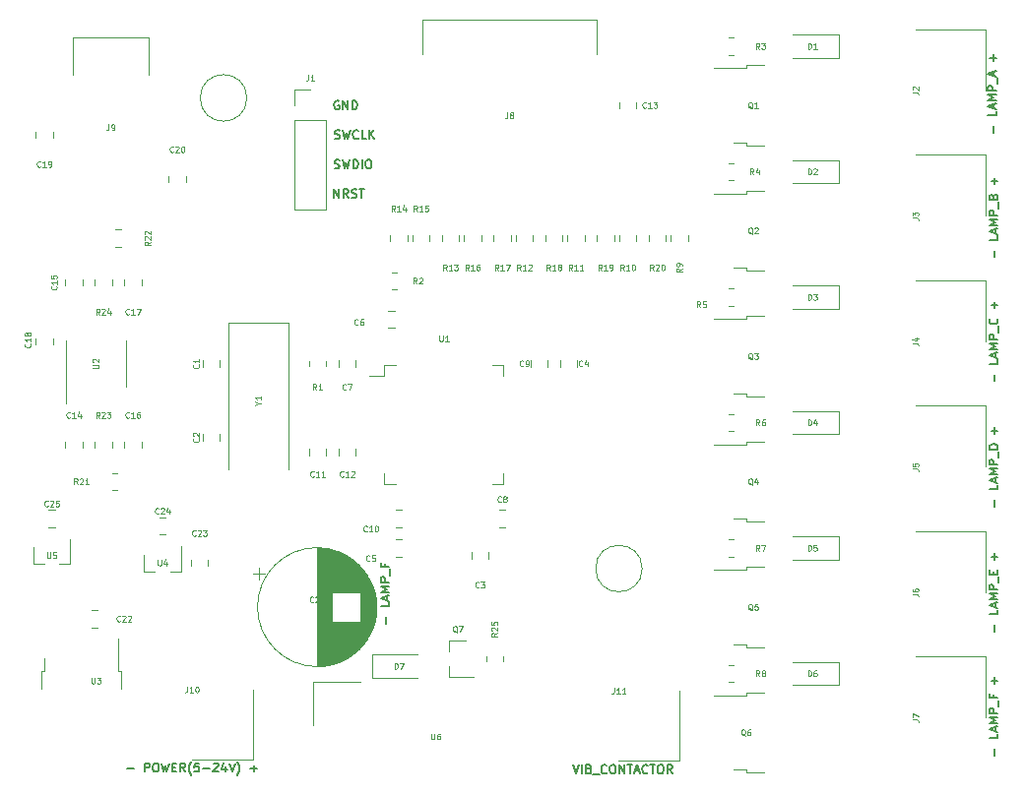
<source format=gto>
G04 #@! TF.GenerationSoftware,KiCad,Pcbnew,5.1.10-88a1d61d58~90~ubuntu20.04.1*
G04 #@! TF.CreationDate,2021-08-15T15:07:41+03:00*
G04 #@! TF.ProjectId,DepremSanat,44657072-656d-4536-916e-61742e6b6963,rev?*
G04 #@! TF.SameCoordinates,Original*
G04 #@! TF.FileFunction,Legend,Top*
G04 #@! TF.FilePolarity,Positive*
%FSLAX46Y46*%
G04 Gerber Fmt 4.6, Leading zero omitted, Abs format (unit mm)*
G04 Created by KiCad (PCBNEW 5.1.10-88a1d61d58~90~ubuntu20.04.1) date 2021-08-15 15:07:41*
%MOMM*%
%LPD*%
G01*
G04 APERTURE LIST*
%ADD10C,0.150000*%
%ADD11C,0.120000*%
%ADD12C,0.075000*%
%ADD13R,1.800000X1.400000*%
%ADD14R,1.400000X1.900000*%
%ADD15R,0.800000X1.500000*%
%ADD16R,2.000000X4.500000*%
%ADD17C,1.800000*%
%ADD18R,0.800000X0.900000*%
%ADD19R,5.800000X6.400000*%
%ADD20R,1.200000X2.200000*%
%ADD21R,0.900000X0.800000*%
%ADD22R,6.400000X5.800000*%
%ADD23R,2.200000X1.200000*%
%ADD24C,2.000000*%
%ADD25R,1.800000X1.800000*%
%ADD26O,1.700000X1.700000*%
%ADD27R,1.700000X1.700000*%
%ADD28R,0.900000X1.200000*%
%ADD29R,2.000000X2.000000*%
G04 APERTURE END LIST*
D10*
X133921571Y-63760000D02*
X133850142Y-63724285D01*
X133743000Y-63724285D01*
X133635857Y-63760000D01*
X133564428Y-63831428D01*
X133528714Y-63902857D01*
X133493000Y-64045714D01*
X133493000Y-64152857D01*
X133528714Y-64295714D01*
X133564428Y-64367142D01*
X133635857Y-64438571D01*
X133743000Y-64474285D01*
X133814428Y-64474285D01*
X133921571Y-64438571D01*
X133957285Y-64402857D01*
X133957285Y-64152857D01*
X133814428Y-64152857D01*
X134278714Y-64474285D02*
X134278714Y-63724285D01*
X134707285Y-64474285D01*
X134707285Y-63724285D01*
X135064428Y-64474285D02*
X135064428Y-63724285D01*
X135243000Y-63724285D01*
X135350142Y-63760000D01*
X135421571Y-63831428D01*
X135457285Y-63902857D01*
X135493000Y-64045714D01*
X135493000Y-64152857D01*
X135457285Y-64295714D01*
X135421571Y-64367142D01*
X135350142Y-64438571D01*
X135243000Y-64474285D01*
X135064428Y-64474285D01*
X133558571Y-66978571D02*
X133665714Y-67014285D01*
X133844285Y-67014285D01*
X133915714Y-66978571D01*
X133951428Y-66942857D01*
X133987142Y-66871428D01*
X133987142Y-66800000D01*
X133951428Y-66728571D01*
X133915714Y-66692857D01*
X133844285Y-66657142D01*
X133701428Y-66621428D01*
X133630000Y-66585714D01*
X133594285Y-66550000D01*
X133558571Y-66478571D01*
X133558571Y-66407142D01*
X133594285Y-66335714D01*
X133630000Y-66300000D01*
X133701428Y-66264285D01*
X133880000Y-66264285D01*
X133987142Y-66300000D01*
X134237142Y-66264285D02*
X134415714Y-67014285D01*
X134558571Y-66478571D01*
X134701428Y-67014285D01*
X134880000Y-66264285D01*
X135594285Y-66942857D02*
X135558571Y-66978571D01*
X135451428Y-67014285D01*
X135380000Y-67014285D01*
X135272857Y-66978571D01*
X135201428Y-66907142D01*
X135165714Y-66835714D01*
X135130000Y-66692857D01*
X135130000Y-66585714D01*
X135165714Y-66442857D01*
X135201428Y-66371428D01*
X135272857Y-66300000D01*
X135380000Y-66264285D01*
X135451428Y-66264285D01*
X135558571Y-66300000D01*
X135594285Y-66335714D01*
X136272857Y-67014285D02*
X135915714Y-67014285D01*
X135915714Y-66264285D01*
X136522857Y-67014285D02*
X136522857Y-66264285D01*
X136951428Y-67014285D02*
X136630000Y-66585714D01*
X136951428Y-66264285D02*
X136522857Y-66692857D01*
X133538714Y-69518571D02*
X133645857Y-69554285D01*
X133824428Y-69554285D01*
X133895857Y-69518571D01*
X133931571Y-69482857D01*
X133967285Y-69411428D01*
X133967285Y-69340000D01*
X133931571Y-69268571D01*
X133895857Y-69232857D01*
X133824428Y-69197142D01*
X133681571Y-69161428D01*
X133610142Y-69125714D01*
X133574428Y-69090000D01*
X133538714Y-69018571D01*
X133538714Y-68947142D01*
X133574428Y-68875714D01*
X133610142Y-68840000D01*
X133681571Y-68804285D01*
X133860142Y-68804285D01*
X133967285Y-68840000D01*
X134217285Y-68804285D02*
X134395857Y-69554285D01*
X134538714Y-69018571D01*
X134681571Y-69554285D01*
X134860142Y-68804285D01*
X135145857Y-69554285D02*
X135145857Y-68804285D01*
X135324428Y-68804285D01*
X135431571Y-68840000D01*
X135503000Y-68911428D01*
X135538714Y-68982857D01*
X135574428Y-69125714D01*
X135574428Y-69232857D01*
X135538714Y-69375714D01*
X135503000Y-69447142D01*
X135431571Y-69518571D01*
X135324428Y-69554285D01*
X135145857Y-69554285D01*
X135895857Y-69554285D02*
X135895857Y-68804285D01*
X136395857Y-68804285D02*
X136538714Y-68804285D01*
X136610142Y-68840000D01*
X136681571Y-68911428D01*
X136717285Y-69054285D01*
X136717285Y-69304285D01*
X136681571Y-69447142D01*
X136610142Y-69518571D01*
X136538714Y-69554285D01*
X136395857Y-69554285D01*
X136324428Y-69518571D01*
X136253000Y-69447142D01*
X136217285Y-69304285D01*
X136217285Y-69054285D01*
X136253000Y-68911428D01*
X136324428Y-68840000D01*
X136395857Y-68804285D01*
X133514857Y-72094285D02*
X133514857Y-71344285D01*
X133943428Y-72094285D01*
X133943428Y-71344285D01*
X134729142Y-72094285D02*
X134479142Y-71737142D01*
X134300571Y-72094285D02*
X134300571Y-71344285D01*
X134586285Y-71344285D01*
X134657714Y-71380000D01*
X134693428Y-71415714D01*
X134729142Y-71487142D01*
X134729142Y-71594285D01*
X134693428Y-71665714D01*
X134657714Y-71701428D01*
X134586285Y-71737142D01*
X134300571Y-71737142D01*
X135014857Y-72058571D02*
X135122000Y-72094285D01*
X135300571Y-72094285D01*
X135372000Y-72058571D01*
X135407714Y-72022857D01*
X135443428Y-71951428D01*
X135443428Y-71880000D01*
X135407714Y-71808571D01*
X135372000Y-71772857D01*
X135300571Y-71737142D01*
X135157714Y-71701428D01*
X135086285Y-71665714D01*
X135050571Y-71630000D01*
X135014857Y-71558571D01*
X135014857Y-71487142D01*
X135050571Y-71415714D01*
X135086285Y-71380000D01*
X135157714Y-71344285D01*
X135336285Y-71344285D01*
X135443428Y-71380000D01*
X135657714Y-71344285D02*
X136086285Y-71344285D01*
X135872000Y-72094285D02*
X135872000Y-71344285D01*
X154083285Y-120874285D02*
X154333285Y-121624285D01*
X154583285Y-120874285D01*
X154833285Y-121624285D02*
X154833285Y-120874285D01*
X155440428Y-121231428D02*
X155547571Y-121267142D01*
X155583285Y-121302857D01*
X155619000Y-121374285D01*
X155619000Y-121481428D01*
X155583285Y-121552857D01*
X155547571Y-121588571D01*
X155476142Y-121624285D01*
X155190428Y-121624285D01*
X155190428Y-120874285D01*
X155440428Y-120874285D01*
X155511857Y-120910000D01*
X155547571Y-120945714D01*
X155583285Y-121017142D01*
X155583285Y-121088571D01*
X155547571Y-121160000D01*
X155511857Y-121195714D01*
X155440428Y-121231428D01*
X155190428Y-121231428D01*
X155761857Y-121695714D02*
X156333285Y-121695714D01*
X156940428Y-121552857D02*
X156904714Y-121588571D01*
X156797571Y-121624285D01*
X156726142Y-121624285D01*
X156619000Y-121588571D01*
X156547571Y-121517142D01*
X156511857Y-121445714D01*
X156476142Y-121302857D01*
X156476142Y-121195714D01*
X156511857Y-121052857D01*
X156547571Y-120981428D01*
X156619000Y-120910000D01*
X156726142Y-120874285D01*
X156797571Y-120874285D01*
X156904714Y-120910000D01*
X156940428Y-120945714D01*
X157404714Y-120874285D02*
X157547571Y-120874285D01*
X157619000Y-120910000D01*
X157690428Y-120981428D01*
X157726142Y-121124285D01*
X157726142Y-121374285D01*
X157690428Y-121517142D01*
X157619000Y-121588571D01*
X157547571Y-121624285D01*
X157404714Y-121624285D01*
X157333285Y-121588571D01*
X157261857Y-121517142D01*
X157226142Y-121374285D01*
X157226142Y-121124285D01*
X157261857Y-120981428D01*
X157333285Y-120910000D01*
X157404714Y-120874285D01*
X158047571Y-121624285D02*
X158047571Y-120874285D01*
X158476142Y-121624285D01*
X158476142Y-120874285D01*
X158726142Y-120874285D02*
X159154714Y-120874285D01*
X158940428Y-121624285D02*
X158940428Y-120874285D01*
X159369000Y-121410000D02*
X159726142Y-121410000D01*
X159297571Y-121624285D02*
X159547571Y-120874285D01*
X159797571Y-121624285D01*
X160476142Y-121552857D02*
X160440428Y-121588571D01*
X160333285Y-121624285D01*
X160261857Y-121624285D01*
X160154714Y-121588571D01*
X160083285Y-121517142D01*
X160047571Y-121445714D01*
X160011857Y-121302857D01*
X160011857Y-121195714D01*
X160047571Y-121052857D01*
X160083285Y-120981428D01*
X160154714Y-120910000D01*
X160261857Y-120874285D01*
X160333285Y-120874285D01*
X160440428Y-120910000D01*
X160476142Y-120945714D01*
X160690428Y-120874285D02*
X161119000Y-120874285D01*
X160904714Y-121624285D02*
X160904714Y-120874285D01*
X161511857Y-120874285D02*
X161654714Y-120874285D01*
X161726142Y-120910000D01*
X161797571Y-120981428D01*
X161833285Y-121124285D01*
X161833285Y-121374285D01*
X161797571Y-121517142D01*
X161726142Y-121588571D01*
X161654714Y-121624285D01*
X161511857Y-121624285D01*
X161440428Y-121588571D01*
X161369000Y-121517142D01*
X161333285Y-121374285D01*
X161333285Y-121124285D01*
X161369000Y-120981428D01*
X161440428Y-120910000D01*
X161511857Y-120874285D01*
X162583285Y-121624285D02*
X162333285Y-121267142D01*
X162154714Y-121624285D02*
X162154714Y-120874285D01*
X162440428Y-120874285D01*
X162511857Y-120910000D01*
X162547571Y-120945714D01*
X162583285Y-121017142D01*
X162583285Y-121124285D01*
X162547571Y-121195714D01*
X162511857Y-121231428D01*
X162440428Y-121267142D01*
X162154714Y-121267142D01*
X115695714Y-121211571D02*
X116267142Y-121211571D01*
X117195714Y-121497285D02*
X117195714Y-120747285D01*
X117481428Y-120747285D01*
X117552857Y-120783000D01*
X117588571Y-120818714D01*
X117624285Y-120890142D01*
X117624285Y-120997285D01*
X117588571Y-121068714D01*
X117552857Y-121104428D01*
X117481428Y-121140142D01*
X117195714Y-121140142D01*
X118088571Y-120747285D02*
X118231428Y-120747285D01*
X118302857Y-120783000D01*
X118374285Y-120854428D01*
X118410000Y-120997285D01*
X118410000Y-121247285D01*
X118374285Y-121390142D01*
X118302857Y-121461571D01*
X118231428Y-121497285D01*
X118088571Y-121497285D01*
X118017142Y-121461571D01*
X117945714Y-121390142D01*
X117910000Y-121247285D01*
X117910000Y-120997285D01*
X117945714Y-120854428D01*
X118017142Y-120783000D01*
X118088571Y-120747285D01*
X118660000Y-120747285D02*
X118838571Y-121497285D01*
X118981428Y-120961571D01*
X119124285Y-121497285D01*
X119302857Y-120747285D01*
X119588571Y-121104428D02*
X119838571Y-121104428D01*
X119945714Y-121497285D02*
X119588571Y-121497285D01*
X119588571Y-120747285D01*
X119945714Y-120747285D01*
X120695714Y-121497285D02*
X120445714Y-121140142D01*
X120267142Y-121497285D02*
X120267142Y-120747285D01*
X120552857Y-120747285D01*
X120624285Y-120783000D01*
X120660000Y-120818714D01*
X120695714Y-120890142D01*
X120695714Y-120997285D01*
X120660000Y-121068714D01*
X120624285Y-121104428D01*
X120552857Y-121140142D01*
X120267142Y-121140142D01*
X121231428Y-121783000D02*
X121195714Y-121747285D01*
X121124285Y-121640142D01*
X121088571Y-121568714D01*
X121052857Y-121461571D01*
X121017142Y-121283000D01*
X121017142Y-121140142D01*
X121052857Y-120961571D01*
X121088571Y-120854428D01*
X121124285Y-120783000D01*
X121195714Y-120675857D01*
X121231428Y-120640142D01*
X121874285Y-120747285D02*
X121517142Y-120747285D01*
X121481428Y-121104428D01*
X121517142Y-121068714D01*
X121588571Y-121033000D01*
X121767142Y-121033000D01*
X121838571Y-121068714D01*
X121874285Y-121104428D01*
X121910000Y-121175857D01*
X121910000Y-121354428D01*
X121874285Y-121425857D01*
X121838571Y-121461571D01*
X121767142Y-121497285D01*
X121588571Y-121497285D01*
X121517142Y-121461571D01*
X121481428Y-121425857D01*
X122231428Y-121211571D02*
X122802857Y-121211571D01*
X123124285Y-120818714D02*
X123160000Y-120783000D01*
X123231428Y-120747285D01*
X123410000Y-120747285D01*
X123481428Y-120783000D01*
X123517142Y-120818714D01*
X123552857Y-120890142D01*
X123552857Y-120961571D01*
X123517142Y-121068714D01*
X123088571Y-121497285D01*
X123552857Y-121497285D01*
X124195714Y-120997285D02*
X124195714Y-121497285D01*
X124017142Y-120711571D02*
X123838571Y-121247285D01*
X124302857Y-121247285D01*
X124481428Y-120747285D02*
X124731428Y-121497285D01*
X124981428Y-120747285D01*
X125160000Y-121783000D02*
X125195714Y-121747285D01*
X125267142Y-121640142D01*
X125302857Y-121568714D01*
X125338571Y-121461571D01*
X125374285Y-121283000D01*
X125374285Y-121140142D01*
X125338571Y-120961571D01*
X125302857Y-120854428D01*
X125267142Y-120783000D01*
X125195714Y-120675857D01*
X125160000Y-120640142D01*
X126302857Y-121211571D02*
X126874285Y-121211571D01*
X126588571Y-121497285D02*
X126588571Y-120925857D01*
X137975571Y-108767142D02*
X137975571Y-108195714D01*
X138261285Y-106910000D02*
X138261285Y-107267142D01*
X137511285Y-107267142D01*
X138047000Y-106695714D02*
X138047000Y-106338571D01*
X138261285Y-106767142D02*
X137511285Y-106517142D01*
X138261285Y-106267142D01*
X138261285Y-106017142D02*
X137511285Y-106017142D01*
X138047000Y-105767142D01*
X137511285Y-105517142D01*
X138261285Y-105517142D01*
X138261285Y-105160000D02*
X137511285Y-105160000D01*
X137511285Y-104874285D01*
X137547000Y-104802857D01*
X137582714Y-104767142D01*
X137654142Y-104731428D01*
X137761285Y-104731428D01*
X137832714Y-104767142D01*
X137868428Y-104802857D01*
X137904142Y-104874285D01*
X137904142Y-105160000D01*
X138332714Y-104588571D02*
X138332714Y-104017142D01*
X137868428Y-103588571D02*
X137868428Y-103838571D01*
X138261285Y-103838571D02*
X137511285Y-103838571D01*
X137511285Y-103481428D01*
X137975571Y-102624285D02*
X137975571Y-102052857D01*
X138261285Y-102338571D02*
X137689857Y-102338571D01*
X190172571Y-66476142D02*
X190172571Y-65904714D01*
X190458285Y-64619000D02*
X190458285Y-64976142D01*
X189708285Y-64976142D01*
X190244000Y-64404714D02*
X190244000Y-64047571D01*
X190458285Y-64476142D02*
X189708285Y-64226142D01*
X190458285Y-63976142D01*
X190458285Y-63726142D02*
X189708285Y-63726142D01*
X190244000Y-63476142D01*
X189708285Y-63226142D01*
X190458285Y-63226142D01*
X190458285Y-62869000D02*
X189708285Y-62869000D01*
X189708285Y-62583285D01*
X189744000Y-62511857D01*
X189779714Y-62476142D01*
X189851142Y-62440428D01*
X189958285Y-62440428D01*
X190029714Y-62476142D01*
X190065428Y-62511857D01*
X190101142Y-62583285D01*
X190101142Y-62869000D01*
X190529714Y-62297571D02*
X190529714Y-61726142D01*
X190244000Y-61583285D02*
X190244000Y-61226142D01*
X190458285Y-61654714D02*
X189708285Y-61404714D01*
X190458285Y-61154714D01*
X190172571Y-60333285D02*
X190172571Y-59761857D01*
X190458285Y-60047571D02*
X189886857Y-60047571D01*
X190299571Y-77197714D02*
X190299571Y-76626285D01*
X190585285Y-75340571D02*
X190585285Y-75697714D01*
X189835285Y-75697714D01*
X190371000Y-75126285D02*
X190371000Y-74769142D01*
X190585285Y-75197714D02*
X189835285Y-74947714D01*
X190585285Y-74697714D01*
X190585285Y-74447714D02*
X189835285Y-74447714D01*
X190371000Y-74197714D01*
X189835285Y-73947714D01*
X190585285Y-73947714D01*
X190585285Y-73590571D02*
X189835285Y-73590571D01*
X189835285Y-73304857D01*
X189871000Y-73233428D01*
X189906714Y-73197714D01*
X189978142Y-73162000D01*
X190085285Y-73162000D01*
X190156714Y-73197714D01*
X190192428Y-73233428D01*
X190228142Y-73304857D01*
X190228142Y-73590571D01*
X190656714Y-73019142D02*
X190656714Y-72447714D01*
X190192428Y-72019142D02*
X190228142Y-71912000D01*
X190263857Y-71876285D01*
X190335285Y-71840571D01*
X190442428Y-71840571D01*
X190513857Y-71876285D01*
X190549571Y-71912000D01*
X190585285Y-71983428D01*
X190585285Y-72269142D01*
X189835285Y-72269142D01*
X189835285Y-72019142D01*
X189871000Y-71947714D01*
X189906714Y-71912000D01*
X189978142Y-71876285D01*
X190049571Y-71876285D01*
X190121000Y-71912000D01*
X190156714Y-71947714D01*
X190192428Y-72019142D01*
X190192428Y-72269142D01*
X190299571Y-70947714D02*
X190299571Y-70376285D01*
X190585285Y-70662000D02*
X190013857Y-70662000D01*
X190299571Y-87865714D02*
X190299571Y-87294285D01*
X190585285Y-86008571D02*
X190585285Y-86365714D01*
X189835285Y-86365714D01*
X190371000Y-85794285D02*
X190371000Y-85437142D01*
X190585285Y-85865714D02*
X189835285Y-85615714D01*
X190585285Y-85365714D01*
X190585285Y-85115714D02*
X189835285Y-85115714D01*
X190371000Y-84865714D01*
X189835285Y-84615714D01*
X190585285Y-84615714D01*
X190585285Y-84258571D02*
X189835285Y-84258571D01*
X189835285Y-83972857D01*
X189871000Y-83901428D01*
X189906714Y-83865714D01*
X189978142Y-83830000D01*
X190085285Y-83830000D01*
X190156714Y-83865714D01*
X190192428Y-83901428D01*
X190228142Y-83972857D01*
X190228142Y-84258571D01*
X190656714Y-83687142D02*
X190656714Y-83115714D01*
X190513857Y-82508571D02*
X190549571Y-82544285D01*
X190585285Y-82651428D01*
X190585285Y-82722857D01*
X190549571Y-82830000D01*
X190478142Y-82901428D01*
X190406714Y-82937142D01*
X190263857Y-82972857D01*
X190156714Y-82972857D01*
X190013857Y-82937142D01*
X189942428Y-82901428D01*
X189871000Y-82830000D01*
X189835285Y-82722857D01*
X189835285Y-82651428D01*
X189871000Y-82544285D01*
X189906714Y-82508571D01*
X190299571Y-81615714D02*
X190299571Y-81044285D01*
X190585285Y-81330000D02*
X190013857Y-81330000D01*
X190299571Y-98660714D02*
X190299571Y-98089285D01*
X190585285Y-96803571D02*
X190585285Y-97160714D01*
X189835285Y-97160714D01*
X190371000Y-96589285D02*
X190371000Y-96232142D01*
X190585285Y-96660714D02*
X189835285Y-96410714D01*
X190585285Y-96160714D01*
X190585285Y-95910714D02*
X189835285Y-95910714D01*
X190371000Y-95660714D01*
X189835285Y-95410714D01*
X190585285Y-95410714D01*
X190585285Y-95053571D02*
X189835285Y-95053571D01*
X189835285Y-94767857D01*
X189871000Y-94696428D01*
X189906714Y-94660714D01*
X189978142Y-94625000D01*
X190085285Y-94625000D01*
X190156714Y-94660714D01*
X190192428Y-94696428D01*
X190228142Y-94767857D01*
X190228142Y-95053571D01*
X190656714Y-94482142D02*
X190656714Y-93910714D01*
X190585285Y-93732142D02*
X189835285Y-93732142D01*
X189835285Y-93553571D01*
X189871000Y-93446428D01*
X189942428Y-93375000D01*
X190013857Y-93339285D01*
X190156714Y-93303571D01*
X190263857Y-93303571D01*
X190406714Y-93339285D01*
X190478142Y-93375000D01*
X190549571Y-93446428D01*
X190585285Y-93553571D01*
X190585285Y-93732142D01*
X190299571Y-92410714D02*
X190299571Y-91839285D01*
X190585285Y-92125000D02*
X190013857Y-92125000D01*
X190299571Y-109420000D02*
X190299571Y-108848571D01*
X190585285Y-107562857D02*
X190585285Y-107920000D01*
X189835285Y-107920000D01*
X190371000Y-107348571D02*
X190371000Y-106991428D01*
X190585285Y-107420000D02*
X189835285Y-107170000D01*
X190585285Y-106920000D01*
X190585285Y-106670000D02*
X189835285Y-106670000D01*
X190371000Y-106420000D01*
X189835285Y-106170000D01*
X190585285Y-106170000D01*
X190585285Y-105812857D02*
X189835285Y-105812857D01*
X189835285Y-105527142D01*
X189871000Y-105455714D01*
X189906714Y-105420000D01*
X189978142Y-105384285D01*
X190085285Y-105384285D01*
X190156714Y-105420000D01*
X190192428Y-105455714D01*
X190228142Y-105527142D01*
X190228142Y-105812857D01*
X190656714Y-105241428D02*
X190656714Y-104670000D01*
X190192428Y-104491428D02*
X190192428Y-104241428D01*
X190585285Y-104134285D02*
X190585285Y-104491428D01*
X189835285Y-104491428D01*
X189835285Y-104134285D01*
X190299571Y-103241428D02*
X190299571Y-102670000D01*
X190585285Y-102955714D02*
X190013857Y-102955714D01*
X190299571Y-120070142D02*
X190299571Y-119498714D01*
X190585285Y-118213000D02*
X190585285Y-118570142D01*
X189835285Y-118570142D01*
X190371000Y-117998714D02*
X190371000Y-117641571D01*
X190585285Y-118070142D02*
X189835285Y-117820142D01*
X190585285Y-117570142D01*
X190585285Y-117320142D02*
X189835285Y-117320142D01*
X190371000Y-117070142D01*
X189835285Y-116820142D01*
X190585285Y-116820142D01*
X190585285Y-116463000D02*
X189835285Y-116463000D01*
X189835285Y-116177285D01*
X189871000Y-116105857D01*
X189906714Y-116070142D01*
X189978142Y-116034428D01*
X190085285Y-116034428D01*
X190156714Y-116070142D01*
X190192428Y-116105857D01*
X190228142Y-116177285D01*
X190228142Y-116463000D01*
X190656714Y-115891571D02*
X190656714Y-115320142D01*
X190192428Y-114891571D02*
X190192428Y-115141571D01*
X190585285Y-115141571D02*
X189835285Y-115141571D01*
X189835285Y-114784428D01*
X190299571Y-113927285D02*
X190299571Y-113355857D01*
X190585285Y-113641571D02*
X190013857Y-113641571D01*
D11*
X126000000Y-63500000D02*
G75*
G03*
X126000000Y-63500000I-2000000J0D01*
G01*
X160000000Y-104000000D02*
G75*
G03*
X160000000Y-104000000I-2000000J0D01*
G01*
X156090000Y-59770000D02*
X156090000Y-56770000D01*
X156090000Y-56770000D02*
X141090000Y-56770000D01*
X141090000Y-56770000D02*
X141090000Y-59770000D01*
X124450000Y-82835000D02*
X124450000Y-95435000D01*
X129550000Y-82835000D02*
X124450000Y-82835000D01*
X129550000Y-95435000D02*
X129550000Y-82835000D01*
X131740000Y-117475000D02*
X131740000Y-113725000D01*
X131740000Y-113725000D02*
X135740000Y-113725000D01*
X107640000Y-103630000D02*
X107640000Y-102170000D01*
X110800000Y-103630000D02*
X110800000Y-101470000D01*
X110800000Y-103630000D02*
X109870000Y-103630000D01*
X107640000Y-103630000D02*
X108570000Y-103630000D01*
X117165000Y-104265000D02*
X117165000Y-102805000D01*
X120325000Y-104265000D02*
X120325000Y-102105000D01*
X120325000Y-104265000D02*
X119395000Y-104265000D01*
X117165000Y-104265000D02*
X118095000Y-104265000D01*
X108580000Y-112846000D02*
X108580000Y-111746000D01*
X108310000Y-112846000D02*
X108580000Y-112846000D01*
X108310000Y-114346000D02*
X108310000Y-112846000D01*
X114940000Y-112846000D02*
X114940000Y-110016000D01*
X115210000Y-112846000D02*
X114940000Y-112846000D01*
X115210000Y-114346000D02*
X115210000Y-112846000D01*
X110470000Y-86360000D02*
X110470000Y-89810000D01*
X110470000Y-86360000D02*
X110470000Y-84410000D01*
X115590000Y-86360000D02*
X115590000Y-88310000D01*
X115590000Y-86360000D02*
X115590000Y-84410000D01*
X137840000Y-87450000D02*
X136500000Y-87450000D01*
X137840000Y-86500000D02*
X137840000Y-87450000D01*
X138790000Y-86500000D02*
X137840000Y-86500000D01*
X148060000Y-86500000D02*
X148060000Y-87450000D01*
X147110000Y-86500000D02*
X148060000Y-86500000D01*
X137840000Y-96720000D02*
X137840000Y-95770000D01*
X138790000Y-96720000D02*
X137840000Y-96720000D01*
X148060000Y-96720000D02*
X148060000Y-95770000D01*
X147110000Y-96720000D02*
X148060000Y-96720000D01*
X148055000Y-111987064D02*
X148055000Y-111532936D01*
X146585000Y-111987064D02*
X146585000Y-111532936D01*
X114400000Y-79602064D02*
X114400000Y-79147936D01*
X112930000Y-79602064D02*
X112930000Y-79147936D01*
X112930000Y-93117936D02*
X112930000Y-93572064D01*
X114400000Y-93117936D02*
X114400000Y-93572064D01*
X114707936Y-76300000D02*
X115162064Y-76300000D01*
X114707936Y-74830000D02*
X115162064Y-74830000D01*
X114430436Y-97255000D02*
X114884564Y-97255000D01*
X114430436Y-95785000D02*
X114884564Y-95785000D01*
X160555000Y-75337936D02*
X160555000Y-75792064D01*
X162025000Y-75337936D02*
X162025000Y-75792064D01*
X156110000Y-75337936D02*
X156110000Y-75792064D01*
X157580000Y-75337936D02*
X157580000Y-75792064D01*
X151665000Y-75337936D02*
X151665000Y-75792064D01*
X153135000Y-75337936D02*
X153135000Y-75792064D01*
X147220000Y-75337936D02*
X147220000Y-75792064D01*
X148690000Y-75337936D02*
X148690000Y-75792064D01*
X144680000Y-75337936D02*
X144680000Y-75792064D01*
X146150000Y-75337936D02*
X146150000Y-75792064D01*
X140235000Y-75337936D02*
X140235000Y-75792064D01*
X141705000Y-75337936D02*
X141705000Y-75792064D01*
X139800000Y-75792064D02*
X139800000Y-75337936D01*
X138330000Y-75792064D02*
X138330000Y-75337936D01*
X144245000Y-75792064D02*
X144245000Y-75337936D01*
X142775000Y-75792064D02*
X142775000Y-75337936D01*
X150595000Y-75792064D02*
X150595000Y-75337936D01*
X149125000Y-75792064D02*
X149125000Y-75337936D01*
X155040000Y-75792064D02*
X155040000Y-75337936D01*
X153570000Y-75792064D02*
X153570000Y-75337936D01*
X159485000Y-75792064D02*
X159485000Y-75337936D01*
X158015000Y-75792064D02*
X158015000Y-75337936D01*
X163930000Y-75792064D02*
X163930000Y-75337936D01*
X162460000Y-75792064D02*
X162460000Y-75337936D01*
X167412936Y-113765000D02*
X167867064Y-113765000D01*
X167412936Y-112295000D02*
X167867064Y-112295000D01*
X167412936Y-102970000D02*
X167867064Y-102970000D01*
X167412936Y-101500000D02*
X167867064Y-101500000D01*
X167412936Y-92175000D02*
X167867064Y-92175000D01*
X167412936Y-90705000D02*
X167867064Y-90705000D01*
X167412936Y-81380000D02*
X167867064Y-81380000D01*
X167412936Y-79910000D02*
X167867064Y-79910000D01*
X167412936Y-70585000D02*
X167867064Y-70585000D01*
X167412936Y-69115000D02*
X167867064Y-69115000D01*
X167412936Y-59790000D02*
X167867064Y-59790000D01*
X167412936Y-58320000D02*
X167867064Y-58320000D01*
X138911064Y-78513000D02*
X138456936Y-78513000D01*
X138911064Y-79983000D02*
X138456936Y-79983000D01*
X132815000Y-86587064D02*
X132815000Y-86132936D01*
X131345000Y-86587064D02*
X131345000Y-86132936D01*
X143385000Y-110180000D02*
X144845000Y-110180000D01*
X143385000Y-113340000D02*
X145545000Y-113340000D01*
X143385000Y-113340000D02*
X143385000Y-112410000D01*
X143385000Y-110180000D02*
X143385000Y-111110000D01*
X168980000Y-121290000D02*
X167880000Y-121290000D01*
X168980000Y-121560000D02*
X168980000Y-121290000D01*
X170480000Y-121560000D02*
X168980000Y-121560000D01*
X168980000Y-114930000D02*
X166150000Y-114930000D01*
X168980000Y-114660000D02*
X168980000Y-114930000D01*
X170480000Y-114660000D02*
X168980000Y-114660000D01*
X168980000Y-110495000D02*
X167880000Y-110495000D01*
X168980000Y-110765000D02*
X168980000Y-110495000D01*
X170480000Y-110765000D02*
X168980000Y-110765000D01*
X168980000Y-104135000D02*
X166150000Y-104135000D01*
X168980000Y-103865000D02*
X168980000Y-104135000D01*
X170480000Y-103865000D02*
X168980000Y-103865000D01*
X168980000Y-99700000D02*
X167880000Y-99700000D01*
X168980000Y-99970000D02*
X168980000Y-99700000D01*
X170480000Y-99970000D02*
X168980000Y-99970000D01*
X168980000Y-93340000D02*
X166150000Y-93340000D01*
X168980000Y-93070000D02*
X168980000Y-93340000D01*
X170480000Y-93070000D02*
X168980000Y-93070000D01*
X168980000Y-88905000D02*
X167880000Y-88905000D01*
X168980000Y-89175000D02*
X168980000Y-88905000D01*
X170480000Y-89175000D02*
X168980000Y-89175000D01*
X168980000Y-82545000D02*
X166150000Y-82545000D01*
X168980000Y-82275000D02*
X168980000Y-82545000D01*
X170480000Y-82275000D02*
X168980000Y-82275000D01*
X168980000Y-78110000D02*
X167880000Y-78110000D01*
X168980000Y-78380000D02*
X168980000Y-78110000D01*
X170480000Y-78380000D02*
X168980000Y-78380000D01*
X168980000Y-71750000D02*
X166150000Y-71750000D01*
X168980000Y-71480000D02*
X168980000Y-71750000D01*
X170480000Y-71480000D02*
X168980000Y-71480000D01*
X168980000Y-67315000D02*
X167880000Y-67315000D01*
X168980000Y-67585000D02*
X168980000Y-67315000D01*
X170480000Y-67585000D02*
X168980000Y-67585000D01*
X168980000Y-60955000D02*
X166150000Y-60955000D01*
X168980000Y-60685000D02*
X168980000Y-60955000D01*
X170480000Y-60685000D02*
X168980000Y-60685000D01*
X163238000Y-120554000D02*
X157988000Y-120554000D01*
X163238000Y-114554000D02*
X163238000Y-120554000D01*
X126535000Y-120427000D02*
X121285000Y-120427000D01*
X126535000Y-114427000D02*
X126535000Y-120427000D01*
X111050000Y-58290000D02*
X111050000Y-61540000D01*
X117550000Y-58290000D02*
X111050000Y-58290000D01*
X117550000Y-61540000D02*
X117550000Y-58290000D01*
X189515000Y-111590000D02*
X189515000Y-116840000D01*
X183515000Y-111590000D02*
X189515000Y-111590000D01*
X189515000Y-100795000D02*
X189515000Y-106045000D01*
X183515000Y-100795000D02*
X189515000Y-100795000D01*
X189515000Y-90000000D02*
X189515000Y-95250000D01*
X183515000Y-90000000D02*
X189515000Y-90000000D01*
X189515000Y-79205000D02*
X189515000Y-84455000D01*
X183515000Y-79205000D02*
X189515000Y-79205000D01*
X189515000Y-68410000D02*
X189515000Y-73660000D01*
X183515000Y-68410000D02*
X189515000Y-68410000D01*
X189515000Y-57615000D02*
X189515000Y-62865000D01*
X183515000Y-57615000D02*
X189515000Y-57615000D01*
X130115000Y-62805000D02*
X131445000Y-62805000D01*
X130115000Y-64135000D02*
X130115000Y-62805000D01*
X130115000Y-65405000D02*
X132775000Y-65405000D01*
X132775000Y-65405000D02*
X132775000Y-73085000D01*
X130115000Y-65405000D02*
X130115000Y-73085000D01*
X130115000Y-73085000D02*
X132775000Y-73085000D01*
X136815000Y-111395000D02*
X140715000Y-111395000D01*
X136815000Y-113395000D02*
X140715000Y-113395000D01*
X136815000Y-111395000D02*
X136815000Y-113395000D01*
X176875000Y-114030000D02*
X172975000Y-114030000D01*
X176875000Y-112030000D02*
X172975000Y-112030000D01*
X176875000Y-114030000D02*
X176875000Y-112030000D01*
X176875000Y-103235000D02*
X172975000Y-103235000D01*
X176875000Y-101235000D02*
X172975000Y-101235000D01*
X176875000Y-103235000D02*
X176875000Y-101235000D01*
X176875000Y-92440000D02*
X172975000Y-92440000D01*
X176875000Y-90440000D02*
X172975000Y-90440000D01*
X176875000Y-92440000D02*
X176875000Y-90440000D01*
X176875000Y-81645000D02*
X172975000Y-81645000D01*
X176875000Y-79645000D02*
X172975000Y-79645000D01*
X176875000Y-81645000D02*
X176875000Y-79645000D01*
X176875000Y-70850000D02*
X172975000Y-70850000D01*
X176875000Y-68850000D02*
X172975000Y-68850000D01*
X176875000Y-70850000D02*
X176875000Y-68850000D01*
X176875000Y-60055000D02*
X172975000Y-60055000D01*
X176875000Y-58055000D02*
X172975000Y-58055000D01*
X176875000Y-60055000D02*
X176875000Y-58055000D01*
X108958748Y-100430000D02*
X109481252Y-100430000D01*
X108958748Y-98960000D02*
X109481252Y-98960000D01*
X118483748Y-101065000D02*
X119006252Y-101065000D01*
X118483748Y-99595000D02*
X119006252Y-99595000D01*
X121185000Y-103243748D02*
X121185000Y-103766252D01*
X122655000Y-103243748D02*
X122655000Y-103766252D01*
X113164252Y-107596000D02*
X112641748Y-107596000D01*
X113164252Y-109066000D02*
X112641748Y-109066000D01*
X127060354Y-103940000D02*
X127060354Y-104940000D01*
X126560354Y-104440000D02*
X127560354Y-104440000D01*
X137121000Y-106716000D02*
X137121000Y-107914000D01*
X137081000Y-106453000D02*
X137081000Y-108177000D01*
X137041000Y-106253000D02*
X137041000Y-108377000D01*
X137001000Y-106085000D02*
X137001000Y-108545000D01*
X136961000Y-105937000D02*
X136961000Y-108693000D01*
X136921000Y-105805000D02*
X136921000Y-108825000D01*
X136881000Y-105685000D02*
X136881000Y-108945000D01*
X136841000Y-105573000D02*
X136841000Y-109057000D01*
X136801000Y-105469000D02*
X136801000Y-109161000D01*
X136761000Y-105371000D02*
X136761000Y-109259000D01*
X136721000Y-105278000D02*
X136721000Y-109352000D01*
X136681000Y-105190000D02*
X136681000Y-109440000D01*
X136641000Y-105106000D02*
X136641000Y-109524000D01*
X136601000Y-105026000D02*
X136601000Y-109604000D01*
X136561000Y-104950000D02*
X136561000Y-109680000D01*
X136521000Y-104876000D02*
X136521000Y-109754000D01*
X136481000Y-104805000D02*
X136481000Y-109825000D01*
X136441000Y-104736000D02*
X136441000Y-109894000D01*
X136401000Y-104670000D02*
X136401000Y-109960000D01*
X136361000Y-104606000D02*
X136361000Y-110024000D01*
X136321000Y-104545000D02*
X136321000Y-110085000D01*
X136281000Y-104485000D02*
X136281000Y-110145000D01*
X136241000Y-104426000D02*
X136241000Y-110204000D01*
X136201000Y-104370000D02*
X136201000Y-110260000D01*
X136161000Y-104315000D02*
X136161000Y-110315000D01*
X136121000Y-104261000D02*
X136121000Y-110369000D01*
X136081000Y-104209000D02*
X136081000Y-110421000D01*
X136041000Y-104159000D02*
X136041000Y-110471000D01*
X136001000Y-104109000D02*
X136001000Y-110521000D01*
X135961000Y-104061000D02*
X135961000Y-110569000D01*
X135921000Y-104014000D02*
X135921000Y-110616000D01*
X135881000Y-103968000D02*
X135881000Y-110662000D01*
X135841000Y-103923000D02*
X135841000Y-110707000D01*
X135801000Y-103879000D02*
X135801000Y-110751000D01*
X135761000Y-108556000D02*
X135761000Y-110793000D01*
X135761000Y-103837000D02*
X135761000Y-106074000D01*
X135721000Y-108556000D02*
X135721000Y-110835000D01*
X135721000Y-103795000D02*
X135721000Y-106074000D01*
X135681000Y-108556000D02*
X135681000Y-110876000D01*
X135681000Y-103754000D02*
X135681000Y-106074000D01*
X135641000Y-108556000D02*
X135641000Y-110916000D01*
X135641000Y-103714000D02*
X135641000Y-106074000D01*
X135601000Y-108556000D02*
X135601000Y-110955000D01*
X135601000Y-103675000D02*
X135601000Y-106074000D01*
X135561000Y-108556000D02*
X135561000Y-110994000D01*
X135561000Y-103636000D02*
X135561000Y-106074000D01*
X135521000Y-108556000D02*
X135521000Y-111031000D01*
X135521000Y-103599000D02*
X135521000Y-106074000D01*
X135481000Y-108556000D02*
X135481000Y-111068000D01*
X135481000Y-103562000D02*
X135481000Y-106074000D01*
X135441000Y-108556000D02*
X135441000Y-111104000D01*
X135441000Y-103526000D02*
X135441000Y-106074000D01*
X135401000Y-108556000D02*
X135401000Y-111139000D01*
X135401000Y-103491000D02*
X135401000Y-106074000D01*
X135361000Y-108556000D02*
X135361000Y-111173000D01*
X135361000Y-103457000D02*
X135361000Y-106074000D01*
X135321000Y-108556000D02*
X135321000Y-111207000D01*
X135321000Y-103423000D02*
X135321000Y-106074000D01*
X135281000Y-108556000D02*
X135281000Y-111240000D01*
X135281000Y-103390000D02*
X135281000Y-106074000D01*
X135241000Y-108556000D02*
X135241000Y-111272000D01*
X135241000Y-103358000D02*
X135241000Y-106074000D01*
X135201000Y-108556000D02*
X135201000Y-111304000D01*
X135201000Y-103326000D02*
X135201000Y-106074000D01*
X135161000Y-108556000D02*
X135161000Y-111335000D01*
X135161000Y-103295000D02*
X135161000Y-106074000D01*
X135121000Y-108556000D02*
X135121000Y-111365000D01*
X135121000Y-103265000D02*
X135121000Y-106074000D01*
X135081000Y-108556000D02*
X135081000Y-111395000D01*
X135081000Y-103235000D02*
X135081000Y-106074000D01*
X135041000Y-108556000D02*
X135041000Y-111425000D01*
X135041000Y-103205000D02*
X135041000Y-106074000D01*
X135001000Y-108556000D02*
X135001000Y-111453000D01*
X135001000Y-103177000D02*
X135001000Y-106074000D01*
X134961000Y-108556000D02*
X134961000Y-111481000D01*
X134961000Y-103149000D02*
X134961000Y-106074000D01*
X134921000Y-108556000D02*
X134921000Y-111509000D01*
X134921000Y-103121000D02*
X134921000Y-106074000D01*
X134881000Y-108556000D02*
X134881000Y-111536000D01*
X134881000Y-103094000D02*
X134881000Y-106074000D01*
X134841000Y-108556000D02*
X134841000Y-111562000D01*
X134841000Y-103068000D02*
X134841000Y-106074000D01*
X134801000Y-108556000D02*
X134801000Y-111588000D01*
X134801000Y-103042000D02*
X134801000Y-106074000D01*
X134761000Y-108556000D02*
X134761000Y-111613000D01*
X134761000Y-103017000D02*
X134761000Y-106074000D01*
X134721000Y-108556000D02*
X134721000Y-111638000D01*
X134721000Y-102992000D02*
X134721000Y-106074000D01*
X134681000Y-108556000D02*
X134681000Y-111662000D01*
X134681000Y-102968000D02*
X134681000Y-106074000D01*
X134641000Y-108556000D02*
X134641000Y-111686000D01*
X134641000Y-102944000D02*
X134641000Y-106074000D01*
X134601000Y-108556000D02*
X134601000Y-111710000D01*
X134601000Y-102920000D02*
X134601000Y-106074000D01*
X134561000Y-108556000D02*
X134561000Y-111732000D01*
X134561000Y-102898000D02*
X134561000Y-106074000D01*
X134521000Y-108556000D02*
X134521000Y-111755000D01*
X134521000Y-102875000D02*
X134521000Y-106074000D01*
X134481000Y-108556000D02*
X134481000Y-111777000D01*
X134481000Y-102853000D02*
X134481000Y-106074000D01*
X134441000Y-108556000D02*
X134441000Y-111798000D01*
X134441000Y-102832000D02*
X134441000Y-106074000D01*
X134401000Y-108556000D02*
X134401000Y-111819000D01*
X134401000Y-102811000D02*
X134401000Y-106074000D01*
X134361000Y-108556000D02*
X134361000Y-111840000D01*
X134361000Y-102790000D02*
X134361000Y-106074000D01*
X134321000Y-108556000D02*
X134321000Y-111860000D01*
X134321000Y-102770000D02*
X134321000Y-106074000D01*
X134281000Y-108556000D02*
X134281000Y-111879000D01*
X134281000Y-102751000D02*
X134281000Y-106074000D01*
X134241000Y-108556000D02*
X134241000Y-111899000D01*
X134241000Y-102731000D02*
X134241000Y-106074000D01*
X134201000Y-108556000D02*
X134201000Y-111918000D01*
X134201000Y-102712000D02*
X134201000Y-106074000D01*
X134161000Y-108556000D02*
X134161000Y-111936000D01*
X134161000Y-102694000D02*
X134161000Y-106074000D01*
X134121000Y-108556000D02*
X134121000Y-111954000D01*
X134121000Y-102676000D02*
X134121000Y-106074000D01*
X134081000Y-108556000D02*
X134081000Y-111972000D01*
X134081000Y-102658000D02*
X134081000Y-106074000D01*
X134041000Y-108556000D02*
X134041000Y-111989000D01*
X134041000Y-102641000D02*
X134041000Y-106074000D01*
X134001000Y-108556000D02*
X134001000Y-112005000D01*
X134001000Y-102625000D02*
X134001000Y-106074000D01*
X133961000Y-108556000D02*
X133961000Y-112022000D01*
X133961000Y-102608000D02*
X133961000Y-106074000D01*
X133921000Y-108556000D02*
X133921000Y-112038000D01*
X133921000Y-102592000D02*
X133921000Y-106074000D01*
X133881000Y-108556000D02*
X133881000Y-112053000D01*
X133881000Y-102577000D02*
X133881000Y-106074000D01*
X133841000Y-108556000D02*
X133841000Y-112069000D01*
X133841000Y-102561000D02*
X133841000Y-106074000D01*
X133801000Y-108556000D02*
X133801000Y-112083000D01*
X133801000Y-102547000D02*
X133801000Y-106074000D01*
X133761000Y-108556000D02*
X133761000Y-112098000D01*
X133761000Y-102532000D02*
X133761000Y-106074000D01*
X133721000Y-108556000D02*
X133721000Y-112112000D01*
X133721000Y-102518000D02*
X133721000Y-106074000D01*
X133681000Y-108556000D02*
X133681000Y-112126000D01*
X133681000Y-102504000D02*
X133681000Y-106074000D01*
X133641000Y-108556000D02*
X133641000Y-112139000D01*
X133641000Y-102491000D02*
X133641000Y-106074000D01*
X133601000Y-108556000D02*
X133601000Y-112152000D01*
X133601000Y-102478000D02*
X133601000Y-106074000D01*
X133561000Y-108556000D02*
X133561000Y-112165000D01*
X133561000Y-102465000D02*
X133561000Y-106074000D01*
X133521000Y-108556000D02*
X133521000Y-112177000D01*
X133521000Y-102453000D02*
X133521000Y-106074000D01*
X133481000Y-108556000D02*
X133481000Y-112189000D01*
X133481000Y-102441000D02*
X133481000Y-106074000D01*
X133441000Y-108556000D02*
X133441000Y-112200000D01*
X133441000Y-102430000D02*
X133441000Y-106074000D01*
X133401000Y-108556000D02*
X133401000Y-112212000D01*
X133401000Y-102418000D02*
X133401000Y-106074000D01*
X133361000Y-108556000D02*
X133361000Y-112222000D01*
X133361000Y-102408000D02*
X133361000Y-106074000D01*
X133321000Y-108556000D02*
X133321000Y-112233000D01*
X133321000Y-102397000D02*
X133321000Y-106074000D01*
X133281000Y-102387000D02*
X133281000Y-112243000D01*
X133241000Y-102377000D02*
X133241000Y-112253000D01*
X133201000Y-102368000D02*
X133201000Y-112262000D01*
X133161000Y-102359000D02*
X133161000Y-112271000D01*
X133121000Y-102350000D02*
X133121000Y-112280000D01*
X133081000Y-102341000D02*
X133081000Y-112289000D01*
X133041000Y-102333000D02*
X133041000Y-112297000D01*
X133001000Y-102325000D02*
X133001000Y-112305000D01*
X132961000Y-102318000D02*
X132961000Y-112312000D01*
X132921000Y-102311000D02*
X132921000Y-112319000D01*
X132881000Y-102304000D02*
X132881000Y-112326000D01*
X132841000Y-102297000D02*
X132841000Y-112333000D01*
X132801000Y-102291000D02*
X132801000Y-112339000D01*
X132761000Y-102285000D02*
X132761000Y-112345000D01*
X132720000Y-102280000D02*
X132720000Y-112350000D01*
X132680000Y-102275000D02*
X132680000Y-112355000D01*
X132640000Y-102270000D02*
X132640000Y-112360000D01*
X132600000Y-102265000D02*
X132600000Y-112365000D01*
X132560000Y-102261000D02*
X132560000Y-112369000D01*
X132520000Y-102257000D02*
X132520000Y-112373000D01*
X132480000Y-102253000D02*
X132480000Y-112377000D01*
X132440000Y-102250000D02*
X132440000Y-112380000D01*
X132400000Y-102247000D02*
X132400000Y-112383000D01*
X132360000Y-102245000D02*
X132360000Y-112385000D01*
X132320000Y-102242000D02*
X132320000Y-112388000D01*
X132280000Y-102240000D02*
X132280000Y-112390000D01*
X132240000Y-102238000D02*
X132240000Y-112392000D01*
X132200000Y-102237000D02*
X132200000Y-112393000D01*
X132160000Y-102236000D02*
X132160000Y-112394000D01*
X132120000Y-102235000D02*
X132120000Y-112395000D01*
X132080000Y-102235000D02*
X132080000Y-112395000D01*
X132040000Y-102235000D02*
X132040000Y-112395000D01*
X137160000Y-107315000D02*
G75*
G03*
X137160000Y-107315000I-5120000J0D01*
G01*
X119280000Y-70223748D02*
X119280000Y-70746252D01*
X120750000Y-70223748D02*
X120750000Y-70746252D01*
X107850000Y-66413748D02*
X107850000Y-66936252D01*
X109320000Y-66413748D02*
X109320000Y-66936252D01*
X107850000Y-84193748D02*
X107850000Y-84716252D01*
X109320000Y-84193748D02*
X109320000Y-84716252D01*
X116940000Y-79636252D02*
X116940000Y-79113748D01*
X115470000Y-79636252D02*
X115470000Y-79113748D01*
X116940000Y-93606252D02*
X116940000Y-93083748D01*
X115470000Y-93606252D02*
X115470000Y-93083748D01*
X111860000Y-79636252D02*
X111860000Y-79113748D01*
X110390000Y-79636252D02*
X110390000Y-79113748D01*
X110390000Y-93083748D02*
X110390000Y-93606252D01*
X111860000Y-93083748D02*
X111860000Y-93606252D01*
X159485000Y-64396252D02*
X159485000Y-63873748D01*
X158015000Y-64396252D02*
X158015000Y-63873748D01*
X133885000Y-93718748D02*
X133885000Y-94241252D01*
X135355000Y-93718748D02*
X135355000Y-94241252D01*
X132815000Y-94241252D02*
X132815000Y-93718748D01*
X131345000Y-94241252D02*
X131345000Y-93718748D01*
X139326252Y-98960000D02*
X138803748Y-98960000D01*
X139326252Y-100430000D02*
X138803748Y-100430000D01*
X151865000Y-86621252D02*
X151865000Y-86098748D01*
X150395000Y-86621252D02*
X150395000Y-86098748D01*
X147693748Y-100430000D02*
X148216252Y-100430000D01*
X147693748Y-98960000D02*
X148216252Y-98960000D01*
X135355000Y-86621252D02*
X135355000Y-86098748D01*
X133885000Y-86621252D02*
X133885000Y-86098748D01*
X138168748Y-83285000D02*
X138691252Y-83285000D01*
X138168748Y-81815000D02*
X138691252Y-81815000D01*
X139326252Y-101500000D02*
X138803748Y-101500000D01*
X139326252Y-102970000D02*
X138803748Y-102970000D01*
X154405000Y-86621252D02*
X154405000Y-86098748D01*
X152935000Y-86621252D02*
X152935000Y-86098748D01*
X145315000Y-102608748D02*
X145315000Y-103131252D01*
X146785000Y-102608748D02*
X146785000Y-103131252D01*
X123671000Y-92971252D02*
X123671000Y-92448748D01*
X122201000Y-92971252D02*
X122201000Y-92448748D01*
X122201000Y-86098748D02*
X122201000Y-86621252D01*
X123671000Y-86098748D02*
X123671000Y-86621252D01*
D12*
X148423333Y-64746190D02*
X148423333Y-65103333D01*
X148399523Y-65174761D01*
X148351904Y-65222380D01*
X148280476Y-65246190D01*
X148232857Y-65246190D01*
X148732857Y-64960476D02*
X148685238Y-64936666D01*
X148661428Y-64912857D01*
X148637619Y-64865238D01*
X148637619Y-64841428D01*
X148661428Y-64793809D01*
X148685238Y-64770000D01*
X148732857Y-64746190D01*
X148828095Y-64746190D01*
X148875714Y-64770000D01*
X148899523Y-64793809D01*
X148923333Y-64841428D01*
X148923333Y-64865238D01*
X148899523Y-64912857D01*
X148875714Y-64936666D01*
X148828095Y-64960476D01*
X148732857Y-64960476D01*
X148685238Y-64984285D01*
X148661428Y-65008095D01*
X148637619Y-65055714D01*
X148637619Y-65150952D01*
X148661428Y-65198571D01*
X148685238Y-65222380D01*
X148732857Y-65246190D01*
X148828095Y-65246190D01*
X148875714Y-65222380D01*
X148899523Y-65198571D01*
X148923333Y-65150952D01*
X148923333Y-65055714D01*
X148899523Y-65008095D01*
X148875714Y-64984285D01*
X148828095Y-64960476D01*
X126988095Y-89773095D02*
X127226190Y-89773095D01*
X126726190Y-89939761D02*
X126988095Y-89773095D01*
X126726190Y-89606428D01*
X127226190Y-89177857D02*
X127226190Y-89463571D01*
X127226190Y-89320714D02*
X126726190Y-89320714D01*
X126797619Y-89368333D01*
X126845238Y-89415952D01*
X126869047Y-89463571D01*
X141859047Y-118201190D02*
X141859047Y-118605952D01*
X141882857Y-118653571D01*
X141906666Y-118677380D01*
X141954285Y-118701190D01*
X142049523Y-118701190D01*
X142097142Y-118677380D01*
X142120952Y-118653571D01*
X142144761Y-118605952D01*
X142144761Y-118201190D01*
X142597142Y-118201190D02*
X142501904Y-118201190D01*
X142454285Y-118225000D01*
X142430476Y-118248809D01*
X142382857Y-118320238D01*
X142359047Y-118415476D01*
X142359047Y-118605952D01*
X142382857Y-118653571D01*
X142406666Y-118677380D01*
X142454285Y-118701190D01*
X142549523Y-118701190D01*
X142597142Y-118677380D01*
X142620952Y-118653571D01*
X142644761Y-118605952D01*
X142644761Y-118486904D01*
X142620952Y-118439285D01*
X142597142Y-118415476D01*
X142549523Y-118391666D01*
X142454285Y-118391666D01*
X142406666Y-118415476D01*
X142382857Y-118439285D01*
X142359047Y-118486904D01*
X108839047Y-102596190D02*
X108839047Y-103000952D01*
X108862857Y-103048571D01*
X108886666Y-103072380D01*
X108934285Y-103096190D01*
X109029523Y-103096190D01*
X109077142Y-103072380D01*
X109100952Y-103048571D01*
X109124761Y-103000952D01*
X109124761Y-102596190D01*
X109600952Y-102596190D02*
X109362857Y-102596190D01*
X109339047Y-102834285D01*
X109362857Y-102810476D01*
X109410476Y-102786666D01*
X109529523Y-102786666D01*
X109577142Y-102810476D01*
X109600952Y-102834285D01*
X109624761Y-102881904D01*
X109624761Y-103000952D01*
X109600952Y-103048571D01*
X109577142Y-103072380D01*
X109529523Y-103096190D01*
X109410476Y-103096190D01*
X109362857Y-103072380D01*
X109339047Y-103048571D01*
X118364047Y-103231190D02*
X118364047Y-103635952D01*
X118387857Y-103683571D01*
X118411666Y-103707380D01*
X118459285Y-103731190D01*
X118554523Y-103731190D01*
X118602142Y-103707380D01*
X118625952Y-103683571D01*
X118649761Y-103635952D01*
X118649761Y-103231190D01*
X119102142Y-103397857D02*
X119102142Y-103731190D01*
X118983095Y-103207380D02*
X118864047Y-103564523D01*
X119173571Y-103564523D01*
X112649047Y-113391190D02*
X112649047Y-113795952D01*
X112672857Y-113843571D01*
X112696666Y-113867380D01*
X112744285Y-113891190D01*
X112839523Y-113891190D01*
X112887142Y-113867380D01*
X112910952Y-113843571D01*
X112934761Y-113795952D01*
X112934761Y-113391190D01*
X113125238Y-113391190D02*
X113434761Y-113391190D01*
X113268095Y-113581666D01*
X113339523Y-113581666D01*
X113387142Y-113605476D01*
X113410952Y-113629285D01*
X113434761Y-113676904D01*
X113434761Y-113795952D01*
X113410952Y-113843571D01*
X113387142Y-113867380D01*
X113339523Y-113891190D01*
X113196666Y-113891190D01*
X113149047Y-113867380D01*
X113125238Y-113843571D01*
X112756190Y-86740952D02*
X113160952Y-86740952D01*
X113208571Y-86717142D01*
X113232380Y-86693333D01*
X113256190Y-86645714D01*
X113256190Y-86550476D01*
X113232380Y-86502857D01*
X113208571Y-86479047D01*
X113160952Y-86455238D01*
X112756190Y-86455238D01*
X112803809Y-86240952D02*
X112780000Y-86217142D01*
X112756190Y-86169523D01*
X112756190Y-86050476D01*
X112780000Y-86002857D01*
X112803809Y-85979047D01*
X112851428Y-85955238D01*
X112899047Y-85955238D01*
X112970476Y-85979047D01*
X113256190Y-86264761D01*
X113256190Y-85955238D01*
X142569047Y-83936190D02*
X142569047Y-84340952D01*
X142592857Y-84388571D01*
X142616666Y-84412380D01*
X142664285Y-84436190D01*
X142759523Y-84436190D01*
X142807142Y-84412380D01*
X142830952Y-84388571D01*
X142854761Y-84340952D01*
X142854761Y-83936190D01*
X143354761Y-84436190D02*
X143069047Y-84436190D01*
X143211904Y-84436190D02*
X143211904Y-83936190D01*
X143164285Y-84007619D01*
X143116666Y-84055238D01*
X143069047Y-84079047D01*
X147546190Y-109541428D02*
X147308095Y-109708095D01*
X147546190Y-109827142D02*
X147046190Y-109827142D01*
X147046190Y-109636666D01*
X147070000Y-109589047D01*
X147093809Y-109565238D01*
X147141428Y-109541428D01*
X147212857Y-109541428D01*
X147260476Y-109565238D01*
X147284285Y-109589047D01*
X147308095Y-109636666D01*
X147308095Y-109827142D01*
X147093809Y-109350952D02*
X147070000Y-109327142D01*
X147046190Y-109279523D01*
X147046190Y-109160476D01*
X147070000Y-109112857D01*
X147093809Y-109089047D01*
X147141428Y-109065238D01*
X147189047Y-109065238D01*
X147260476Y-109089047D01*
X147546190Y-109374761D01*
X147546190Y-109065238D01*
X147046190Y-108612857D02*
X147046190Y-108850952D01*
X147284285Y-108874761D01*
X147260476Y-108850952D01*
X147236666Y-108803333D01*
X147236666Y-108684285D01*
X147260476Y-108636666D01*
X147284285Y-108612857D01*
X147331904Y-108589047D01*
X147450952Y-108589047D01*
X147498571Y-108612857D01*
X147522380Y-108636666D01*
X147546190Y-108684285D01*
X147546190Y-108803333D01*
X147522380Y-108850952D01*
X147498571Y-108874761D01*
X113343571Y-82141190D02*
X113176904Y-81903095D01*
X113057857Y-82141190D02*
X113057857Y-81641190D01*
X113248333Y-81641190D01*
X113295952Y-81665000D01*
X113319761Y-81688809D01*
X113343571Y-81736428D01*
X113343571Y-81807857D01*
X113319761Y-81855476D01*
X113295952Y-81879285D01*
X113248333Y-81903095D01*
X113057857Y-81903095D01*
X113534047Y-81688809D02*
X113557857Y-81665000D01*
X113605476Y-81641190D01*
X113724523Y-81641190D01*
X113772142Y-81665000D01*
X113795952Y-81688809D01*
X113819761Y-81736428D01*
X113819761Y-81784047D01*
X113795952Y-81855476D01*
X113510238Y-82141190D01*
X113819761Y-82141190D01*
X114248333Y-81807857D02*
X114248333Y-82141190D01*
X114129285Y-81617380D02*
X114010238Y-81974523D01*
X114319761Y-81974523D01*
X113343571Y-91031190D02*
X113176904Y-90793095D01*
X113057857Y-91031190D02*
X113057857Y-90531190D01*
X113248333Y-90531190D01*
X113295952Y-90555000D01*
X113319761Y-90578809D01*
X113343571Y-90626428D01*
X113343571Y-90697857D01*
X113319761Y-90745476D01*
X113295952Y-90769285D01*
X113248333Y-90793095D01*
X113057857Y-90793095D01*
X113534047Y-90578809D02*
X113557857Y-90555000D01*
X113605476Y-90531190D01*
X113724523Y-90531190D01*
X113772142Y-90555000D01*
X113795952Y-90578809D01*
X113819761Y-90626428D01*
X113819761Y-90674047D01*
X113795952Y-90745476D01*
X113510238Y-91031190D01*
X113819761Y-91031190D01*
X113986428Y-90531190D02*
X114295952Y-90531190D01*
X114129285Y-90721666D01*
X114200714Y-90721666D01*
X114248333Y-90745476D01*
X114272142Y-90769285D01*
X114295952Y-90816904D01*
X114295952Y-90935952D01*
X114272142Y-90983571D01*
X114248333Y-91007380D01*
X114200714Y-91031190D01*
X114057857Y-91031190D01*
X114010238Y-91007380D01*
X113986428Y-90983571D01*
X117701190Y-75886428D02*
X117463095Y-76053095D01*
X117701190Y-76172142D02*
X117201190Y-76172142D01*
X117201190Y-75981666D01*
X117225000Y-75934047D01*
X117248809Y-75910238D01*
X117296428Y-75886428D01*
X117367857Y-75886428D01*
X117415476Y-75910238D01*
X117439285Y-75934047D01*
X117463095Y-75981666D01*
X117463095Y-76172142D01*
X117248809Y-75695952D02*
X117225000Y-75672142D01*
X117201190Y-75624523D01*
X117201190Y-75505476D01*
X117225000Y-75457857D01*
X117248809Y-75434047D01*
X117296428Y-75410238D01*
X117344047Y-75410238D01*
X117415476Y-75434047D01*
X117701190Y-75719761D01*
X117701190Y-75410238D01*
X117248809Y-75219761D02*
X117225000Y-75195952D01*
X117201190Y-75148333D01*
X117201190Y-75029285D01*
X117225000Y-74981666D01*
X117248809Y-74957857D01*
X117296428Y-74934047D01*
X117344047Y-74934047D01*
X117415476Y-74957857D01*
X117701190Y-75243571D01*
X117701190Y-74934047D01*
X111438571Y-96746190D02*
X111271904Y-96508095D01*
X111152857Y-96746190D02*
X111152857Y-96246190D01*
X111343333Y-96246190D01*
X111390952Y-96270000D01*
X111414761Y-96293809D01*
X111438571Y-96341428D01*
X111438571Y-96412857D01*
X111414761Y-96460476D01*
X111390952Y-96484285D01*
X111343333Y-96508095D01*
X111152857Y-96508095D01*
X111629047Y-96293809D02*
X111652857Y-96270000D01*
X111700476Y-96246190D01*
X111819523Y-96246190D01*
X111867142Y-96270000D01*
X111890952Y-96293809D01*
X111914761Y-96341428D01*
X111914761Y-96389047D01*
X111890952Y-96460476D01*
X111605238Y-96746190D01*
X111914761Y-96746190D01*
X112390952Y-96746190D02*
X112105238Y-96746190D01*
X112248095Y-96746190D02*
X112248095Y-96246190D01*
X112200476Y-96317619D01*
X112152857Y-96365238D01*
X112105238Y-96389047D01*
X160968571Y-78331190D02*
X160801904Y-78093095D01*
X160682857Y-78331190D02*
X160682857Y-77831190D01*
X160873333Y-77831190D01*
X160920952Y-77855000D01*
X160944761Y-77878809D01*
X160968571Y-77926428D01*
X160968571Y-77997857D01*
X160944761Y-78045476D01*
X160920952Y-78069285D01*
X160873333Y-78093095D01*
X160682857Y-78093095D01*
X161159047Y-77878809D02*
X161182857Y-77855000D01*
X161230476Y-77831190D01*
X161349523Y-77831190D01*
X161397142Y-77855000D01*
X161420952Y-77878809D01*
X161444761Y-77926428D01*
X161444761Y-77974047D01*
X161420952Y-78045476D01*
X161135238Y-78331190D01*
X161444761Y-78331190D01*
X161754285Y-77831190D02*
X161801904Y-77831190D01*
X161849523Y-77855000D01*
X161873333Y-77878809D01*
X161897142Y-77926428D01*
X161920952Y-78021666D01*
X161920952Y-78140714D01*
X161897142Y-78235952D01*
X161873333Y-78283571D01*
X161849523Y-78307380D01*
X161801904Y-78331190D01*
X161754285Y-78331190D01*
X161706666Y-78307380D01*
X161682857Y-78283571D01*
X161659047Y-78235952D01*
X161635238Y-78140714D01*
X161635238Y-78021666D01*
X161659047Y-77926428D01*
X161682857Y-77878809D01*
X161706666Y-77855000D01*
X161754285Y-77831190D01*
X156523571Y-78331190D02*
X156356904Y-78093095D01*
X156237857Y-78331190D02*
X156237857Y-77831190D01*
X156428333Y-77831190D01*
X156475952Y-77855000D01*
X156499761Y-77878809D01*
X156523571Y-77926428D01*
X156523571Y-77997857D01*
X156499761Y-78045476D01*
X156475952Y-78069285D01*
X156428333Y-78093095D01*
X156237857Y-78093095D01*
X156999761Y-78331190D02*
X156714047Y-78331190D01*
X156856904Y-78331190D02*
X156856904Y-77831190D01*
X156809285Y-77902619D01*
X156761666Y-77950238D01*
X156714047Y-77974047D01*
X157237857Y-78331190D02*
X157333095Y-78331190D01*
X157380714Y-78307380D01*
X157404523Y-78283571D01*
X157452142Y-78212142D01*
X157475952Y-78116904D01*
X157475952Y-77926428D01*
X157452142Y-77878809D01*
X157428333Y-77855000D01*
X157380714Y-77831190D01*
X157285476Y-77831190D01*
X157237857Y-77855000D01*
X157214047Y-77878809D01*
X157190238Y-77926428D01*
X157190238Y-78045476D01*
X157214047Y-78093095D01*
X157237857Y-78116904D01*
X157285476Y-78140714D01*
X157380714Y-78140714D01*
X157428333Y-78116904D01*
X157452142Y-78093095D01*
X157475952Y-78045476D01*
X152078571Y-78331190D02*
X151911904Y-78093095D01*
X151792857Y-78331190D02*
X151792857Y-77831190D01*
X151983333Y-77831190D01*
X152030952Y-77855000D01*
X152054761Y-77878809D01*
X152078571Y-77926428D01*
X152078571Y-77997857D01*
X152054761Y-78045476D01*
X152030952Y-78069285D01*
X151983333Y-78093095D01*
X151792857Y-78093095D01*
X152554761Y-78331190D02*
X152269047Y-78331190D01*
X152411904Y-78331190D02*
X152411904Y-77831190D01*
X152364285Y-77902619D01*
X152316666Y-77950238D01*
X152269047Y-77974047D01*
X152840476Y-78045476D02*
X152792857Y-78021666D01*
X152769047Y-77997857D01*
X152745238Y-77950238D01*
X152745238Y-77926428D01*
X152769047Y-77878809D01*
X152792857Y-77855000D01*
X152840476Y-77831190D01*
X152935714Y-77831190D01*
X152983333Y-77855000D01*
X153007142Y-77878809D01*
X153030952Y-77926428D01*
X153030952Y-77950238D01*
X153007142Y-77997857D01*
X152983333Y-78021666D01*
X152935714Y-78045476D01*
X152840476Y-78045476D01*
X152792857Y-78069285D01*
X152769047Y-78093095D01*
X152745238Y-78140714D01*
X152745238Y-78235952D01*
X152769047Y-78283571D01*
X152792857Y-78307380D01*
X152840476Y-78331190D01*
X152935714Y-78331190D01*
X152983333Y-78307380D01*
X153007142Y-78283571D01*
X153030952Y-78235952D01*
X153030952Y-78140714D01*
X153007142Y-78093095D01*
X152983333Y-78069285D01*
X152935714Y-78045476D01*
X147633571Y-78331190D02*
X147466904Y-78093095D01*
X147347857Y-78331190D02*
X147347857Y-77831190D01*
X147538333Y-77831190D01*
X147585952Y-77855000D01*
X147609761Y-77878809D01*
X147633571Y-77926428D01*
X147633571Y-77997857D01*
X147609761Y-78045476D01*
X147585952Y-78069285D01*
X147538333Y-78093095D01*
X147347857Y-78093095D01*
X148109761Y-78331190D02*
X147824047Y-78331190D01*
X147966904Y-78331190D02*
X147966904Y-77831190D01*
X147919285Y-77902619D01*
X147871666Y-77950238D01*
X147824047Y-77974047D01*
X148276428Y-77831190D02*
X148609761Y-77831190D01*
X148395476Y-78331190D01*
X145093571Y-78331190D02*
X144926904Y-78093095D01*
X144807857Y-78331190D02*
X144807857Y-77831190D01*
X144998333Y-77831190D01*
X145045952Y-77855000D01*
X145069761Y-77878809D01*
X145093571Y-77926428D01*
X145093571Y-77997857D01*
X145069761Y-78045476D01*
X145045952Y-78069285D01*
X144998333Y-78093095D01*
X144807857Y-78093095D01*
X145569761Y-78331190D02*
X145284047Y-78331190D01*
X145426904Y-78331190D02*
X145426904Y-77831190D01*
X145379285Y-77902619D01*
X145331666Y-77950238D01*
X145284047Y-77974047D01*
X145998333Y-77831190D02*
X145903095Y-77831190D01*
X145855476Y-77855000D01*
X145831666Y-77878809D01*
X145784047Y-77950238D01*
X145760238Y-78045476D01*
X145760238Y-78235952D01*
X145784047Y-78283571D01*
X145807857Y-78307380D01*
X145855476Y-78331190D01*
X145950714Y-78331190D01*
X145998333Y-78307380D01*
X146022142Y-78283571D01*
X146045952Y-78235952D01*
X146045952Y-78116904D01*
X146022142Y-78069285D01*
X145998333Y-78045476D01*
X145950714Y-78021666D01*
X145855476Y-78021666D01*
X145807857Y-78045476D01*
X145784047Y-78069285D01*
X145760238Y-78116904D01*
X140648571Y-73251190D02*
X140481904Y-73013095D01*
X140362857Y-73251190D02*
X140362857Y-72751190D01*
X140553333Y-72751190D01*
X140600952Y-72775000D01*
X140624761Y-72798809D01*
X140648571Y-72846428D01*
X140648571Y-72917857D01*
X140624761Y-72965476D01*
X140600952Y-72989285D01*
X140553333Y-73013095D01*
X140362857Y-73013095D01*
X141124761Y-73251190D02*
X140839047Y-73251190D01*
X140981904Y-73251190D02*
X140981904Y-72751190D01*
X140934285Y-72822619D01*
X140886666Y-72870238D01*
X140839047Y-72894047D01*
X141577142Y-72751190D02*
X141339047Y-72751190D01*
X141315238Y-72989285D01*
X141339047Y-72965476D01*
X141386666Y-72941666D01*
X141505714Y-72941666D01*
X141553333Y-72965476D01*
X141577142Y-72989285D01*
X141600952Y-73036904D01*
X141600952Y-73155952D01*
X141577142Y-73203571D01*
X141553333Y-73227380D01*
X141505714Y-73251190D01*
X141386666Y-73251190D01*
X141339047Y-73227380D01*
X141315238Y-73203571D01*
X138743571Y-73251190D02*
X138576904Y-73013095D01*
X138457857Y-73251190D02*
X138457857Y-72751190D01*
X138648333Y-72751190D01*
X138695952Y-72775000D01*
X138719761Y-72798809D01*
X138743571Y-72846428D01*
X138743571Y-72917857D01*
X138719761Y-72965476D01*
X138695952Y-72989285D01*
X138648333Y-73013095D01*
X138457857Y-73013095D01*
X139219761Y-73251190D02*
X138934047Y-73251190D01*
X139076904Y-73251190D02*
X139076904Y-72751190D01*
X139029285Y-72822619D01*
X138981666Y-72870238D01*
X138934047Y-72894047D01*
X139648333Y-72917857D02*
X139648333Y-73251190D01*
X139529285Y-72727380D02*
X139410238Y-73084523D01*
X139719761Y-73084523D01*
X143188571Y-78331190D02*
X143021904Y-78093095D01*
X142902857Y-78331190D02*
X142902857Y-77831190D01*
X143093333Y-77831190D01*
X143140952Y-77855000D01*
X143164761Y-77878809D01*
X143188571Y-77926428D01*
X143188571Y-77997857D01*
X143164761Y-78045476D01*
X143140952Y-78069285D01*
X143093333Y-78093095D01*
X142902857Y-78093095D01*
X143664761Y-78331190D02*
X143379047Y-78331190D01*
X143521904Y-78331190D02*
X143521904Y-77831190D01*
X143474285Y-77902619D01*
X143426666Y-77950238D01*
X143379047Y-77974047D01*
X143831428Y-77831190D02*
X144140952Y-77831190D01*
X143974285Y-78021666D01*
X144045714Y-78021666D01*
X144093333Y-78045476D01*
X144117142Y-78069285D01*
X144140952Y-78116904D01*
X144140952Y-78235952D01*
X144117142Y-78283571D01*
X144093333Y-78307380D01*
X144045714Y-78331190D01*
X143902857Y-78331190D01*
X143855238Y-78307380D01*
X143831428Y-78283571D01*
X149538571Y-78331190D02*
X149371904Y-78093095D01*
X149252857Y-78331190D02*
X149252857Y-77831190D01*
X149443333Y-77831190D01*
X149490952Y-77855000D01*
X149514761Y-77878809D01*
X149538571Y-77926428D01*
X149538571Y-77997857D01*
X149514761Y-78045476D01*
X149490952Y-78069285D01*
X149443333Y-78093095D01*
X149252857Y-78093095D01*
X150014761Y-78331190D02*
X149729047Y-78331190D01*
X149871904Y-78331190D02*
X149871904Y-77831190D01*
X149824285Y-77902619D01*
X149776666Y-77950238D01*
X149729047Y-77974047D01*
X150205238Y-77878809D02*
X150229047Y-77855000D01*
X150276666Y-77831190D01*
X150395714Y-77831190D01*
X150443333Y-77855000D01*
X150467142Y-77878809D01*
X150490952Y-77926428D01*
X150490952Y-77974047D01*
X150467142Y-78045476D01*
X150181428Y-78331190D01*
X150490952Y-78331190D01*
X153983571Y-78331190D02*
X153816904Y-78093095D01*
X153697857Y-78331190D02*
X153697857Y-77831190D01*
X153888333Y-77831190D01*
X153935952Y-77855000D01*
X153959761Y-77878809D01*
X153983571Y-77926428D01*
X153983571Y-77997857D01*
X153959761Y-78045476D01*
X153935952Y-78069285D01*
X153888333Y-78093095D01*
X153697857Y-78093095D01*
X154459761Y-78331190D02*
X154174047Y-78331190D01*
X154316904Y-78331190D02*
X154316904Y-77831190D01*
X154269285Y-77902619D01*
X154221666Y-77950238D01*
X154174047Y-77974047D01*
X154935952Y-78331190D02*
X154650238Y-78331190D01*
X154793095Y-78331190D02*
X154793095Y-77831190D01*
X154745476Y-77902619D01*
X154697857Y-77950238D01*
X154650238Y-77974047D01*
X158428571Y-78331190D02*
X158261904Y-78093095D01*
X158142857Y-78331190D02*
X158142857Y-77831190D01*
X158333333Y-77831190D01*
X158380952Y-77855000D01*
X158404761Y-77878809D01*
X158428571Y-77926428D01*
X158428571Y-77997857D01*
X158404761Y-78045476D01*
X158380952Y-78069285D01*
X158333333Y-78093095D01*
X158142857Y-78093095D01*
X158904761Y-78331190D02*
X158619047Y-78331190D01*
X158761904Y-78331190D02*
X158761904Y-77831190D01*
X158714285Y-77902619D01*
X158666666Y-77950238D01*
X158619047Y-77974047D01*
X159214285Y-77831190D02*
X159261904Y-77831190D01*
X159309523Y-77855000D01*
X159333333Y-77878809D01*
X159357142Y-77926428D01*
X159380952Y-78021666D01*
X159380952Y-78140714D01*
X159357142Y-78235952D01*
X159333333Y-78283571D01*
X159309523Y-78307380D01*
X159261904Y-78331190D01*
X159214285Y-78331190D01*
X159166666Y-78307380D01*
X159142857Y-78283571D01*
X159119047Y-78235952D01*
X159095238Y-78140714D01*
X159095238Y-78021666D01*
X159119047Y-77926428D01*
X159142857Y-77878809D01*
X159166666Y-77855000D01*
X159214285Y-77831190D01*
X163421190Y-78188333D02*
X163183095Y-78355000D01*
X163421190Y-78474047D02*
X162921190Y-78474047D01*
X162921190Y-78283571D01*
X162945000Y-78235952D01*
X162968809Y-78212142D01*
X163016428Y-78188333D01*
X163087857Y-78188333D01*
X163135476Y-78212142D01*
X163159285Y-78235952D01*
X163183095Y-78283571D01*
X163183095Y-78474047D01*
X163421190Y-77950238D02*
X163421190Y-77855000D01*
X163397380Y-77807380D01*
X163373571Y-77783571D01*
X163302142Y-77735952D01*
X163206904Y-77712142D01*
X163016428Y-77712142D01*
X162968809Y-77735952D01*
X162945000Y-77759761D01*
X162921190Y-77807380D01*
X162921190Y-77902619D01*
X162945000Y-77950238D01*
X162968809Y-77974047D01*
X163016428Y-77997857D01*
X163135476Y-77997857D01*
X163183095Y-77974047D01*
X163206904Y-77950238D01*
X163230714Y-77902619D01*
X163230714Y-77807380D01*
X163206904Y-77759761D01*
X163183095Y-77735952D01*
X163135476Y-77712142D01*
X170096666Y-113256190D02*
X169930000Y-113018095D01*
X169810952Y-113256190D02*
X169810952Y-112756190D01*
X170001428Y-112756190D01*
X170049047Y-112780000D01*
X170072857Y-112803809D01*
X170096666Y-112851428D01*
X170096666Y-112922857D01*
X170072857Y-112970476D01*
X170049047Y-112994285D01*
X170001428Y-113018095D01*
X169810952Y-113018095D01*
X170382380Y-112970476D02*
X170334761Y-112946666D01*
X170310952Y-112922857D01*
X170287142Y-112875238D01*
X170287142Y-112851428D01*
X170310952Y-112803809D01*
X170334761Y-112780000D01*
X170382380Y-112756190D01*
X170477619Y-112756190D01*
X170525238Y-112780000D01*
X170549047Y-112803809D01*
X170572857Y-112851428D01*
X170572857Y-112875238D01*
X170549047Y-112922857D01*
X170525238Y-112946666D01*
X170477619Y-112970476D01*
X170382380Y-112970476D01*
X170334761Y-112994285D01*
X170310952Y-113018095D01*
X170287142Y-113065714D01*
X170287142Y-113160952D01*
X170310952Y-113208571D01*
X170334761Y-113232380D01*
X170382380Y-113256190D01*
X170477619Y-113256190D01*
X170525238Y-113232380D01*
X170549047Y-113208571D01*
X170572857Y-113160952D01*
X170572857Y-113065714D01*
X170549047Y-113018095D01*
X170525238Y-112994285D01*
X170477619Y-112970476D01*
X170096666Y-102461190D02*
X169930000Y-102223095D01*
X169810952Y-102461190D02*
X169810952Y-101961190D01*
X170001428Y-101961190D01*
X170049047Y-101985000D01*
X170072857Y-102008809D01*
X170096666Y-102056428D01*
X170096666Y-102127857D01*
X170072857Y-102175476D01*
X170049047Y-102199285D01*
X170001428Y-102223095D01*
X169810952Y-102223095D01*
X170263333Y-101961190D02*
X170596666Y-101961190D01*
X170382380Y-102461190D01*
X170096666Y-91666190D02*
X169930000Y-91428095D01*
X169810952Y-91666190D02*
X169810952Y-91166190D01*
X170001428Y-91166190D01*
X170049047Y-91190000D01*
X170072857Y-91213809D01*
X170096666Y-91261428D01*
X170096666Y-91332857D01*
X170072857Y-91380476D01*
X170049047Y-91404285D01*
X170001428Y-91428095D01*
X169810952Y-91428095D01*
X170525238Y-91166190D02*
X170430000Y-91166190D01*
X170382380Y-91190000D01*
X170358571Y-91213809D01*
X170310952Y-91285238D01*
X170287142Y-91380476D01*
X170287142Y-91570952D01*
X170310952Y-91618571D01*
X170334761Y-91642380D01*
X170382380Y-91666190D01*
X170477619Y-91666190D01*
X170525238Y-91642380D01*
X170549047Y-91618571D01*
X170572857Y-91570952D01*
X170572857Y-91451904D01*
X170549047Y-91404285D01*
X170525238Y-91380476D01*
X170477619Y-91356666D01*
X170382380Y-91356666D01*
X170334761Y-91380476D01*
X170310952Y-91404285D01*
X170287142Y-91451904D01*
X165016666Y-81506190D02*
X164850000Y-81268095D01*
X164730952Y-81506190D02*
X164730952Y-81006190D01*
X164921428Y-81006190D01*
X164969047Y-81030000D01*
X164992857Y-81053809D01*
X165016666Y-81101428D01*
X165016666Y-81172857D01*
X164992857Y-81220476D01*
X164969047Y-81244285D01*
X164921428Y-81268095D01*
X164730952Y-81268095D01*
X165469047Y-81006190D02*
X165230952Y-81006190D01*
X165207142Y-81244285D01*
X165230952Y-81220476D01*
X165278571Y-81196666D01*
X165397619Y-81196666D01*
X165445238Y-81220476D01*
X165469047Y-81244285D01*
X165492857Y-81291904D01*
X165492857Y-81410952D01*
X165469047Y-81458571D01*
X165445238Y-81482380D01*
X165397619Y-81506190D01*
X165278571Y-81506190D01*
X165230952Y-81482380D01*
X165207142Y-81458571D01*
X169588666Y-70076190D02*
X169422000Y-69838095D01*
X169302952Y-70076190D02*
X169302952Y-69576190D01*
X169493428Y-69576190D01*
X169541047Y-69600000D01*
X169564857Y-69623809D01*
X169588666Y-69671428D01*
X169588666Y-69742857D01*
X169564857Y-69790476D01*
X169541047Y-69814285D01*
X169493428Y-69838095D01*
X169302952Y-69838095D01*
X170017238Y-69742857D02*
X170017238Y-70076190D01*
X169898190Y-69552380D02*
X169779142Y-69909523D01*
X170088666Y-69909523D01*
X170096666Y-59281190D02*
X169930000Y-59043095D01*
X169810952Y-59281190D02*
X169810952Y-58781190D01*
X170001428Y-58781190D01*
X170049047Y-58805000D01*
X170072857Y-58828809D01*
X170096666Y-58876428D01*
X170096666Y-58947857D01*
X170072857Y-58995476D01*
X170049047Y-59019285D01*
X170001428Y-59043095D01*
X169810952Y-59043095D01*
X170263333Y-58781190D02*
X170572857Y-58781190D01*
X170406190Y-58971666D01*
X170477619Y-58971666D01*
X170525238Y-58995476D01*
X170549047Y-59019285D01*
X170572857Y-59066904D01*
X170572857Y-59185952D01*
X170549047Y-59233571D01*
X170525238Y-59257380D01*
X170477619Y-59281190D01*
X170334761Y-59281190D01*
X170287142Y-59257380D01*
X170263333Y-59233571D01*
X140632666Y-79474190D02*
X140466000Y-79236095D01*
X140346952Y-79474190D02*
X140346952Y-78974190D01*
X140537428Y-78974190D01*
X140585047Y-78998000D01*
X140608857Y-79021809D01*
X140632666Y-79069428D01*
X140632666Y-79140857D01*
X140608857Y-79188476D01*
X140585047Y-79212285D01*
X140537428Y-79236095D01*
X140346952Y-79236095D01*
X140823142Y-79021809D02*
X140846952Y-78998000D01*
X140894571Y-78974190D01*
X141013619Y-78974190D01*
X141061238Y-78998000D01*
X141085047Y-79021809D01*
X141108857Y-79069428D01*
X141108857Y-79117047D01*
X141085047Y-79188476D01*
X140799333Y-79474190D01*
X141108857Y-79474190D01*
X131996666Y-88618190D02*
X131830000Y-88380095D01*
X131710952Y-88618190D02*
X131710952Y-88118190D01*
X131901428Y-88118190D01*
X131949047Y-88142000D01*
X131972857Y-88165809D01*
X131996666Y-88213428D01*
X131996666Y-88284857D01*
X131972857Y-88332476D01*
X131949047Y-88356285D01*
X131901428Y-88380095D01*
X131710952Y-88380095D01*
X132472857Y-88618190D02*
X132187142Y-88618190D01*
X132330000Y-88618190D02*
X132330000Y-88118190D01*
X132282380Y-88189619D01*
X132234761Y-88237238D01*
X132187142Y-88261047D01*
X144097380Y-109493809D02*
X144049761Y-109470000D01*
X144002142Y-109422380D01*
X143930714Y-109350952D01*
X143883095Y-109327142D01*
X143835476Y-109327142D01*
X143859285Y-109446190D02*
X143811666Y-109422380D01*
X143764047Y-109374761D01*
X143740238Y-109279523D01*
X143740238Y-109112857D01*
X143764047Y-109017619D01*
X143811666Y-108970000D01*
X143859285Y-108946190D01*
X143954523Y-108946190D01*
X144002142Y-108970000D01*
X144049761Y-109017619D01*
X144073571Y-109112857D01*
X144073571Y-109279523D01*
X144049761Y-109374761D01*
X144002142Y-109422380D01*
X143954523Y-109446190D01*
X143859285Y-109446190D01*
X144240238Y-108946190D02*
X144573571Y-108946190D01*
X144359285Y-109446190D01*
X168862380Y-118383809D02*
X168814761Y-118360000D01*
X168767142Y-118312380D01*
X168695714Y-118240952D01*
X168648095Y-118217142D01*
X168600476Y-118217142D01*
X168624285Y-118336190D02*
X168576666Y-118312380D01*
X168529047Y-118264761D01*
X168505238Y-118169523D01*
X168505238Y-118002857D01*
X168529047Y-117907619D01*
X168576666Y-117860000D01*
X168624285Y-117836190D01*
X168719523Y-117836190D01*
X168767142Y-117860000D01*
X168814761Y-117907619D01*
X168838571Y-118002857D01*
X168838571Y-118169523D01*
X168814761Y-118264761D01*
X168767142Y-118312380D01*
X168719523Y-118336190D01*
X168624285Y-118336190D01*
X169267142Y-117836190D02*
X169171904Y-117836190D01*
X169124285Y-117860000D01*
X169100476Y-117883809D01*
X169052857Y-117955238D01*
X169029047Y-118050476D01*
X169029047Y-118240952D01*
X169052857Y-118288571D01*
X169076666Y-118312380D01*
X169124285Y-118336190D01*
X169219523Y-118336190D01*
X169267142Y-118312380D01*
X169290952Y-118288571D01*
X169314761Y-118240952D01*
X169314761Y-118121904D01*
X169290952Y-118074285D01*
X169267142Y-118050476D01*
X169219523Y-118026666D01*
X169124285Y-118026666D01*
X169076666Y-118050476D01*
X169052857Y-118074285D01*
X169029047Y-118121904D01*
X169497380Y-107588809D02*
X169449761Y-107565000D01*
X169402142Y-107517380D01*
X169330714Y-107445952D01*
X169283095Y-107422142D01*
X169235476Y-107422142D01*
X169259285Y-107541190D02*
X169211666Y-107517380D01*
X169164047Y-107469761D01*
X169140238Y-107374523D01*
X169140238Y-107207857D01*
X169164047Y-107112619D01*
X169211666Y-107065000D01*
X169259285Y-107041190D01*
X169354523Y-107041190D01*
X169402142Y-107065000D01*
X169449761Y-107112619D01*
X169473571Y-107207857D01*
X169473571Y-107374523D01*
X169449761Y-107469761D01*
X169402142Y-107517380D01*
X169354523Y-107541190D01*
X169259285Y-107541190D01*
X169925952Y-107041190D02*
X169687857Y-107041190D01*
X169664047Y-107279285D01*
X169687857Y-107255476D01*
X169735476Y-107231666D01*
X169854523Y-107231666D01*
X169902142Y-107255476D01*
X169925952Y-107279285D01*
X169949761Y-107326904D01*
X169949761Y-107445952D01*
X169925952Y-107493571D01*
X169902142Y-107517380D01*
X169854523Y-107541190D01*
X169735476Y-107541190D01*
X169687857Y-107517380D01*
X169664047Y-107493571D01*
X169497380Y-96793809D02*
X169449761Y-96770000D01*
X169402142Y-96722380D01*
X169330714Y-96650952D01*
X169283095Y-96627142D01*
X169235476Y-96627142D01*
X169259285Y-96746190D02*
X169211666Y-96722380D01*
X169164047Y-96674761D01*
X169140238Y-96579523D01*
X169140238Y-96412857D01*
X169164047Y-96317619D01*
X169211666Y-96270000D01*
X169259285Y-96246190D01*
X169354523Y-96246190D01*
X169402142Y-96270000D01*
X169449761Y-96317619D01*
X169473571Y-96412857D01*
X169473571Y-96579523D01*
X169449761Y-96674761D01*
X169402142Y-96722380D01*
X169354523Y-96746190D01*
X169259285Y-96746190D01*
X169902142Y-96412857D02*
X169902142Y-96746190D01*
X169783095Y-96222380D02*
X169664047Y-96579523D01*
X169973571Y-96579523D01*
X169497380Y-85998809D02*
X169449761Y-85975000D01*
X169402142Y-85927380D01*
X169330714Y-85855952D01*
X169283095Y-85832142D01*
X169235476Y-85832142D01*
X169259285Y-85951190D02*
X169211666Y-85927380D01*
X169164047Y-85879761D01*
X169140238Y-85784523D01*
X169140238Y-85617857D01*
X169164047Y-85522619D01*
X169211666Y-85475000D01*
X169259285Y-85451190D01*
X169354523Y-85451190D01*
X169402142Y-85475000D01*
X169449761Y-85522619D01*
X169473571Y-85617857D01*
X169473571Y-85784523D01*
X169449761Y-85879761D01*
X169402142Y-85927380D01*
X169354523Y-85951190D01*
X169259285Y-85951190D01*
X169640238Y-85451190D02*
X169949761Y-85451190D01*
X169783095Y-85641666D01*
X169854523Y-85641666D01*
X169902142Y-85665476D01*
X169925952Y-85689285D01*
X169949761Y-85736904D01*
X169949761Y-85855952D01*
X169925952Y-85903571D01*
X169902142Y-85927380D01*
X169854523Y-85951190D01*
X169711666Y-85951190D01*
X169664047Y-85927380D01*
X169640238Y-85903571D01*
X169497380Y-75203809D02*
X169449761Y-75180000D01*
X169402142Y-75132380D01*
X169330714Y-75060952D01*
X169283095Y-75037142D01*
X169235476Y-75037142D01*
X169259285Y-75156190D02*
X169211666Y-75132380D01*
X169164047Y-75084761D01*
X169140238Y-74989523D01*
X169140238Y-74822857D01*
X169164047Y-74727619D01*
X169211666Y-74680000D01*
X169259285Y-74656190D01*
X169354523Y-74656190D01*
X169402142Y-74680000D01*
X169449761Y-74727619D01*
X169473571Y-74822857D01*
X169473571Y-74989523D01*
X169449761Y-75084761D01*
X169402142Y-75132380D01*
X169354523Y-75156190D01*
X169259285Y-75156190D01*
X169664047Y-74703809D02*
X169687857Y-74680000D01*
X169735476Y-74656190D01*
X169854523Y-74656190D01*
X169902142Y-74680000D01*
X169925952Y-74703809D01*
X169949761Y-74751428D01*
X169949761Y-74799047D01*
X169925952Y-74870476D01*
X169640238Y-75156190D01*
X169949761Y-75156190D01*
X169497380Y-64408809D02*
X169449761Y-64385000D01*
X169402142Y-64337380D01*
X169330714Y-64265952D01*
X169283095Y-64242142D01*
X169235476Y-64242142D01*
X169259285Y-64361190D02*
X169211666Y-64337380D01*
X169164047Y-64289761D01*
X169140238Y-64194523D01*
X169140238Y-64027857D01*
X169164047Y-63932619D01*
X169211666Y-63885000D01*
X169259285Y-63861190D01*
X169354523Y-63861190D01*
X169402142Y-63885000D01*
X169449761Y-63932619D01*
X169473571Y-64027857D01*
X169473571Y-64194523D01*
X169449761Y-64289761D01*
X169402142Y-64337380D01*
X169354523Y-64361190D01*
X169259285Y-64361190D01*
X169949761Y-64361190D02*
X169664047Y-64361190D01*
X169806904Y-64361190D02*
X169806904Y-63861190D01*
X169759285Y-63932619D01*
X169711666Y-63980238D01*
X169664047Y-64004047D01*
X157583238Y-114280190D02*
X157583238Y-114637333D01*
X157559428Y-114708761D01*
X157511809Y-114756380D01*
X157440380Y-114780190D01*
X157392761Y-114780190D01*
X158083238Y-114780190D02*
X157797523Y-114780190D01*
X157940380Y-114780190D02*
X157940380Y-114280190D01*
X157892761Y-114351619D01*
X157845142Y-114399238D01*
X157797523Y-114423047D01*
X158559428Y-114780190D02*
X158273714Y-114780190D01*
X158416571Y-114780190D02*
X158416571Y-114280190D01*
X158368952Y-114351619D01*
X158321333Y-114399238D01*
X158273714Y-114423047D01*
X120880238Y-114153190D02*
X120880238Y-114510333D01*
X120856428Y-114581761D01*
X120808809Y-114629380D01*
X120737380Y-114653190D01*
X120689761Y-114653190D01*
X121380238Y-114653190D02*
X121094523Y-114653190D01*
X121237380Y-114653190D02*
X121237380Y-114153190D01*
X121189761Y-114224619D01*
X121142142Y-114272238D01*
X121094523Y-114296047D01*
X121689761Y-114153190D02*
X121737380Y-114153190D01*
X121785000Y-114177000D01*
X121808809Y-114200809D01*
X121832619Y-114248428D01*
X121856428Y-114343666D01*
X121856428Y-114462714D01*
X121832619Y-114557952D01*
X121808809Y-114605571D01*
X121785000Y-114629380D01*
X121737380Y-114653190D01*
X121689761Y-114653190D01*
X121642142Y-114629380D01*
X121618333Y-114605571D01*
X121594523Y-114557952D01*
X121570714Y-114462714D01*
X121570714Y-114343666D01*
X121594523Y-114248428D01*
X121618333Y-114200809D01*
X121642142Y-114177000D01*
X121689761Y-114153190D01*
X114133333Y-65766190D02*
X114133333Y-66123333D01*
X114109523Y-66194761D01*
X114061904Y-66242380D01*
X113990476Y-66266190D01*
X113942857Y-66266190D01*
X114395238Y-66266190D02*
X114490476Y-66266190D01*
X114538095Y-66242380D01*
X114561904Y-66218571D01*
X114609523Y-66147142D01*
X114633333Y-66051904D01*
X114633333Y-65861428D01*
X114609523Y-65813809D01*
X114585714Y-65790000D01*
X114538095Y-65766190D01*
X114442857Y-65766190D01*
X114395238Y-65790000D01*
X114371428Y-65813809D01*
X114347619Y-65861428D01*
X114347619Y-65980476D01*
X114371428Y-66028095D01*
X114395238Y-66051904D01*
X114442857Y-66075714D01*
X114538095Y-66075714D01*
X114585714Y-66051904D01*
X114609523Y-66028095D01*
X114633333Y-65980476D01*
X183241190Y-117006666D02*
X183598333Y-117006666D01*
X183669761Y-117030476D01*
X183717380Y-117078095D01*
X183741190Y-117149523D01*
X183741190Y-117197142D01*
X183241190Y-116816190D02*
X183241190Y-116482857D01*
X183741190Y-116697142D01*
X183241190Y-106211666D02*
X183598333Y-106211666D01*
X183669761Y-106235476D01*
X183717380Y-106283095D01*
X183741190Y-106354523D01*
X183741190Y-106402142D01*
X183241190Y-105759285D02*
X183241190Y-105854523D01*
X183265000Y-105902142D01*
X183288809Y-105925952D01*
X183360238Y-105973571D01*
X183455476Y-105997380D01*
X183645952Y-105997380D01*
X183693571Y-105973571D01*
X183717380Y-105949761D01*
X183741190Y-105902142D01*
X183741190Y-105806904D01*
X183717380Y-105759285D01*
X183693571Y-105735476D01*
X183645952Y-105711666D01*
X183526904Y-105711666D01*
X183479285Y-105735476D01*
X183455476Y-105759285D01*
X183431666Y-105806904D01*
X183431666Y-105902142D01*
X183455476Y-105949761D01*
X183479285Y-105973571D01*
X183526904Y-105997380D01*
X183241190Y-95416666D02*
X183598333Y-95416666D01*
X183669761Y-95440476D01*
X183717380Y-95488095D01*
X183741190Y-95559523D01*
X183741190Y-95607142D01*
X183241190Y-94940476D02*
X183241190Y-95178571D01*
X183479285Y-95202380D01*
X183455476Y-95178571D01*
X183431666Y-95130952D01*
X183431666Y-95011904D01*
X183455476Y-94964285D01*
X183479285Y-94940476D01*
X183526904Y-94916666D01*
X183645952Y-94916666D01*
X183693571Y-94940476D01*
X183717380Y-94964285D01*
X183741190Y-95011904D01*
X183741190Y-95130952D01*
X183717380Y-95178571D01*
X183693571Y-95202380D01*
X183241190Y-84621666D02*
X183598333Y-84621666D01*
X183669761Y-84645476D01*
X183717380Y-84693095D01*
X183741190Y-84764523D01*
X183741190Y-84812142D01*
X183407857Y-84169285D02*
X183741190Y-84169285D01*
X183217380Y-84288333D02*
X183574523Y-84407380D01*
X183574523Y-84097857D01*
X183241190Y-73826666D02*
X183598333Y-73826666D01*
X183669761Y-73850476D01*
X183717380Y-73898095D01*
X183741190Y-73969523D01*
X183741190Y-74017142D01*
X183241190Y-73636190D02*
X183241190Y-73326666D01*
X183431666Y-73493333D01*
X183431666Y-73421904D01*
X183455476Y-73374285D01*
X183479285Y-73350476D01*
X183526904Y-73326666D01*
X183645952Y-73326666D01*
X183693571Y-73350476D01*
X183717380Y-73374285D01*
X183741190Y-73421904D01*
X183741190Y-73564761D01*
X183717380Y-73612380D01*
X183693571Y-73636190D01*
X183241190Y-63031666D02*
X183598333Y-63031666D01*
X183669761Y-63055476D01*
X183717380Y-63103095D01*
X183741190Y-63174523D01*
X183741190Y-63222142D01*
X183288809Y-62817380D02*
X183265000Y-62793571D01*
X183241190Y-62745952D01*
X183241190Y-62626904D01*
X183265000Y-62579285D01*
X183288809Y-62555476D01*
X183336428Y-62531666D01*
X183384047Y-62531666D01*
X183455476Y-62555476D01*
X183741190Y-62841190D01*
X183741190Y-62531666D01*
X131278333Y-61531190D02*
X131278333Y-61888333D01*
X131254523Y-61959761D01*
X131206904Y-62007380D01*
X131135476Y-62031190D01*
X131087857Y-62031190D01*
X131778333Y-62031190D02*
X131492619Y-62031190D01*
X131635476Y-62031190D02*
X131635476Y-61531190D01*
X131587857Y-61602619D01*
X131540238Y-61650238D01*
X131492619Y-61674047D01*
X138695952Y-112621190D02*
X138695952Y-112121190D01*
X138815000Y-112121190D01*
X138886428Y-112145000D01*
X138934047Y-112192619D01*
X138957857Y-112240238D01*
X138981666Y-112335476D01*
X138981666Y-112406904D01*
X138957857Y-112502142D01*
X138934047Y-112549761D01*
X138886428Y-112597380D01*
X138815000Y-112621190D01*
X138695952Y-112621190D01*
X139148333Y-112121190D02*
X139481666Y-112121190D01*
X139267380Y-112621190D01*
X174255952Y-113256190D02*
X174255952Y-112756190D01*
X174375000Y-112756190D01*
X174446428Y-112780000D01*
X174494047Y-112827619D01*
X174517857Y-112875238D01*
X174541666Y-112970476D01*
X174541666Y-113041904D01*
X174517857Y-113137142D01*
X174494047Y-113184761D01*
X174446428Y-113232380D01*
X174375000Y-113256190D01*
X174255952Y-113256190D01*
X174970238Y-112756190D02*
X174875000Y-112756190D01*
X174827380Y-112780000D01*
X174803571Y-112803809D01*
X174755952Y-112875238D01*
X174732142Y-112970476D01*
X174732142Y-113160952D01*
X174755952Y-113208571D01*
X174779761Y-113232380D01*
X174827380Y-113256190D01*
X174922619Y-113256190D01*
X174970238Y-113232380D01*
X174994047Y-113208571D01*
X175017857Y-113160952D01*
X175017857Y-113041904D01*
X174994047Y-112994285D01*
X174970238Y-112970476D01*
X174922619Y-112946666D01*
X174827380Y-112946666D01*
X174779761Y-112970476D01*
X174755952Y-112994285D01*
X174732142Y-113041904D01*
X174255952Y-102461190D02*
X174255952Y-101961190D01*
X174375000Y-101961190D01*
X174446428Y-101985000D01*
X174494047Y-102032619D01*
X174517857Y-102080238D01*
X174541666Y-102175476D01*
X174541666Y-102246904D01*
X174517857Y-102342142D01*
X174494047Y-102389761D01*
X174446428Y-102437380D01*
X174375000Y-102461190D01*
X174255952Y-102461190D01*
X174994047Y-101961190D02*
X174755952Y-101961190D01*
X174732142Y-102199285D01*
X174755952Y-102175476D01*
X174803571Y-102151666D01*
X174922619Y-102151666D01*
X174970238Y-102175476D01*
X174994047Y-102199285D01*
X175017857Y-102246904D01*
X175017857Y-102365952D01*
X174994047Y-102413571D01*
X174970238Y-102437380D01*
X174922619Y-102461190D01*
X174803571Y-102461190D01*
X174755952Y-102437380D01*
X174732142Y-102413571D01*
X174255952Y-91666190D02*
X174255952Y-91166190D01*
X174375000Y-91166190D01*
X174446428Y-91190000D01*
X174494047Y-91237619D01*
X174517857Y-91285238D01*
X174541666Y-91380476D01*
X174541666Y-91451904D01*
X174517857Y-91547142D01*
X174494047Y-91594761D01*
X174446428Y-91642380D01*
X174375000Y-91666190D01*
X174255952Y-91666190D01*
X174970238Y-91332857D02*
X174970238Y-91666190D01*
X174851190Y-91142380D02*
X174732142Y-91499523D01*
X175041666Y-91499523D01*
X174255952Y-80871190D02*
X174255952Y-80371190D01*
X174375000Y-80371190D01*
X174446428Y-80395000D01*
X174494047Y-80442619D01*
X174517857Y-80490238D01*
X174541666Y-80585476D01*
X174541666Y-80656904D01*
X174517857Y-80752142D01*
X174494047Y-80799761D01*
X174446428Y-80847380D01*
X174375000Y-80871190D01*
X174255952Y-80871190D01*
X174708333Y-80371190D02*
X175017857Y-80371190D01*
X174851190Y-80561666D01*
X174922619Y-80561666D01*
X174970238Y-80585476D01*
X174994047Y-80609285D01*
X175017857Y-80656904D01*
X175017857Y-80775952D01*
X174994047Y-80823571D01*
X174970238Y-80847380D01*
X174922619Y-80871190D01*
X174779761Y-80871190D01*
X174732142Y-80847380D01*
X174708333Y-80823571D01*
X174255952Y-70076190D02*
X174255952Y-69576190D01*
X174375000Y-69576190D01*
X174446428Y-69600000D01*
X174494047Y-69647619D01*
X174517857Y-69695238D01*
X174541666Y-69790476D01*
X174541666Y-69861904D01*
X174517857Y-69957142D01*
X174494047Y-70004761D01*
X174446428Y-70052380D01*
X174375000Y-70076190D01*
X174255952Y-70076190D01*
X174732142Y-69623809D02*
X174755952Y-69600000D01*
X174803571Y-69576190D01*
X174922619Y-69576190D01*
X174970238Y-69600000D01*
X174994047Y-69623809D01*
X175017857Y-69671428D01*
X175017857Y-69719047D01*
X174994047Y-69790476D01*
X174708333Y-70076190D01*
X175017857Y-70076190D01*
X174255952Y-59281190D02*
X174255952Y-58781190D01*
X174375000Y-58781190D01*
X174446428Y-58805000D01*
X174494047Y-58852619D01*
X174517857Y-58900238D01*
X174541666Y-58995476D01*
X174541666Y-59066904D01*
X174517857Y-59162142D01*
X174494047Y-59209761D01*
X174446428Y-59257380D01*
X174375000Y-59281190D01*
X174255952Y-59281190D01*
X175017857Y-59281190D02*
X174732142Y-59281190D01*
X174875000Y-59281190D02*
X174875000Y-58781190D01*
X174827380Y-58852619D01*
X174779761Y-58900238D01*
X174732142Y-58924047D01*
X108898571Y-98603571D02*
X108874761Y-98627380D01*
X108803333Y-98651190D01*
X108755714Y-98651190D01*
X108684285Y-98627380D01*
X108636666Y-98579761D01*
X108612857Y-98532142D01*
X108589047Y-98436904D01*
X108589047Y-98365476D01*
X108612857Y-98270238D01*
X108636666Y-98222619D01*
X108684285Y-98175000D01*
X108755714Y-98151190D01*
X108803333Y-98151190D01*
X108874761Y-98175000D01*
X108898571Y-98198809D01*
X109089047Y-98198809D02*
X109112857Y-98175000D01*
X109160476Y-98151190D01*
X109279523Y-98151190D01*
X109327142Y-98175000D01*
X109350952Y-98198809D01*
X109374761Y-98246428D01*
X109374761Y-98294047D01*
X109350952Y-98365476D01*
X109065238Y-98651190D01*
X109374761Y-98651190D01*
X109827142Y-98151190D02*
X109589047Y-98151190D01*
X109565238Y-98389285D01*
X109589047Y-98365476D01*
X109636666Y-98341666D01*
X109755714Y-98341666D01*
X109803333Y-98365476D01*
X109827142Y-98389285D01*
X109850952Y-98436904D01*
X109850952Y-98555952D01*
X109827142Y-98603571D01*
X109803333Y-98627380D01*
X109755714Y-98651190D01*
X109636666Y-98651190D01*
X109589047Y-98627380D01*
X109565238Y-98603571D01*
X118423571Y-99238571D02*
X118399761Y-99262380D01*
X118328333Y-99286190D01*
X118280714Y-99286190D01*
X118209285Y-99262380D01*
X118161666Y-99214761D01*
X118137857Y-99167142D01*
X118114047Y-99071904D01*
X118114047Y-99000476D01*
X118137857Y-98905238D01*
X118161666Y-98857619D01*
X118209285Y-98810000D01*
X118280714Y-98786190D01*
X118328333Y-98786190D01*
X118399761Y-98810000D01*
X118423571Y-98833809D01*
X118614047Y-98833809D02*
X118637857Y-98810000D01*
X118685476Y-98786190D01*
X118804523Y-98786190D01*
X118852142Y-98810000D01*
X118875952Y-98833809D01*
X118899761Y-98881428D01*
X118899761Y-98929047D01*
X118875952Y-99000476D01*
X118590238Y-99286190D01*
X118899761Y-99286190D01*
X119328333Y-98952857D02*
X119328333Y-99286190D01*
X119209285Y-98762380D02*
X119090238Y-99119523D01*
X119399761Y-99119523D01*
X121598571Y-101143571D02*
X121574761Y-101167380D01*
X121503333Y-101191190D01*
X121455714Y-101191190D01*
X121384285Y-101167380D01*
X121336666Y-101119761D01*
X121312857Y-101072142D01*
X121289047Y-100976904D01*
X121289047Y-100905476D01*
X121312857Y-100810238D01*
X121336666Y-100762619D01*
X121384285Y-100715000D01*
X121455714Y-100691190D01*
X121503333Y-100691190D01*
X121574761Y-100715000D01*
X121598571Y-100738809D01*
X121789047Y-100738809D02*
X121812857Y-100715000D01*
X121860476Y-100691190D01*
X121979523Y-100691190D01*
X122027142Y-100715000D01*
X122050952Y-100738809D01*
X122074761Y-100786428D01*
X122074761Y-100834047D01*
X122050952Y-100905476D01*
X121765238Y-101191190D01*
X122074761Y-101191190D01*
X122241428Y-100691190D02*
X122550952Y-100691190D01*
X122384285Y-100881666D01*
X122455714Y-100881666D01*
X122503333Y-100905476D01*
X122527142Y-100929285D01*
X122550952Y-100976904D01*
X122550952Y-101095952D01*
X122527142Y-101143571D01*
X122503333Y-101167380D01*
X122455714Y-101191190D01*
X122312857Y-101191190D01*
X122265238Y-101167380D01*
X122241428Y-101143571D01*
X115121571Y-108509571D02*
X115097761Y-108533380D01*
X115026333Y-108557190D01*
X114978714Y-108557190D01*
X114907285Y-108533380D01*
X114859666Y-108485761D01*
X114835857Y-108438142D01*
X114812047Y-108342904D01*
X114812047Y-108271476D01*
X114835857Y-108176238D01*
X114859666Y-108128619D01*
X114907285Y-108081000D01*
X114978714Y-108057190D01*
X115026333Y-108057190D01*
X115097761Y-108081000D01*
X115121571Y-108104809D01*
X115312047Y-108104809D02*
X115335857Y-108081000D01*
X115383476Y-108057190D01*
X115502523Y-108057190D01*
X115550142Y-108081000D01*
X115573952Y-108104809D01*
X115597761Y-108152428D01*
X115597761Y-108200047D01*
X115573952Y-108271476D01*
X115288238Y-108557190D01*
X115597761Y-108557190D01*
X115788238Y-108104809D02*
X115812047Y-108081000D01*
X115859666Y-108057190D01*
X115978714Y-108057190D01*
X116026333Y-108081000D01*
X116050142Y-108104809D01*
X116073952Y-108152428D01*
X116073952Y-108200047D01*
X116050142Y-108271476D01*
X115764428Y-108557190D01*
X116073952Y-108557190D01*
X131718571Y-106858571D02*
X131694761Y-106882380D01*
X131623333Y-106906190D01*
X131575714Y-106906190D01*
X131504285Y-106882380D01*
X131456666Y-106834761D01*
X131432857Y-106787142D01*
X131409047Y-106691904D01*
X131409047Y-106620476D01*
X131432857Y-106525238D01*
X131456666Y-106477619D01*
X131504285Y-106430000D01*
X131575714Y-106406190D01*
X131623333Y-106406190D01*
X131694761Y-106430000D01*
X131718571Y-106453809D01*
X131909047Y-106453809D02*
X131932857Y-106430000D01*
X131980476Y-106406190D01*
X132099523Y-106406190D01*
X132147142Y-106430000D01*
X132170952Y-106453809D01*
X132194761Y-106501428D01*
X132194761Y-106549047D01*
X132170952Y-106620476D01*
X131885238Y-106906190D01*
X132194761Y-106906190D01*
X132670952Y-106906190D02*
X132385238Y-106906190D01*
X132528095Y-106906190D02*
X132528095Y-106406190D01*
X132480476Y-106477619D01*
X132432857Y-106525238D01*
X132385238Y-106549047D01*
X119693571Y-68123571D02*
X119669761Y-68147380D01*
X119598333Y-68171190D01*
X119550714Y-68171190D01*
X119479285Y-68147380D01*
X119431666Y-68099761D01*
X119407857Y-68052142D01*
X119384047Y-67956904D01*
X119384047Y-67885476D01*
X119407857Y-67790238D01*
X119431666Y-67742619D01*
X119479285Y-67695000D01*
X119550714Y-67671190D01*
X119598333Y-67671190D01*
X119669761Y-67695000D01*
X119693571Y-67718809D01*
X119884047Y-67718809D02*
X119907857Y-67695000D01*
X119955476Y-67671190D01*
X120074523Y-67671190D01*
X120122142Y-67695000D01*
X120145952Y-67718809D01*
X120169761Y-67766428D01*
X120169761Y-67814047D01*
X120145952Y-67885476D01*
X119860238Y-68171190D01*
X120169761Y-68171190D01*
X120479285Y-67671190D02*
X120526904Y-67671190D01*
X120574523Y-67695000D01*
X120598333Y-67718809D01*
X120622142Y-67766428D01*
X120645952Y-67861666D01*
X120645952Y-67980714D01*
X120622142Y-68075952D01*
X120598333Y-68123571D01*
X120574523Y-68147380D01*
X120526904Y-68171190D01*
X120479285Y-68171190D01*
X120431666Y-68147380D01*
X120407857Y-68123571D01*
X120384047Y-68075952D01*
X120360238Y-67980714D01*
X120360238Y-67861666D01*
X120384047Y-67766428D01*
X120407857Y-67718809D01*
X120431666Y-67695000D01*
X120479285Y-67671190D01*
X108263571Y-69393571D02*
X108239761Y-69417380D01*
X108168333Y-69441190D01*
X108120714Y-69441190D01*
X108049285Y-69417380D01*
X108001666Y-69369761D01*
X107977857Y-69322142D01*
X107954047Y-69226904D01*
X107954047Y-69155476D01*
X107977857Y-69060238D01*
X108001666Y-69012619D01*
X108049285Y-68965000D01*
X108120714Y-68941190D01*
X108168333Y-68941190D01*
X108239761Y-68965000D01*
X108263571Y-68988809D01*
X108739761Y-69441190D02*
X108454047Y-69441190D01*
X108596904Y-69441190D02*
X108596904Y-68941190D01*
X108549285Y-69012619D01*
X108501666Y-69060238D01*
X108454047Y-69084047D01*
X108977857Y-69441190D02*
X109073095Y-69441190D01*
X109120714Y-69417380D01*
X109144523Y-69393571D01*
X109192142Y-69322142D01*
X109215952Y-69226904D01*
X109215952Y-69036428D01*
X109192142Y-68988809D01*
X109168333Y-68965000D01*
X109120714Y-68941190D01*
X109025476Y-68941190D01*
X108977857Y-68965000D01*
X108954047Y-68988809D01*
X108930238Y-69036428D01*
X108930238Y-69155476D01*
X108954047Y-69203095D01*
X108977857Y-69226904D01*
X109025476Y-69250714D01*
X109120714Y-69250714D01*
X109168333Y-69226904D01*
X109192142Y-69203095D01*
X109215952Y-69155476D01*
X107366571Y-84649428D02*
X107390380Y-84673238D01*
X107414190Y-84744666D01*
X107414190Y-84792285D01*
X107390380Y-84863714D01*
X107342761Y-84911333D01*
X107295142Y-84935142D01*
X107199904Y-84958952D01*
X107128476Y-84958952D01*
X107033238Y-84935142D01*
X106985619Y-84911333D01*
X106938000Y-84863714D01*
X106914190Y-84792285D01*
X106914190Y-84744666D01*
X106938000Y-84673238D01*
X106961809Y-84649428D01*
X107414190Y-84173238D02*
X107414190Y-84458952D01*
X107414190Y-84316095D02*
X106914190Y-84316095D01*
X106985619Y-84363714D01*
X107033238Y-84411333D01*
X107057047Y-84458952D01*
X107128476Y-83887523D02*
X107104666Y-83935142D01*
X107080857Y-83958952D01*
X107033238Y-83982761D01*
X107009428Y-83982761D01*
X106961809Y-83958952D01*
X106938000Y-83935142D01*
X106914190Y-83887523D01*
X106914190Y-83792285D01*
X106938000Y-83744666D01*
X106961809Y-83720857D01*
X107009428Y-83697047D01*
X107033238Y-83697047D01*
X107080857Y-83720857D01*
X107104666Y-83744666D01*
X107128476Y-83792285D01*
X107128476Y-83887523D01*
X107152285Y-83935142D01*
X107176095Y-83958952D01*
X107223714Y-83982761D01*
X107318952Y-83982761D01*
X107366571Y-83958952D01*
X107390380Y-83935142D01*
X107414190Y-83887523D01*
X107414190Y-83792285D01*
X107390380Y-83744666D01*
X107366571Y-83720857D01*
X107318952Y-83697047D01*
X107223714Y-83697047D01*
X107176095Y-83720857D01*
X107152285Y-83744666D01*
X107128476Y-83792285D01*
X115883571Y-82093571D02*
X115859761Y-82117380D01*
X115788333Y-82141190D01*
X115740714Y-82141190D01*
X115669285Y-82117380D01*
X115621666Y-82069761D01*
X115597857Y-82022142D01*
X115574047Y-81926904D01*
X115574047Y-81855476D01*
X115597857Y-81760238D01*
X115621666Y-81712619D01*
X115669285Y-81665000D01*
X115740714Y-81641190D01*
X115788333Y-81641190D01*
X115859761Y-81665000D01*
X115883571Y-81688809D01*
X116359761Y-82141190D02*
X116074047Y-82141190D01*
X116216904Y-82141190D02*
X116216904Y-81641190D01*
X116169285Y-81712619D01*
X116121666Y-81760238D01*
X116074047Y-81784047D01*
X116526428Y-81641190D02*
X116859761Y-81641190D01*
X116645476Y-82141190D01*
X115883571Y-90983571D02*
X115859761Y-91007380D01*
X115788333Y-91031190D01*
X115740714Y-91031190D01*
X115669285Y-91007380D01*
X115621666Y-90959761D01*
X115597857Y-90912142D01*
X115574047Y-90816904D01*
X115574047Y-90745476D01*
X115597857Y-90650238D01*
X115621666Y-90602619D01*
X115669285Y-90555000D01*
X115740714Y-90531190D01*
X115788333Y-90531190D01*
X115859761Y-90555000D01*
X115883571Y-90578809D01*
X116359761Y-91031190D02*
X116074047Y-91031190D01*
X116216904Y-91031190D02*
X116216904Y-90531190D01*
X116169285Y-90602619D01*
X116121666Y-90650238D01*
X116074047Y-90674047D01*
X116788333Y-90531190D02*
X116693095Y-90531190D01*
X116645476Y-90555000D01*
X116621666Y-90578809D01*
X116574047Y-90650238D01*
X116550238Y-90745476D01*
X116550238Y-90935952D01*
X116574047Y-90983571D01*
X116597857Y-91007380D01*
X116645476Y-91031190D01*
X116740714Y-91031190D01*
X116788333Y-91007380D01*
X116812142Y-90983571D01*
X116835952Y-90935952D01*
X116835952Y-90816904D01*
X116812142Y-90769285D01*
X116788333Y-90745476D01*
X116740714Y-90721666D01*
X116645476Y-90721666D01*
X116597857Y-90745476D01*
X116574047Y-90769285D01*
X116550238Y-90816904D01*
X109623571Y-79696428D02*
X109647380Y-79720238D01*
X109671190Y-79791666D01*
X109671190Y-79839285D01*
X109647380Y-79910714D01*
X109599761Y-79958333D01*
X109552142Y-79982142D01*
X109456904Y-80005952D01*
X109385476Y-80005952D01*
X109290238Y-79982142D01*
X109242619Y-79958333D01*
X109195000Y-79910714D01*
X109171190Y-79839285D01*
X109171190Y-79791666D01*
X109195000Y-79720238D01*
X109218809Y-79696428D01*
X109671190Y-79220238D02*
X109671190Y-79505952D01*
X109671190Y-79363095D02*
X109171190Y-79363095D01*
X109242619Y-79410714D01*
X109290238Y-79458333D01*
X109314047Y-79505952D01*
X109171190Y-78767857D02*
X109171190Y-79005952D01*
X109409285Y-79029761D01*
X109385476Y-79005952D01*
X109361666Y-78958333D01*
X109361666Y-78839285D01*
X109385476Y-78791666D01*
X109409285Y-78767857D01*
X109456904Y-78744047D01*
X109575952Y-78744047D01*
X109623571Y-78767857D01*
X109647380Y-78791666D01*
X109671190Y-78839285D01*
X109671190Y-78958333D01*
X109647380Y-79005952D01*
X109623571Y-79029761D01*
X110803571Y-90983571D02*
X110779761Y-91007380D01*
X110708333Y-91031190D01*
X110660714Y-91031190D01*
X110589285Y-91007380D01*
X110541666Y-90959761D01*
X110517857Y-90912142D01*
X110494047Y-90816904D01*
X110494047Y-90745476D01*
X110517857Y-90650238D01*
X110541666Y-90602619D01*
X110589285Y-90555000D01*
X110660714Y-90531190D01*
X110708333Y-90531190D01*
X110779761Y-90555000D01*
X110803571Y-90578809D01*
X111279761Y-91031190D02*
X110994047Y-91031190D01*
X111136904Y-91031190D02*
X111136904Y-90531190D01*
X111089285Y-90602619D01*
X111041666Y-90650238D01*
X110994047Y-90674047D01*
X111708333Y-90697857D02*
X111708333Y-91031190D01*
X111589285Y-90507380D02*
X111470238Y-90864523D01*
X111779761Y-90864523D01*
X160333571Y-64313571D02*
X160309761Y-64337380D01*
X160238333Y-64361190D01*
X160190714Y-64361190D01*
X160119285Y-64337380D01*
X160071666Y-64289761D01*
X160047857Y-64242142D01*
X160024047Y-64146904D01*
X160024047Y-64075476D01*
X160047857Y-63980238D01*
X160071666Y-63932619D01*
X160119285Y-63885000D01*
X160190714Y-63861190D01*
X160238333Y-63861190D01*
X160309761Y-63885000D01*
X160333571Y-63908809D01*
X160809761Y-64361190D02*
X160524047Y-64361190D01*
X160666904Y-64361190D02*
X160666904Y-63861190D01*
X160619285Y-63932619D01*
X160571666Y-63980238D01*
X160524047Y-64004047D01*
X160976428Y-63861190D02*
X161285952Y-63861190D01*
X161119285Y-64051666D01*
X161190714Y-64051666D01*
X161238333Y-64075476D01*
X161262142Y-64099285D01*
X161285952Y-64146904D01*
X161285952Y-64265952D01*
X161262142Y-64313571D01*
X161238333Y-64337380D01*
X161190714Y-64361190D01*
X161047857Y-64361190D01*
X161000238Y-64337380D01*
X160976428Y-64313571D01*
X134298571Y-96063571D02*
X134274761Y-96087380D01*
X134203333Y-96111190D01*
X134155714Y-96111190D01*
X134084285Y-96087380D01*
X134036666Y-96039761D01*
X134012857Y-95992142D01*
X133989047Y-95896904D01*
X133989047Y-95825476D01*
X134012857Y-95730238D01*
X134036666Y-95682619D01*
X134084285Y-95635000D01*
X134155714Y-95611190D01*
X134203333Y-95611190D01*
X134274761Y-95635000D01*
X134298571Y-95658809D01*
X134774761Y-96111190D02*
X134489047Y-96111190D01*
X134631904Y-96111190D02*
X134631904Y-95611190D01*
X134584285Y-95682619D01*
X134536666Y-95730238D01*
X134489047Y-95754047D01*
X134965238Y-95658809D02*
X134989047Y-95635000D01*
X135036666Y-95611190D01*
X135155714Y-95611190D01*
X135203333Y-95635000D01*
X135227142Y-95658809D01*
X135250952Y-95706428D01*
X135250952Y-95754047D01*
X135227142Y-95825476D01*
X134941428Y-96111190D01*
X135250952Y-96111190D01*
X131758571Y-96063571D02*
X131734761Y-96087380D01*
X131663333Y-96111190D01*
X131615714Y-96111190D01*
X131544285Y-96087380D01*
X131496666Y-96039761D01*
X131472857Y-95992142D01*
X131449047Y-95896904D01*
X131449047Y-95825476D01*
X131472857Y-95730238D01*
X131496666Y-95682619D01*
X131544285Y-95635000D01*
X131615714Y-95611190D01*
X131663333Y-95611190D01*
X131734761Y-95635000D01*
X131758571Y-95658809D01*
X132234761Y-96111190D02*
X131949047Y-96111190D01*
X132091904Y-96111190D02*
X132091904Y-95611190D01*
X132044285Y-95682619D01*
X131996666Y-95730238D01*
X131949047Y-95754047D01*
X132710952Y-96111190D02*
X132425238Y-96111190D01*
X132568095Y-96111190D02*
X132568095Y-95611190D01*
X132520476Y-95682619D01*
X132472857Y-95730238D01*
X132425238Y-95754047D01*
X136330571Y-100762571D02*
X136306761Y-100786380D01*
X136235333Y-100810190D01*
X136187714Y-100810190D01*
X136116285Y-100786380D01*
X136068666Y-100738761D01*
X136044857Y-100691142D01*
X136021047Y-100595904D01*
X136021047Y-100524476D01*
X136044857Y-100429238D01*
X136068666Y-100381619D01*
X136116285Y-100334000D01*
X136187714Y-100310190D01*
X136235333Y-100310190D01*
X136306761Y-100334000D01*
X136330571Y-100357809D01*
X136806761Y-100810190D02*
X136521047Y-100810190D01*
X136663904Y-100810190D02*
X136663904Y-100310190D01*
X136616285Y-100381619D01*
X136568666Y-100429238D01*
X136521047Y-100453047D01*
X137116285Y-100310190D02*
X137163904Y-100310190D01*
X137211523Y-100334000D01*
X137235333Y-100357809D01*
X137259142Y-100405428D01*
X137282952Y-100500666D01*
X137282952Y-100619714D01*
X137259142Y-100714952D01*
X137235333Y-100762571D01*
X137211523Y-100786380D01*
X137163904Y-100810190D01*
X137116285Y-100810190D01*
X137068666Y-100786380D01*
X137044857Y-100762571D01*
X137021047Y-100714952D01*
X136997238Y-100619714D01*
X136997238Y-100500666D01*
X137021047Y-100405428D01*
X137044857Y-100357809D01*
X137068666Y-100334000D01*
X137116285Y-100310190D01*
X149776666Y-86538571D02*
X149752857Y-86562380D01*
X149681428Y-86586190D01*
X149633809Y-86586190D01*
X149562380Y-86562380D01*
X149514761Y-86514761D01*
X149490952Y-86467142D01*
X149467142Y-86371904D01*
X149467142Y-86300476D01*
X149490952Y-86205238D01*
X149514761Y-86157619D01*
X149562380Y-86110000D01*
X149633809Y-86086190D01*
X149681428Y-86086190D01*
X149752857Y-86110000D01*
X149776666Y-86133809D01*
X150014761Y-86586190D02*
X150110000Y-86586190D01*
X150157619Y-86562380D01*
X150181428Y-86538571D01*
X150229047Y-86467142D01*
X150252857Y-86371904D01*
X150252857Y-86181428D01*
X150229047Y-86133809D01*
X150205238Y-86110000D01*
X150157619Y-86086190D01*
X150062380Y-86086190D01*
X150014761Y-86110000D01*
X149990952Y-86133809D01*
X149967142Y-86181428D01*
X149967142Y-86300476D01*
X149990952Y-86348095D01*
X150014761Y-86371904D01*
X150062380Y-86395714D01*
X150157619Y-86395714D01*
X150205238Y-86371904D01*
X150229047Y-86348095D01*
X150252857Y-86300476D01*
X147871666Y-98222571D02*
X147847857Y-98246380D01*
X147776428Y-98270190D01*
X147728809Y-98270190D01*
X147657380Y-98246380D01*
X147609761Y-98198761D01*
X147585952Y-98151142D01*
X147562142Y-98055904D01*
X147562142Y-97984476D01*
X147585952Y-97889238D01*
X147609761Y-97841619D01*
X147657380Y-97794000D01*
X147728809Y-97770190D01*
X147776428Y-97770190D01*
X147847857Y-97794000D01*
X147871666Y-97817809D01*
X148157380Y-97984476D02*
X148109761Y-97960666D01*
X148085952Y-97936857D01*
X148062142Y-97889238D01*
X148062142Y-97865428D01*
X148085952Y-97817809D01*
X148109761Y-97794000D01*
X148157380Y-97770190D01*
X148252619Y-97770190D01*
X148300238Y-97794000D01*
X148324047Y-97817809D01*
X148347857Y-97865428D01*
X148347857Y-97889238D01*
X148324047Y-97936857D01*
X148300238Y-97960666D01*
X148252619Y-97984476D01*
X148157380Y-97984476D01*
X148109761Y-98008285D01*
X148085952Y-98032095D01*
X148062142Y-98079714D01*
X148062142Y-98174952D01*
X148085952Y-98222571D01*
X148109761Y-98246380D01*
X148157380Y-98270190D01*
X148252619Y-98270190D01*
X148300238Y-98246380D01*
X148324047Y-98222571D01*
X148347857Y-98174952D01*
X148347857Y-98079714D01*
X148324047Y-98032095D01*
X148300238Y-98008285D01*
X148252619Y-97984476D01*
X134536666Y-88570571D02*
X134512857Y-88594380D01*
X134441428Y-88618190D01*
X134393809Y-88618190D01*
X134322380Y-88594380D01*
X134274761Y-88546761D01*
X134250952Y-88499142D01*
X134227142Y-88403904D01*
X134227142Y-88332476D01*
X134250952Y-88237238D01*
X134274761Y-88189619D01*
X134322380Y-88142000D01*
X134393809Y-88118190D01*
X134441428Y-88118190D01*
X134512857Y-88142000D01*
X134536666Y-88165809D01*
X134703333Y-88118190D02*
X135036666Y-88118190D01*
X134822380Y-88618190D01*
X135552666Y-82982571D02*
X135528857Y-83006380D01*
X135457428Y-83030190D01*
X135409809Y-83030190D01*
X135338380Y-83006380D01*
X135290761Y-82958761D01*
X135266952Y-82911142D01*
X135243142Y-82815904D01*
X135243142Y-82744476D01*
X135266952Y-82649238D01*
X135290761Y-82601619D01*
X135338380Y-82554000D01*
X135409809Y-82530190D01*
X135457428Y-82530190D01*
X135528857Y-82554000D01*
X135552666Y-82577809D01*
X135981238Y-82530190D02*
X135886000Y-82530190D01*
X135838380Y-82554000D01*
X135814571Y-82577809D01*
X135766952Y-82649238D01*
X135743142Y-82744476D01*
X135743142Y-82934952D01*
X135766952Y-82982571D01*
X135790761Y-83006380D01*
X135838380Y-83030190D01*
X135933619Y-83030190D01*
X135981238Y-83006380D01*
X136005047Y-82982571D01*
X136028857Y-82934952D01*
X136028857Y-82815904D01*
X136005047Y-82768285D01*
X135981238Y-82744476D01*
X135933619Y-82720666D01*
X135838380Y-82720666D01*
X135790761Y-82744476D01*
X135766952Y-82768285D01*
X135743142Y-82815904D01*
X136568666Y-103302571D02*
X136544857Y-103326380D01*
X136473428Y-103350190D01*
X136425809Y-103350190D01*
X136354380Y-103326380D01*
X136306761Y-103278761D01*
X136282952Y-103231142D01*
X136259142Y-103135904D01*
X136259142Y-103064476D01*
X136282952Y-102969238D01*
X136306761Y-102921619D01*
X136354380Y-102874000D01*
X136425809Y-102850190D01*
X136473428Y-102850190D01*
X136544857Y-102874000D01*
X136568666Y-102897809D01*
X137021047Y-102850190D02*
X136782952Y-102850190D01*
X136759142Y-103088285D01*
X136782952Y-103064476D01*
X136830571Y-103040666D01*
X136949619Y-103040666D01*
X136997238Y-103064476D01*
X137021047Y-103088285D01*
X137044857Y-103135904D01*
X137044857Y-103254952D01*
X137021047Y-103302571D01*
X136997238Y-103326380D01*
X136949619Y-103350190D01*
X136830571Y-103350190D01*
X136782952Y-103326380D01*
X136759142Y-103302571D01*
X154856666Y-86538571D02*
X154832857Y-86562380D01*
X154761428Y-86586190D01*
X154713809Y-86586190D01*
X154642380Y-86562380D01*
X154594761Y-86514761D01*
X154570952Y-86467142D01*
X154547142Y-86371904D01*
X154547142Y-86300476D01*
X154570952Y-86205238D01*
X154594761Y-86157619D01*
X154642380Y-86110000D01*
X154713809Y-86086190D01*
X154761428Y-86086190D01*
X154832857Y-86110000D01*
X154856666Y-86133809D01*
X155285238Y-86252857D02*
X155285238Y-86586190D01*
X155166190Y-86062380D02*
X155047142Y-86419523D01*
X155356666Y-86419523D01*
X145966666Y-105588571D02*
X145942857Y-105612380D01*
X145871428Y-105636190D01*
X145823809Y-105636190D01*
X145752380Y-105612380D01*
X145704761Y-105564761D01*
X145680952Y-105517142D01*
X145657142Y-105421904D01*
X145657142Y-105350476D01*
X145680952Y-105255238D01*
X145704761Y-105207619D01*
X145752380Y-105160000D01*
X145823809Y-105136190D01*
X145871428Y-105136190D01*
X145942857Y-105160000D01*
X145966666Y-105183809D01*
X146133333Y-105136190D02*
X146442857Y-105136190D01*
X146276190Y-105326666D01*
X146347619Y-105326666D01*
X146395238Y-105350476D01*
X146419047Y-105374285D01*
X146442857Y-105421904D01*
X146442857Y-105540952D01*
X146419047Y-105588571D01*
X146395238Y-105612380D01*
X146347619Y-105636190D01*
X146204761Y-105636190D01*
X146157142Y-105612380D01*
X146133333Y-105588571D01*
X121844571Y-92793333D02*
X121868380Y-92817142D01*
X121892190Y-92888571D01*
X121892190Y-92936190D01*
X121868380Y-93007619D01*
X121820761Y-93055238D01*
X121773142Y-93079047D01*
X121677904Y-93102857D01*
X121606476Y-93102857D01*
X121511238Y-93079047D01*
X121463619Y-93055238D01*
X121416000Y-93007619D01*
X121392190Y-92936190D01*
X121392190Y-92888571D01*
X121416000Y-92817142D01*
X121439809Y-92793333D01*
X121439809Y-92602857D02*
X121416000Y-92579047D01*
X121392190Y-92531428D01*
X121392190Y-92412380D01*
X121416000Y-92364761D01*
X121439809Y-92340952D01*
X121487428Y-92317142D01*
X121535047Y-92317142D01*
X121606476Y-92340952D01*
X121892190Y-92626666D01*
X121892190Y-92317142D01*
X121844571Y-86443333D02*
X121868380Y-86467142D01*
X121892190Y-86538571D01*
X121892190Y-86586190D01*
X121868380Y-86657619D01*
X121820761Y-86705238D01*
X121773142Y-86729047D01*
X121677904Y-86752857D01*
X121606476Y-86752857D01*
X121511238Y-86729047D01*
X121463619Y-86705238D01*
X121416000Y-86657619D01*
X121392190Y-86586190D01*
X121392190Y-86538571D01*
X121416000Y-86467142D01*
X121439809Y-86443333D01*
X121892190Y-85967142D02*
X121892190Y-86252857D01*
X121892190Y-86110000D02*
X121392190Y-86110000D01*
X121463619Y-86157619D01*
X121511238Y-86205238D01*
X121535047Y-86252857D01*
%LPC*%
D13*
X147865000Y-71970000D03*
X153565000Y-71970000D03*
D14*
X142015000Y-57820000D03*
X155165000Y-57820000D03*
D15*
X154375000Y-60870000D03*
X153275000Y-60870000D03*
X152175000Y-60670000D03*
X151075000Y-60870000D03*
X149975000Y-60670000D03*
X148875000Y-60870000D03*
X147775000Y-61270000D03*
X146675000Y-60870000D03*
D16*
X127000000Y-93785000D03*
X127000000Y-85285000D03*
D17*
X132990000Y-119825000D03*
X151490000Y-119825000D03*
X144990000Y-119825000D03*
X132990000Y-115125000D03*
D18*
X109220000Y-103870000D03*
X108270000Y-101870000D03*
X110170000Y-101870000D03*
X118745000Y-104505000D03*
X117795000Y-102505000D03*
X119695000Y-102505000D03*
D19*
X111760000Y-117416000D03*
D20*
X109480000Y-111116000D03*
X114040000Y-111116000D03*
G36*
G01*
X111275000Y-84860000D02*
X110975000Y-84860000D01*
G75*
G02*
X110825000Y-84710000I0J150000D01*
G01*
X110825000Y-83060000D01*
G75*
G02*
X110975000Y-82910000I150000J0D01*
G01*
X111275000Y-82910000D01*
G75*
G02*
X111425000Y-83060000I0J-150000D01*
G01*
X111425000Y-84710000D01*
G75*
G02*
X111275000Y-84860000I-150000J0D01*
G01*
G37*
G36*
G01*
X112545000Y-84860000D02*
X112245000Y-84860000D01*
G75*
G02*
X112095000Y-84710000I0J150000D01*
G01*
X112095000Y-83060000D01*
G75*
G02*
X112245000Y-82910000I150000J0D01*
G01*
X112545000Y-82910000D01*
G75*
G02*
X112695000Y-83060000I0J-150000D01*
G01*
X112695000Y-84710000D01*
G75*
G02*
X112545000Y-84860000I-150000J0D01*
G01*
G37*
G36*
G01*
X113815000Y-84860000D02*
X113515000Y-84860000D01*
G75*
G02*
X113365000Y-84710000I0J150000D01*
G01*
X113365000Y-83060000D01*
G75*
G02*
X113515000Y-82910000I150000J0D01*
G01*
X113815000Y-82910000D01*
G75*
G02*
X113965000Y-83060000I0J-150000D01*
G01*
X113965000Y-84710000D01*
G75*
G02*
X113815000Y-84860000I-150000J0D01*
G01*
G37*
G36*
G01*
X115085000Y-84860000D02*
X114785000Y-84860000D01*
G75*
G02*
X114635000Y-84710000I0J150000D01*
G01*
X114635000Y-83060000D01*
G75*
G02*
X114785000Y-82910000I150000J0D01*
G01*
X115085000Y-82910000D01*
G75*
G02*
X115235000Y-83060000I0J-150000D01*
G01*
X115235000Y-84710000D01*
G75*
G02*
X115085000Y-84860000I-150000J0D01*
G01*
G37*
G36*
G01*
X115085000Y-89810000D02*
X114785000Y-89810000D01*
G75*
G02*
X114635000Y-89660000I0J150000D01*
G01*
X114635000Y-88010000D01*
G75*
G02*
X114785000Y-87860000I150000J0D01*
G01*
X115085000Y-87860000D01*
G75*
G02*
X115235000Y-88010000I0J-150000D01*
G01*
X115235000Y-89660000D01*
G75*
G02*
X115085000Y-89810000I-150000J0D01*
G01*
G37*
G36*
G01*
X113815000Y-89810000D02*
X113515000Y-89810000D01*
G75*
G02*
X113365000Y-89660000I0J150000D01*
G01*
X113365000Y-88010000D01*
G75*
G02*
X113515000Y-87860000I150000J0D01*
G01*
X113815000Y-87860000D01*
G75*
G02*
X113965000Y-88010000I0J-150000D01*
G01*
X113965000Y-89660000D01*
G75*
G02*
X113815000Y-89810000I-150000J0D01*
G01*
G37*
G36*
G01*
X112545000Y-89810000D02*
X112245000Y-89810000D01*
G75*
G02*
X112095000Y-89660000I0J150000D01*
G01*
X112095000Y-88010000D01*
G75*
G02*
X112245000Y-87860000I150000J0D01*
G01*
X112545000Y-87860000D01*
G75*
G02*
X112695000Y-88010000I0J-150000D01*
G01*
X112695000Y-89660000D01*
G75*
G02*
X112545000Y-89810000I-150000J0D01*
G01*
G37*
G36*
G01*
X111275000Y-89810000D02*
X110975000Y-89810000D01*
G75*
G02*
X110825000Y-89660000I0J150000D01*
G01*
X110825000Y-88010000D01*
G75*
G02*
X110975000Y-87860000I150000J0D01*
G01*
X111275000Y-87860000D01*
G75*
G02*
X111425000Y-88010000I0J-150000D01*
G01*
X111425000Y-89660000D01*
G75*
G02*
X111275000Y-89810000I-150000J0D01*
G01*
G37*
G36*
G01*
X139050000Y-86635000D02*
X139050000Y-85235000D01*
G75*
G02*
X139125000Y-85160000I75000J0D01*
G01*
X139275000Y-85160000D01*
G75*
G02*
X139350000Y-85235000I0J-75000D01*
G01*
X139350000Y-86635000D01*
G75*
G02*
X139275000Y-86710000I-75000J0D01*
G01*
X139125000Y-86710000D01*
G75*
G02*
X139050000Y-86635000I0J75000D01*
G01*
G37*
G36*
G01*
X139550000Y-86635000D02*
X139550000Y-85235000D01*
G75*
G02*
X139625000Y-85160000I75000J0D01*
G01*
X139775000Y-85160000D01*
G75*
G02*
X139850000Y-85235000I0J-75000D01*
G01*
X139850000Y-86635000D01*
G75*
G02*
X139775000Y-86710000I-75000J0D01*
G01*
X139625000Y-86710000D01*
G75*
G02*
X139550000Y-86635000I0J75000D01*
G01*
G37*
G36*
G01*
X140050000Y-86635000D02*
X140050000Y-85235000D01*
G75*
G02*
X140125000Y-85160000I75000J0D01*
G01*
X140275000Y-85160000D01*
G75*
G02*
X140350000Y-85235000I0J-75000D01*
G01*
X140350000Y-86635000D01*
G75*
G02*
X140275000Y-86710000I-75000J0D01*
G01*
X140125000Y-86710000D01*
G75*
G02*
X140050000Y-86635000I0J75000D01*
G01*
G37*
G36*
G01*
X140550000Y-86635000D02*
X140550000Y-85235000D01*
G75*
G02*
X140625000Y-85160000I75000J0D01*
G01*
X140775000Y-85160000D01*
G75*
G02*
X140850000Y-85235000I0J-75000D01*
G01*
X140850000Y-86635000D01*
G75*
G02*
X140775000Y-86710000I-75000J0D01*
G01*
X140625000Y-86710000D01*
G75*
G02*
X140550000Y-86635000I0J75000D01*
G01*
G37*
G36*
G01*
X141050000Y-86635000D02*
X141050000Y-85235000D01*
G75*
G02*
X141125000Y-85160000I75000J0D01*
G01*
X141275000Y-85160000D01*
G75*
G02*
X141350000Y-85235000I0J-75000D01*
G01*
X141350000Y-86635000D01*
G75*
G02*
X141275000Y-86710000I-75000J0D01*
G01*
X141125000Y-86710000D01*
G75*
G02*
X141050000Y-86635000I0J75000D01*
G01*
G37*
G36*
G01*
X141550000Y-86635000D02*
X141550000Y-85235000D01*
G75*
G02*
X141625000Y-85160000I75000J0D01*
G01*
X141775000Y-85160000D01*
G75*
G02*
X141850000Y-85235000I0J-75000D01*
G01*
X141850000Y-86635000D01*
G75*
G02*
X141775000Y-86710000I-75000J0D01*
G01*
X141625000Y-86710000D01*
G75*
G02*
X141550000Y-86635000I0J75000D01*
G01*
G37*
G36*
G01*
X142050000Y-86635000D02*
X142050000Y-85235000D01*
G75*
G02*
X142125000Y-85160000I75000J0D01*
G01*
X142275000Y-85160000D01*
G75*
G02*
X142350000Y-85235000I0J-75000D01*
G01*
X142350000Y-86635000D01*
G75*
G02*
X142275000Y-86710000I-75000J0D01*
G01*
X142125000Y-86710000D01*
G75*
G02*
X142050000Y-86635000I0J75000D01*
G01*
G37*
G36*
G01*
X142550000Y-86635000D02*
X142550000Y-85235000D01*
G75*
G02*
X142625000Y-85160000I75000J0D01*
G01*
X142775000Y-85160000D01*
G75*
G02*
X142850000Y-85235000I0J-75000D01*
G01*
X142850000Y-86635000D01*
G75*
G02*
X142775000Y-86710000I-75000J0D01*
G01*
X142625000Y-86710000D01*
G75*
G02*
X142550000Y-86635000I0J75000D01*
G01*
G37*
G36*
G01*
X143050000Y-86635000D02*
X143050000Y-85235000D01*
G75*
G02*
X143125000Y-85160000I75000J0D01*
G01*
X143275000Y-85160000D01*
G75*
G02*
X143350000Y-85235000I0J-75000D01*
G01*
X143350000Y-86635000D01*
G75*
G02*
X143275000Y-86710000I-75000J0D01*
G01*
X143125000Y-86710000D01*
G75*
G02*
X143050000Y-86635000I0J75000D01*
G01*
G37*
G36*
G01*
X143550000Y-86635000D02*
X143550000Y-85235000D01*
G75*
G02*
X143625000Y-85160000I75000J0D01*
G01*
X143775000Y-85160000D01*
G75*
G02*
X143850000Y-85235000I0J-75000D01*
G01*
X143850000Y-86635000D01*
G75*
G02*
X143775000Y-86710000I-75000J0D01*
G01*
X143625000Y-86710000D01*
G75*
G02*
X143550000Y-86635000I0J75000D01*
G01*
G37*
G36*
G01*
X144050000Y-86635000D02*
X144050000Y-85235000D01*
G75*
G02*
X144125000Y-85160000I75000J0D01*
G01*
X144275000Y-85160000D01*
G75*
G02*
X144350000Y-85235000I0J-75000D01*
G01*
X144350000Y-86635000D01*
G75*
G02*
X144275000Y-86710000I-75000J0D01*
G01*
X144125000Y-86710000D01*
G75*
G02*
X144050000Y-86635000I0J75000D01*
G01*
G37*
G36*
G01*
X144550000Y-86635000D02*
X144550000Y-85235000D01*
G75*
G02*
X144625000Y-85160000I75000J0D01*
G01*
X144775000Y-85160000D01*
G75*
G02*
X144850000Y-85235000I0J-75000D01*
G01*
X144850000Y-86635000D01*
G75*
G02*
X144775000Y-86710000I-75000J0D01*
G01*
X144625000Y-86710000D01*
G75*
G02*
X144550000Y-86635000I0J75000D01*
G01*
G37*
G36*
G01*
X145050000Y-86635000D02*
X145050000Y-85235000D01*
G75*
G02*
X145125000Y-85160000I75000J0D01*
G01*
X145275000Y-85160000D01*
G75*
G02*
X145350000Y-85235000I0J-75000D01*
G01*
X145350000Y-86635000D01*
G75*
G02*
X145275000Y-86710000I-75000J0D01*
G01*
X145125000Y-86710000D01*
G75*
G02*
X145050000Y-86635000I0J75000D01*
G01*
G37*
G36*
G01*
X145550000Y-86635000D02*
X145550000Y-85235000D01*
G75*
G02*
X145625000Y-85160000I75000J0D01*
G01*
X145775000Y-85160000D01*
G75*
G02*
X145850000Y-85235000I0J-75000D01*
G01*
X145850000Y-86635000D01*
G75*
G02*
X145775000Y-86710000I-75000J0D01*
G01*
X145625000Y-86710000D01*
G75*
G02*
X145550000Y-86635000I0J75000D01*
G01*
G37*
G36*
G01*
X146050000Y-86635000D02*
X146050000Y-85235000D01*
G75*
G02*
X146125000Y-85160000I75000J0D01*
G01*
X146275000Y-85160000D01*
G75*
G02*
X146350000Y-85235000I0J-75000D01*
G01*
X146350000Y-86635000D01*
G75*
G02*
X146275000Y-86710000I-75000J0D01*
G01*
X146125000Y-86710000D01*
G75*
G02*
X146050000Y-86635000I0J75000D01*
G01*
G37*
G36*
G01*
X146550000Y-86635000D02*
X146550000Y-85235000D01*
G75*
G02*
X146625000Y-85160000I75000J0D01*
G01*
X146775000Y-85160000D01*
G75*
G02*
X146850000Y-85235000I0J-75000D01*
G01*
X146850000Y-86635000D01*
G75*
G02*
X146775000Y-86710000I-75000J0D01*
G01*
X146625000Y-86710000D01*
G75*
G02*
X146550000Y-86635000I0J75000D01*
G01*
G37*
G36*
G01*
X147850000Y-87935000D02*
X147850000Y-87785000D01*
G75*
G02*
X147925000Y-87710000I75000J0D01*
G01*
X149325000Y-87710000D01*
G75*
G02*
X149400000Y-87785000I0J-75000D01*
G01*
X149400000Y-87935000D01*
G75*
G02*
X149325000Y-88010000I-75000J0D01*
G01*
X147925000Y-88010000D01*
G75*
G02*
X147850000Y-87935000I0J75000D01*
G01*
G37*
G36*
G01*
X147850000Y-88435000D02*
X147850000Y-88285000D01*
G75*
G02*
X147925000Y-88210000I75000J0D01*
G01*
X149325000Y-88210000D01*
G75*
G02*
X149400000Y-88285000I0J-75000D01*
G01*
X149400000Y-88435000D01*
G75*
G02*
X149325000Y-88510000I-75000J0D01*
G01*
X147925000Y-88510000D01*
G75*
G02*
X147850000Y-88435000I0J75000D01*
G01*
G37*
G36*
G01*
X147850000Y-88935000D02*
X147850000Y-88785000D01*
G75*
G02*
X147925000Y-88710000I75000J0D01*
G01*
X149325000Y-88710000D01*
G75*
G02*
X149400000Y-88785000I0J-75000D01*
G01*
X149400000Y-88935000D01*
G75*
G02*
X149325000Y-89010000I-75000J0D01*
G01*
X147925000Y-89010000D01*
G75*
G02*
X147850000Y-88935000I0J75000D01*
G01*
G37*
G36*
G01*
X147850000Y-89435000D02*
X147850000Y-89285000D01*
G75*
G02*
X147925000Y-89210000I75000J0D01*
G01*
X149325000Y-89210000D01*
G75*
G02*
X149400000Y-89285000I0J-75000D01*
G01*
X149400000Y-89435000D01*
G75*
G02*
X149325000Y-89510000I-75000J0D01*
G01*
X147925000Y-89510000D01*
G75*
G02*
X147850000Y-89435000I0J75000D01*
G01*
G37*
G36*
G01*
X147850000Y-89935000D02*
X147850000Y-89785000D01*
G75*
G02*
X147925000Y-89710000I75000J0D01*
G01*
X149325000Y-89710000D01*
G75*
G02*
X149400000Y-89785000I0J-75000D01*
G01*
X149400000Y-89935000D01*
G75*
G02*
X149325000Y-90010000I-75000J0D01*
G01*
X147925000Y-90010000D01*
G75*
G02*
X147850000Y-89935000I0J75000D01*
G01*
G37*
G36*
G01*
X147850000Y-90435000D02*
X147850000Y-90285000D01*
G75*
G02*
X147925000Y-90210000I75000J0D01*
G01*
X149325000Y-90210000D01*
G75*
G02*
X149400000Y-90285000I0J-75000D01*
G01*
X149400000Y-90435000D01*
G75*
G02*
X149325000Y-90510000I-75000J0D01*
G01*
X147925000Y-90510000D01*
G75*
G02*
X147850000Y-90435000I0J75000D01*
G01*
G37*
G36*
G01*
X147850000Y-90935000D02*
X147850000Y-90785000D01*
G75*
G02*
X147925000Y-90710000I75000J0D01*
G01*
X149325000Y-90710000D01*
G75*
G02*
X149400000Y-90785000I0J-75000D01*
G01*
X149400000Y-90935000D01*
G75*
G02*
X149325000Y-91010000I-75000J0D01*
G01*
X147925000Y-91010000D01*
G75*
G02*
X147850000Y-90935000I0J75000D01*
G01*
G37*
G36*
G01*
X147850000Y-91435000D02*
X147850000Y-91285000D01*
G75*
G02*
X147925000Y-91210000I75000J0D01*
G01*
X149325000Y-91210000D01*
G75*
G02*
X149400000Y-91285000I0J-75000D01*
G01*
X149400000Y-91435000D01*
G75*
G02*
X149325000Y-91510000I-75000J0D01*
G01*
X147925000Y-91510000D01*
G75*
G02*
X147850000Y-91435000I0J75000D01*
G01*
G37*
G36*
G01*
X147850000Y-91935000D02*
X147850000Y-91785000D01*
G75*
G02*
X147925000Y-91710000I75000J0D01*
G01*
X149325000Y-91710000D01*
G75*
G02*
X149400000Y-91785000I0J-75000D01*
G01*
X149400000Y-91935000D01*
G75*
G02*
X149325000Y-92010000I-75000J0D01*
G01*
X147925000Y-92010000D01*
G75*
G02*
X147850000Y-91935000I0J75000D01*
G01*
G37*
G36*
G01*
X147850000Y-92435000D02*
X147850000Y-92285000D01*
G75*
G02*
X147925000Y-92210000I75000J0D01*
G01*
X149325000Y-92210000D01*
G75*
G02*
X149400000Y-92285000I0J-75000D01*
G01*
X149400000Y-92435000D01*
G75*
G02*
X149325000Y-92510000I-75000J0D01*
G01*
X147925000Y-92510000D01*
G75*
G02*
X147850000Y-92435000I0J75000D01*
G01*
G37*
G36*
G01*
X147850000Y-92935000D02*
X147850000Y-92785000D01*
G75*
G02*
X147925000Y-92710000I75000J0D01*
G01*
X149325000Y-92710000D01*
G75*
G02*
X149400000Y-92785000I0J-75000D01*
G01*
X149400000Y-92935000D01*
G75*
G02*
X149325000Y-93010000I-75000J0D01*
G01*
X147925000Y-93010000D01*
G75*
G02*
X147850000Y-92935000I0J75000D01*
G01*
G37*
G36*
G01*
X147850000Y-93435000D02*
X147850000Y-93285000D01*
G75*
G02*
X147925000Y-93210000I75000J0D01*
G01*
X149325000Y-93210000D01*
G75*
G02*
X149400000Y-93285000I0J-75000D01*
G01*
X149400000Y-93435000D01*
G75*
G02*
X149325000Y-93510000I-75000J0D01*
G01*
X147925000Y-93510000D01*
G75*
G02*
X147850000Y-93435000I0J75000D01*
G01*
G37*
G36*
G01*
X147850000Y-93935000D02*
X147850000Y-93785000D01*
G75*
G02*
X147925000Y-93710000I75000J0D01*
G01*
X149325000Y-93710000D01*
G75*
G02*
X149400000Y-93785000I0J-75000D01*
G01*
X149400000Y-93935000D01*
G75*
G02*
X149325000Y-94010000I-75000J0D01*
G01*
X147925000Y-94010000D01*
G75*
G02*
X147850000Y-93935000I0J75000D01*
G01*
G37*
G36*
G01*
X147850000Y-94435000D02*
X147850000Y-94285000D01*
G75*
G02*
X147925000Y-94210000I75000J0D01*
G01*
X149325000Y-94210000D01*
G75*
G02*
X149400000Y-94285000I0J-75000D01*
G01*
X149400000Y-94435000D01*
G75*
G02*
X149325000Y-94510000I-75000J0D01*
G01*
X147925000Y-94510000D01*
G75*
G02*
X147850000Y-94435000I0J75000D01*
G01*
G37*
G36*
G01*
X147850000Y-94935000D02*
X147850000Y-94785000D01*
G75*
G02*
X147925000Y-94710000I75000J0D01*
G01*
X149325000Y-94710000D01*
G75*
G02*
X149400000Y-94785000I0J-75000D01*
G01*
X149400000Y-94935000D01*
G75*
G02*
X149325000Y-95010000I-75000J0D01*
G01*
X147925000Y-95010000D01*
G75*
G02*
X147850000Y-94935000I0J75000D01*
G01*
G37*
G36*
G01*
X147850000Y-95435000D02*
X147850000Y-95285000D01*
G75*
G02*
X147925000Y-95210000I75000J0D01*
G01*
X149325000Y-95210000D01*
G75*
G02*
X149400000Y-95285000I0J-75000D01*
G01*
X149400000Y-95435000D01*
G75*
G02*
X149325000Y-95510000I-75000J0D01*
G01*
X147925000Y-95510000D01*
G75*
G02*
X147850000Y-95435000I0J75000D01*
G01*
G37*
G36*
G01*
X146550000Y-97985000D02*
X146550000Y-96585000D01*
G75*
G02*
X146625000Y-96510000I75000J0D01*
G01*
X146775000Y-96510000D01*
G75*
G02*
X146850000Y-96585000I0J-75000D01*
G01*
X146850000Y-97985000D01*
G75*
G02*
X146775000Y-98060000I-75000J0D01*
G01*
X146625000Y-98060000D01*
G75*
G02*
X146550000Y-97985000I0J75000D01*
G01*
G37*
G36*
G01*
X146050000Y-97985000D02*
X146050000Y-96585000D01*
G75*
G02*
X146125000Y-96510000I75000J0D01*
G01*
X146275000Y-96510000D01*
G75*
G02*
X146350000Y-96585000I0J-75000D01*
G01*
X146350000Y-97985000D01*
G75*
G02*
X146275000Y-98060000I-75000J0D01*
G01*
X146125000Y-98060000D01*
G75*
G02*
X146050000Y-97985000I0J75000D01*
G01*
G37*
G36*
G01*
X145550000Y-97985000D02*
X145550000Y-96585000D01*
G75*
G02*
X145625000Y-96510000I75000J0D01*
G01*
X145775000Y-96510000D01*
G75*
G02*
X145850000Y-96585000I0J-75000D01*
G01*
X145850000Y-97985000D01*
G75*
G02*
X145775000Y-98060000I-75000J0D01*
G01*
X145625000Y-98060000D01*
G75*
G02*
X145550000Y-97985000I0J75000D01*
G01*
G37*
G36*
G01*
X145050000Y-97985000D02*
X145050000Y-96585000D01*
G75*
G02*
X145125000Y-96510000I75000J0D01*
G01*
X145275000Y-96510000D01*
G75*
G02*
X145350000Y-96585000I0J-75000D01*
G01*
X145350000Y-97985000D01*
G75*
G02*
X145275000Y-98060000I-75000J0D01*
G01*
X145125000Y-98060000D01*
G75*
G02*
X145050000Y-97985000I0J75000D01*
G01*
G37*
G36*
G01*
X144550000Y-97985000D02*
X144550000Y-96585000D01*
G75*
G02*
X144625000Y-96510000I75000J0D01*
G01*
X144775000Y-96510000D01*
G75*
G02*
X144850000Y-96585000I0J-75000D01*
G01*
X144850000Y-97985000D01*
G75*
G02*
X144775000Y-98060000I-75000J0D01*
G01*
X144625000Y-98060000D01*
G75*
G02*
X144550000Y-97985000I0J75000D01*
G01*
G37*
G36*
G01*
X144050000Y-97985000D02*
X144050000Y-96585000D01*
G75*
G02*
X144125000Y-96510000I75000J0D01*
G01*
X144275000Y-96510000D01*
G75*
G02*
X144350000Y-96585000I0J-75000D01*
G01*
X144350000Y-97985000D01*
G75*
G02*
X144275000Y-98060000I-75000J0D01*
G01*
X144125000Y-98060000D01*
G75*
G02*
X144050000Y-97985000I0J75000D01*
G01*
G37*
G36*
G01*
X143550000Y-97985000D02*
X143550000Y-96585000D01*
G75*
G02*
X143625000Y-96510000I75000J0D01*
G01*
X143775000Y-96510000D01*
G75*
G02*
X143850000Y-96585000I0J-75000D01*
G01*
X143850000Y-97985000D01*
G75*
G02*
X143775000Y-98060000I-75000J0D01*
G01*
X143625000Y-98060000D01*
G75*
G02*
X143550000Y-97985000I0J75000D01*
G01*
G37*
G36*
G01*
X143050000Y-97985000D02*
X143050000Y-96585000D01*
G75*
G02*
X143125000Y-96510000I75000J0D01*
G01*
X143275000Y-96510000D01*
G75*
G02*
X143350000Y-96585000I0J-75000D01*
G01*
X143350000Y-97985000D01*
G75*
G02*
X143275000Y-98060000I-75000J0D01*
G01*
X143125000Y-98060000D01*
G75*
G02*
X143050000Y-97985000I0J75000D01*
G01*
G37*
G36*
G01*
X142550000Y-97985000D02*
X142550000Y-96585000D01*
G75*
G02*
X142625000Y-96510000I75000J0D01*
G01*
X142775000Y-96510000D01*
G75*
G02*
X142850000Y-96585000I0J-75000D01*
G01*
X142850000Y-97985000D01*
G75*
G02*
X142775000Y-98060000I-75000J0D01*
G01*
X142625000Y-98060000D01*
G75*
G02*
X142550000Y-97985000I0J75000D01*
G01*
G37*
G36*
G01*
X142050000Y-97985000D02*
X142050000Y-96585000D01*
G75*
G02*
X142125000Y-96510000I75000J0D01*
G01*
X142275000Y-96510000D01*
G75*
G02*
X142350000Y-96585000I0J-75000D01*
G01*
X142350000Y-97985000D01*
G75*
G02*
X142275000Y-98060000I-75000J0D01*
G01*
X142125000Y-98060000D01*
G75*
G02*
X142050000Y-97985000I0J75000D01*
G01*
G37*
G36*
G01*
X141550000Y-97985000D02*
X141550000Y-96585000D01*
G75*
G02*
X141625000Y-96510000I75000J0D01*
G01*
X141775000Y-96510000D01*
G75*
G02*
X141850000Y-96585000I0J-75000D01*
G01*
X141850000Y-97985000D01*
G75*
G02*
X141775000Y-98060000I-75000J0D01*
G01*
X141625000Y-98060000D01*
G75*
G02*
X141550000Y-97985000I0J75000D01*
G01*
G37*
G36*
G01*
X141050000Y-97985000D02*
X141050000Y-96585000D01*
G75*
G02*
X141125000Y-96510000I75000J0D01*
G01*
X141275000Y-96510000D01*
G75*
G02*
X141350000Y-96585000I0J-75000D01*
G01*
X141350000Y-97985000D01*
G75*
G02*
X141275000Y-98060000I-75000J0D01*
G01*
X141125000Y-98060000D01*
G75*
G02*
X141050000Y-97985000I0J75000D01*
G01*
G37*
G36*
G01*
X140550000Y-97985000D02*
X140550000Y-96585000D01*
G75*
G02*
X140625000Y-96510000I75000J0D01*
G01*
X140775000Y-96510000D01*
G75*
G02*
X140850000Y-96585000I0J-75000D01*
G01*
X140850000Y-97985000D01*
G75*
G02*
X140775000Y-98060000I-75000J0D01*
G01*
X140625000Y-98060000D01*
G75*
G02*
X140550000Y-97985000I0J75000D01*
G01*
G37*
G36*
G01*
X140050000Y-97985000D02*
X140050000Y-96585000D01*
G75*
G02*
X140125000Y-96510000I75000J0D01*
G01*
X140275000Y-96510000D01*
G75*
G02*
X140350000Y-96585000I0J-75000D01*
G01*
X140350000Y-97985000D01*
G75*
G02*
X140275000Y-98060000I-75000J0D01*
G01*
X140125000Y-98060000D01*
G75*
G02*
X140050000Y-97985000I0J75000D01*
G01*
G37*
G36*
G01*
X139550000Y-97985000D02*
X139550000Y-96585000D01*
G75*
G02*
X139625000Y-96510000I75000J0D01*
G01*
X139775000Y-96510000D01*
G75*
G02*
X139850000Y-96585000I0J-75000D01*
G01*
X139850000Y-97985000D01*
G75*
G02*
X139775000Y-98060000I-75000J0D01*
G01*
X139625000Y-98060000D01*
G75*
G02*
X139550000Y-97985000I0J75000D01*
G01*
G37*
G36*
G01*
X139050000Y-97985000D02*
X139050000Y-96585000D01*
G75*
G02*
X139125000Y-96510000I75000J0D01*
G01*
X139275000Y-96510000D01*
G75*
G02*
X139350000Y-96585000I0J-75000D01*
G01*
X139350000Y-97985000D01*
G75*
G02*
X139275000Y-98060000I-75000J0D01*
G01*
X139125000Y-98060000D01*
G75*
G02*
X139050000Y-97985000I0J75000D01*
G01*
G37*
G36*
G01*
X136500000Y-95435000D02*
X136500000Y-95285000D01*
G75*
G02*
X136575000Y-95210000I75000J0D01*
G01*
X137975000Y-95210000D01*
G75*
G02*
X138050000Y-95285000I0J-75000D01*
G01*
X138050000Y-95435000D01*
G75*
G02*
X137975000Y-95510000I-75000J0D01*
G01*
X136575000Y-95510000D01*
G75*
G02*
X136500000Y-95435000I0J75000D01*
G01*
G37*
G36*
G01*
X136500000Y-94935000D02*
X136500000Y-94785000D01*
G75*
G02*
X136575000Y-94710000I75000J0D01*
G01*
X137975000Y-94710000D01*
G75*
G02*
X138050000Y-94785000I0J-75000D01*
G01*
X138050000Y-94935000D01*
G75*
G02*
X137975000Y-95010000I-75000J0D01*
G01*
X136575000Y-95010000D01*
G75*
G02*
X136500000Y-94935000I0J75000D01*
G01*
G37*
G36*
G01*
X136500000Y-94435000D02*
X136500000Y-94285000D01*
G75*
G02*
X136575000Y-94210000I75000J0D01*
G01*
X137975000Y-94210000D01*
G75*
G02*
X138050000Y-94285000I0J-75000D01*
G01*
X138050000Y-94435000D01*
G75*
G02*
X137975000Y-94510000I-75000J0D01*
G01*
X136575000Y-94510000D01*
G75*
G02*
X136500000Y-94435000I0J75000D01*
G01*
G37*
G36*
G01*
X136500000Y-93935000D02*
X136500000Y-93785000D01*
G75*
G02*
X136575000Y-93710000I75000J0D01*
G01*
X137975000Y-93710000D01*
G75*
G02*
X138050000Y-93785000I0J-75000D01*
G01*
X138050000Y-93935000D01*
G75*
G02*
X137975000Y-94010000I-75000J0D01*
G01*
X136575000Y-94010000D01*
G75*
G02*
X136500000Y-93935000I0J75000D01*
G01*
G37*
G36*
G01*
X136500000Y-93435000D02*
X136500000Y-93285000D01*
G75*
G02*
X136575000Y-93210000I75000J0D01*
G01*
X137975000Y-93210000D01*
G75*
G02*
X138050000Y-93285000I0J-75000D01*
G01*
X138050000Y-93435000D01*
G75*
G02*
X137975000Y-93510000I-75000J0D01*
G01*
X136575000Y-93510000D01*
G75*
G02*
X136500000Y-93435000I0J75000D01*
G01*
G37*
G36*
G01*
X136500000Y-92935000D02*
X136500000Y-92785000D01*
G75*
G02*
X136575000Y-92710000I75000J0D01*
G01*
X137975000Y-92710000D01*
G75*
G02*
X138050000Y-92785000I0J-75000D01*
G01*
X138050000Y-92935000D01*
G75*
G02*
X137975000Y-93010000I-75000J0D01*
G01*
X136575000Y-93010000D01*
G75*
G02*
X136500000Y-92935000I0J75000D01*
G01*
G37*
G36*
G01*
X136500000Y-92435000D02*
X136500000Y-92285000D01*
G75*
G02*
X136575000Y-92210000I75000J0D01*
G01*
X137975000Y-92210000D01*
G75*
G02*
X138050000Y-92285000I0J-75000D01*
G01*
X138050000Y-92435000D01*
G75*
G02*
X137975000Y-92510000I-75000J0D01*
G01*
X136575000Y-92510000D01*
G75*
G02*
X136500000Y-92435000I0J75000D01*
G01*
G37*
G36*
G01*
X136500000Y-91935000D02*
X136500000Y-91785000D01*
G75*
G02*
X136575000Y-91710000I75000J0D01*
G01*
X137975000Y-91710000D01*
G75*
G02*
X138050000Y-91785000I0J-75000D01*
G01*
X138050000Y-91935000D01*
G75*
G02*
X137975000Y-92010000I-75000J0D01*
G01*
X136575000Y-92010000D01*
G75*
G02*
X136500000Y-91935000I0J75000D01*
G01*
G37*
G36*
G01*
X136500000Y-91435000D02*
X136500000Y-91285000D01*
G75*
G02*
X136575000Y-91210000I75000J0D01*
G01*
X137975000Y-91210000D01*
G75*
G02*
X138050000Y-91285000I0J-75000D01*
G01*
X138050000Y-91435000D01*
G75*
G02*
X137975000Y-91510000I-75000J0D01*
G01*
X136575000Y-91510000D01*
G75*
G02*
X136500000Y-91435000I0J75000D01*
G01*
G37*
G36*
G01*
X136500000Y-90935000D02*
X136500000Y-90785000D01*
G75*
G02*
X136575000Y-90710000I75000J0D01*
G01*
X137975000Y-90710000D01*
G75*
G02*
X138050000Y-90785000I0J-75000D01*
G01*
X138050000Y-90935000D01*
G75*
G02*
X137975000Y-91010000I-75000J0D01*
G01*
X136575000Y-91010000D01*
G75*
G02*
X136500000Y-90935000I0J75000D01*
G01*
G37*
G36*
G01*
X136500000Y-90435000D02*
X136500000Y-90285000D01*
G75*
G02*
X136575000Y-90210000I75000J0D01*
G01*
X137975000Y-90210000D01*
G75*
G02*
X138050000Y-90285000I0J-75000D01*
G01*
X138050000Y-90435000D01*
G75*
G02*
X137975000Y-90510000I-75000J0D01*
G01*
X136575000Y-90510000D01*
G75*
G02*
X136500000Y-90435000I0J75000D01*
G01*
G37*
G36*
G01*
X136500000Y-89935000D02*
X136500000Y-89785000D01*
G75*
G02*
X136575000Y-89710000I75000J0D01*
G01*
X137975000Y-89710000D01*
G75*
G02*
X138050000Y-89785000I0J-75000D01*
G01*
X138050000Y-89935000D01*
G75*
G02*
X137975000Y-90010000I-75000J0D01*
G01*
X136575000Y-90010000D01*
G75*
G02*
X136500000Y-89935000I0J75000D01*
G01*
G37*
G36*
G01*
X136500000Y-89435000D02*
X136500000Y-89285000D01*
G75*
G02*
X136575000Y-89210000I75000J0D01*
G01*
X137975000Y-89210000D01*
G75*
G02*
X138050000Y-89285000I0J-75000D01*
G01*
X138050000Y-89435000D01*
G75*
G02*
X137975000Y-89510000I-75000J0D01*
G01*
X136575000Y-89510000D01*
G75*
G02*
X136500000Y-89435000I0J75000D01*
G01*
G37*
G36*
G01*
X136500000Y-88935000D02*
X136500000Y-88785000D01*
G75*
G02*
X136575000Y-88710000I75000J0D01*
G01*
X137975000Y-88710000D01*
G75*
G02*
X138050000Y-88785000I0J-75000D01*
G01*
X138050000Y-88935000D01*
G75*
G02*
X137975000Y-89010000I-75000J0D01*
G01*
X136575000Y-89010000D01*
G75*
G02*
X136500000Y-88935000I0J75000D01*
G01*
G37*
G36*
G01*
X136500000Y-88435000D02*
X136500000Y-88285000D01*
G75*
G02*
X136575000Y-88210000I75000J0D01*
G01*
X137975000Y-88210000D01*
G75*
G02*
X138050000Y-88285000I0J-75000D01*
G01*
X138050000Y-88435000D01*
G75*
G02*
X137975000Y-88510000I-75000J0D01*
G01*
X136575000Y-88510000D01*
G75*
G02*
X136500000Y-88435000I0J75000D01*
G01*
G37*
G36*
G01*
X136500000Y-87935000D02*
X136500000Y-87785000D01*
G75*
G02*
X136575000Y-87710000I75000J0D01*
G01*
X137975000Y-87710000D01*
G75*
G02*
X138050000Y-87785000I0J-75000D01*
G01*
X138050000Y-87935000D01*
G75*
G02*
X137975000Y-88010000I-75000J0D01*
G01*
X136575000Y-88010000D01*
G75*
G02*
X136500000Y-87935000I0J75000D01*
G01*
G37*
G36*
G01*
X147770001Y-111360000D02*
X146869999Y-111360000D01*
G75*
G02*
X146620000Y-111110001I0J249999D01*
G01*
X146620000Y-110584999D01*
G75*
G02*
X146869999Y-110335000I249999J0D01*
G01*
X147770001Y-110335000D01*
G75*
G02*
X148020000Y-110584999I0J-249999D01*
G01*
X148020000Y-111110001D01*
G75*
G02*
X147770001Y-111360000I-249999J0D01*
G01*
G37*
G36*
G01*
X147770001Y-113185000D02*
X146869999Y-113185000D01*
G75*
G02*
X146620000Y-112935001I0J249999D01*
G01*
X146620000Y-112409999D01*
G75*
G02*
X146869999Y-112160000I249999J0D01*
G01*
X147770001Y-112160000D01*
G75*
G02*
X148020000Y-112409999I0J-249999D01*
G01*
X148020000Y-112935001D01*
G75*
G02*
X147770001Y-113185000I-249999J0D01*
G01*
G37*
G36*
G01*
X114115001Y-78975000D02*
X113214999Y-78975000D01*
G75*
G02*
X112965000Y-78725001I0J249999D01*
G01*
X112965000Y-78199999D01*
G75*
G02*
X113214999Y-77950000I249999J0D01*
G01*
X114115001Y-77950000D01*
G75*
G02*
X114365000Y-78199999I0J-249999D01*
G01*
X114365000Y-78725001D01*
G75*
G02*
X114115001Y-78975000I-249999J0D01*
G01*
G37*
G36*
G01*
X114115001Y-80800000D02*
X113214999Y-80800000D01*
G75*
G02*
X112965000Y-80550001I0J249999D01*
G01*
X112965000Y-80024999D01*
G75*
G02*
X113214999Y-79775000I249999J0D01*
G01*
X114115001Y-79775000D01*
G75*
G02*
X114365000Y-80024999I0J-249999D01*
G01*
X114365000Y-80550001D01*
G75*
G02*
X114115001Y-80800000I-249999J0D01*
G01*
G37*
G36*
G01*
X113214999Y-93745000D02*
X114115001Y-93745000D01*
G75*
G02*
X114365000Y-93994999I0J-249999D01*
G01*
X114365000Y-94520001D01*
G75*
G02*
X114115001Y-94770000I-249999J0D01*
G01*
X113214999Y-94770000D01*
G75*
G02*
X112965000Y-94520001I0J249999D01*
G01*
X112965000Y-93994999D01*
G75*
G02*
X113214999Y-93745000I249999J0D01*
G01*
G37*
G36*
G01*
X113214999Y-91920000D02*
X114115001Y-91920000D01*
G75*
G02*
X114365000Y-92169999I0J-249999D01*
G01*
X114365000Y-92695001D01*
G75*
G02*
X114115001Y-92945000I-249999J0D01*
G01*
X113214999Y-92945000D01*
G75*
G02*
X112965000Y-92695001I0J249999D01*
G01*
X112965000Y-92169999D01*
G75*
G02*
X113214999Y-91920000I249999J0D01*
G01*
G37*
G36*
G01*
X115335000Y-76015001D02*
X115335000Y-75114999D01*
G75*
G02*
X115584999Y-74865000I249999J0D01*
G01*
X116110001Y-74865000D01*
G75*
G02*
X116360000Y-75114999I0J-249999D01*
G01*
X116360000Y-76015001D01*
G75*
G02*
X116110001Y-76265000I-249999J0D01*
G01*
X115584999Y-76265000D01*
G75*
G02*
X115335000Y-76015001I0J249999D01*
G01*
G37*
G36*
G01*
X113510000Y-76015001D02*
X113510000Y-75114999D01*
G75*
G02*
X113759999Y-74865000I249999J0D01*
G01*
X114285001Y-74865000D01*
G75*
G02*
X114535000Y-75114999I0J-249999D01*
G01*
X114535000Y-76015001D01*
G75*
G02*
X114285001Y-76265000I-249999J0D01*
G01*
X113759999Y-76265000D01*
G75*
G02*
X113510000Y-76015001I0J249999D01*
G01*
G37*
G36*
G01*
X115057500Y-96970001D02*
X115057500Y-96069999D01*
G75*
G02*
X115307499Y-95820000I249999J0D01*
G01*
X115832501Y-95820000D01*
G75*
G02*
X116082500Y-96069999I0J-249999D01*
G01*
X116082500Y-96970001D01*
G75*
G02*
X115832501Y-97220000I-249999J0D01*
G01*
X115307499Y-97220000D01*
G75*
G02*
X115057500Y-96970001I0J249999D01*
G01*
G37*
G36*
G01*
X113232500Y-96970001D02*
X113232500Y-96069999D01*
G75*
G02*
X113482499Y-95820000I249999J0D01*
G01*
X114007501Y-95820000D01*
G75*
G02*
X114257500Y-96069999I0J-249999D01*
G01*
X114257500Y-96970001D01*
G75*
G02*
X114007501Y-97220000I-249999J0D01*
G01*
X113482499Y-97220000D01*
G75*
G02*
X113232500Y-96970001I0J249999D01*
G01*
G37*
G36*
G01*
X160839999Y-75965000D02*
X161740001Y-75965000D01*
G75*
G02*
X161990000Y-76214999I0J-249999D01*
G01*
X161990000Y-76740001D01*
G75*
G02*
X161740001Y-76990000I-249999J0D01*
G01*
X160839999Y-76990000D01*
G75*
G02*
X160590000Y-76740001I0J249999D01*
G01*
X160590000Y-76214999D01*
G75*
G02*
X160839999Y-75965000I249999J0D01*
G01*
G37*
G36*
G01*
X160839999Y-74140000D02*
X161740001Y-74140000D01*
G75*
G02*
X161990000Y-74389999I0J-249999D01*
G01*
X161990000Y-74915001D01*
G75*
G02*
X161740001Y-75165000I-249999J0D01*
G01*
X160839999Y-75165000D01*
G75*
G02*
X160590000Y-74915001I0J249999D01*
G01*
X160590000Y-74389999D01*
G75*
G02*
X160839999Y-74140000I249999J0D01*
G01*
G37*
G36*
G01*
X156394999Y-75965000D02*
X157295001Y-75965000D01*
G75*
G02*
X157545000Y-76214999I0J-249999D01*
G01*
X157545000Y-76740001D01*
G75*
G02*
X157295001Y-76990000I-249999J0D01*
G01*
X156394999Y-76990000D01*
G75*
G02*
X156145000Y-76740001I0J249999D01*
G01*
X156145000Y-76214999D01*
G75*
G02*
X156394999Y-75965000I249999J0D01*
G01*
G37*
G36*
G01*
X156394999Y-74140000D02*
X157295001Y-74140000D01*
G75*
G02*
X157545000Y-74389999I0J-249999D01*
G01*
X157545000Y-74915001D01*
G75*
G02*
X157295001Y-75165000I-249999J0D01*
G01*
X156394999Y-75165000D01*
G75*
G02*
X156145000Y-74915001I0J249999D01*
G01*
X156145000Y-74389999D01*
G75*
G02*
X156394999Y-74140000I249999J0D01*
G01*
G37*
G36*
G01*
X151949999Y-75965000D02*
X152850001Y-75965000D01*
G75*
G02*
X153100000Y-76214999I0J-249999D01*
G01*
X153100000Y-76740001D01*
G75*
G02*
X152850001Y-76990000I-249999J0D01*
G01*
X151949999Y-76990000D01*
G75*
G02*
X151700000Y-76740001I0J249999D01*
G01*
X151700000Y-76214999D01*
G75*
G02*
X151949999Y-75965000I249999J0D01*
G01*
G37*
G36*
G01*
X151949999Y-74140000D02*
X152850001Y-74140000D01*
G75*
G02*
X153100000Y-74389999I0J-249999D01*
G01*
X153100000Y-74915001D01*
G75*
G02*
X152850001Y-75165000I-249999J0D01*
G01*
X151949999Y-75165000D01*
G75*
G02*
X151700000Y-74915001I0J249999D01*
G01*
X151700000Y-74389999D01*
G75*
G02*
X151949999Y-74140000I249999J0D01*
G01*
G37*
G36*
G01*
X147504999Y-75965000D02*
X148405001Y-75965000D01*
G75*
G02*
X148655000Y-76214999I0J-249999D01*
G01*
X148655000Y-76740001D01*
G75*
G02*
X148405001Y-76990000I-249999J0D01*
G01*
X147504999Y-76990000D01*
G75*
G02*
X147255000Y-76740001I0J249999D01*
G01*
X147255000Y-76214999D01*
G75*
G02*
X147504999Y-75965000I249999J0D01*
G01*
G37*
G36*
G01*
X147504999Y-74140000D02*
X148405001Y-74140000D01*
G75*
G02*
X148655000Y-74389999I0J-249999D01*
G01*
X148655000Y-74915001D01*
G75*
G02*
X148405001Y-75165000I-249999J0D01*
G01*
X147504999Y-75165000D01*
G75*
G02*
X147255000Y-74915001I0J249999D01*
G01*
X147255000Y-74389999D01*
G75*
G02*
X147504999Y-74140000I249999J0D01*
G01*
G37*
G36*
G01*
X144964999Y-75965000D02*
X145865001Y-75965000D01*
G75*
G02*
X146115000Y-76214999I0J-249999D01*
G01*
X146115000Y-76740001D01*
G75*
G02*
X145865001Y-76990000I-249999J0D01*
G01*
X144964999Y-76990000D01*
G75*
G02*
X144715000Y-76740001I0J249999D01*
G01*
X144715000Y-76214999D01*
G75*
G02*
X144964999Y-75965000I249999J0D01*
G01*
G37*
G36*
G01*
X144964999Y-74140000D02*
X145865001Y-74140000D01*
G75*
G02*
X146115000Y-74389999I0J-249999D01*
G01*
X146115000Y-74915001D01*
G75*
G02*
X145865001Y-75165000I-249999J0D01*
G01*
X144964999Y-75165000D01*
G75*
G02*
X144715000Y-74915001I0J249999D01*
G01*
X144715000Y-74389999D01*
G75*
G02*
X144964999Y-74140000I249999J0D01*
G01*
G37*
G36*
G01*
X140519999Y-75965000D02*
X141420001Y-75965000D01*
G75*
G02*
X141670000Y-76214999I0J-249999D01*
G01*
X141670000Y-76740001D01*
G75*
G02*
X141420001Y-76990000I-249999J0D01*
G01*
X140519999Y-76990000D01*
G75*
G02*
X140270000Y-76740001I0J249999D01*
G01*
X140270000Y-76214999D01*
G75*
G02*
X140519999Y-75965000I249999J0D01*
G01*
G37*
G36*
G01*
X140519999Y-74140000D02*
X141420001Y-74140000D01*
G75*
G02*
X141670000Y-74389999I0J-249999D01*
G01*
X141670000Y-74915001D01*
G75*
G02*
X141420001Y-75165000I-249999J0D01*
G01*
X140519999Y-75165000D01*
G75*
G02*
X140270000Y-74915001I0J249999D01*
G01*
X140270000Y-74389999D01*
G75*
G02*
X140519999Y-74140000I249999J0D01*
G01*
G37*
G36*
G01*
X139515001Y-75165000D02*
X138614999Y-75165000D01*
G75*
G02*
X138365000Y-74915001I0J249999D01*
G01*
X138365000Y-74389999D01*
G75*
G02*
X138614999Y-74140000I249999J0D01*
G01*
X139515001Y-74140000D01*
G75*
G02*
X139765000Y-74389999I0J-249999D01*
G01*
X139765000Y-74915001D01*
G75*
G02*
X139515001Y-75165000I-249999J0D01*
G01*
G37*
G36*
G01*
X139515001Y-76990000D02*
X138614999Y-76990000D01*
G75*
G02*
X138365000Y-76740001I0J249999D01*
G01*
X138365000Y-76214999D01*
G75*
G02*
X138614999Y-75965000I249999J0D01*
G01*
X139515001Y-75965000D01*
G75*
G02*
X139765000Y-76214999I0J-249999D01*
G01*
X139765000Y-76740001D01*
G75*
G02*
X139515001Y-76990000I-249999J0D01*
G01*
G37*
G36*
G01*
X143960001Y-75165000D02*
X143059999Y-75165000D01*
G75*
G02*
X142810000Y-74915001I0J249999D01*
G01*
X142810000Y-74389999D01*
G75*
G02*
X143059999Y-74140000I249999J0D01*
G01*
X143960001Y-74140000D01*
G75*
G02*
X144210000Y-74389999I0J-249999D01*
G01*
X144210000Y-74915001D01*
G75*
G02*
X143960001Y-75165000I-249999J0D01*
G01*
G37*
G36*
G01*
X143960001Y-76990000D02*
X143059999Y-76990000D01*
G75*
G02*
X142810000Y-76740001I0J249999D01*
G01*
X142810000Y-76214999D01*
G75*
G02*
X143059999Y-75965000I249999J0D01*
G01*
X143960001Y-75965000D01*
G75*
G02*
X144210000Y-76214999I0J-249999D01*
G01*
X144210000Y-76740001D01*
G75*
G02*
X143960001Y-76990000I-249999J0D01*
G01*
G37*
G36*
G01*
X150310001Y-75165000D02*
X149409999Y-75165000D01*
G75*
G02*
X149160000Y-74915001I0J249999D01*
G01*
X149160000Y-74389999D01*
G75*
G02*
X149409999Y-74140000I249999J0D01*
G01*
X150310001Y-74140000D01*
G75*
G02*
X150560000Y-74389999I0J-249999D01*
G01*
X150560000Y-74915001D01*
G75*
G02*
X150310001Y-75165000I-249999J0D01*
G01*
G37*
G36*
G01*
X150310001Y-76990000D02*
X149409999Y-76990000D01*
G75*
G02*
X149160000Y-76740001I0J249999D01*
G01*
X149160000Y-76214999D01*
G75*
G02*
X149409999Y-75965000I249999J0D01*
G01*
X150310001Y-75965000D01*
G75*
G02*
X150560000Y-76214999I0J-249999D01*
G01*
X150560000Y-76740001D01*
G75*
G02*
X150310001Y-76990000I-249999J0D01*
G01*
G37*
G36*
G01*
X154755001Y-75165000D02*
X153854999Y-75165000D01*
G75*
G02*
X153605000Y-74915001I0J249999D01*
G01*
X153605000Y-74389999D01*
G75*
G02*
X153854999Y-74140000I249999J0D01*
G01*
X154755001Y-74140000D01*
G75*
G02*
X155005000Y-74389999I0J-249999D01*
G01*
X155005000Y-74915001D01*
G75*
G02*
X154755001Y-75165000I-249999J0D01*
G01*
G37*
G36*
G01*
X154755001Y-76990000D02*
X153854999Y-76990000D01*
G75*
G02*
X153605000Y-76740001I0J249999D01*
G01*
X153605000Y-76214999D01*
G75*
G02*
X153854999Y-75965000I249999J0D01*
G01*
X154755001Y-75965000D01*
G75*
G02*
X155005000Y-76214999I0J-249999D01*
G01*
X155005000Y-76740001D01*
G75*
G02*
X154755001Y-76990000I-249999J0D01*
G01*
G37*
G36*
G01*
X159200001Y-75165000D02*
X158299999Y-75165000D01*
G75*
G02*
X158050000Y-74915001I0J249999D01*
G01*
X158050000Y-74389999D01*
G75*
G02*
X158299999Y-74140000I249999J0D01*
G01*
X159200001Y-74140000D01*
G75*
G02*
X159450000Y-74389999I0J-249999D01*
G01*
X159450000Y-74915001D01*
G75*
G02*
X159200001Y-75165000I-249999J0D01*
G01*
G37*
G36*
G01*
X159200001Y-76990000D02*
X158299999Y-76990000D01*
G75*
G02*
X158050000Y-76740001I0J249999D01*
G01*
X158050000Y-76214999D01*
G75*
G02*
X158299999Y-75965000I249999J0D01*
G01*
X159200001Y-75965000D01*
G75*
G02*
X159450000Y-76214999I0J-249999D01*
G01*
X159450000Y-76740001D01*
G75*
G02*
X159200001Y-76990000I-249999J0D01*
G01*
G37*
G36*
G01*
X163645001Y-75165000D02*
X162744999Y-75165000D01*
G75*
G02*
X162495000Y-74915001I0J249999D01*
G01*
X162495000Y-74389999D01*
G75*
G02*
X162744999Y-74140000I249999J0D01*
G01*
X163645001Y-74140000D01*
G75*
G02*
X163895000Y-74389999I0J-249999D01*
G01*
X163895000Y-74915001D01*
G75*
G02*
X163645001Y-75165000I-249999J0D01*
G01*
G37*
G36*
G01*
X163645001Y-76990000D02*
X162744999Y-76990000D01*
G75*
G02*
X162495000Y-76740001I0J249999D01*
G01*
X162495000Y-76214999D01*
G75*
G02*
X162744999Y-75965000I249999J0D01*
G01*
X163645001Y-75965000D01*
G75*
G02*
X163895000Y-76214999I0J-249999D01*
G01*
X163895000Y-76740001D01*
G75*
G02*
X163645001Y-76990000I-249999J0D01*
G01*
G37*
G36*
G01*
X168040000Y-113480001D02*
X168040000Y-112579999D01*
G75*
G02*
X168289999Y-112330000I249999J0D01*
G01*
X168815001Y-112330000D01*
G75*
G02*
X169065000Y-112579999I0J-249999D01*
G01*
X169065000Y-113480001D01*
G75*
G02*
X168815001Y-113730000I-249999J0D01*
G01*
X168289999Y-113730000D01*
G75*
G02*
X168040000Y-113480001I0J249999D01*
G01*
G37*
G36*
G01*
X166215000Y-113480001D02*
X166215000Y-112579999D01*
G75*
G02*
X166464999Y-112330000I249999J0D01*
G01*
X166990001Y-112330000D01*
G75*
G02*
X167240000Y-112579999I0J-249999D01*
G01*
X167240000Y-113480001D01*
G75*
G02*
X166990001Y-113730000I-249999J0D01*
G01*
X166464999Y-113730000D01*
G75*
G02*
X166215000Y-113480001I0J249999D01*
G01*
G37*
G36*
G01*
X168040000Y-102685001D02*
X168040000Y-101784999D01*
G75*
G02*
X168289999Y-101535000I249999J0D01*
G01*
X168815001Y-101535000D01*
G75*
G02*
X169065000Y-101784999I0J-249999D01*
G01*
X169065000Y-102685001D01*
G75*
G02*
X168815001Y-102935000I-249999J0D01*
G01*
X168289999Y-102935000D01*
G75*
G02*
X168040000Y-102685001I0J249999D01*
G01*
G37*
G36*
G01*
X166215000Y-102685001D02*
X166215000Y-101784999D01*
G75*
G02*
X166464999Y-101535000I249999J0D01*
G01*
X166990001Y-101535000D01*
G75*
G02*
X167240000Y-101784999I0J-249999D01*
G01*
X167240000Y-102685001D01*
G75*
G02*
X166990001Y-102935000I-249999J0D01*
G01*
X166464999Y-102935000D01*
G75*
G02*
X166215000Y-102685001I0J249999D01*
G01*
G37*
G36*
G01*
X168040000Y-91890001D02*
X168040000Y-90989999D01*
G75*
G02*
X168289999Y-90740000I249999J0D01*
G01*
X168815001Y-90740000D01*
G75*
G02*
X169065000Y-90989999I0J-249999D01*
G01*
X169065000Y-91890001D01*
G75*
G02*
X168815001Y-92140000I-249999J0D01*
G01*
X168289999Y-92140000D01*
G75*
G02*
X168040000Y-91890001I0J249999D01*
G01*
G37*
G36*
G01*
X166215000Y-91890001D02*
X166215000Y-90989999D01*
G75*
G02*
X166464999Y-90740000I249999J0D01*
G01*
X166990001Y-90740000D01*
G75*
G02*
X167240000Y-90989999I0J-249999D01*
G01*
X167240000Y-91890001D01*
G75*
G02*
X166990001Y-92140000I-249999J0D01*
G01*
X166464999Y-92140000D01*
G75*
G02*
X166215000Y-91890001I0J249999D01*
G01*
G37*
G36*
G01*
X168040000Y-81095001D02*
X168040000Y-80194999D01*
G75*
G02*
X168289999Y-79945000I249999J0D01*
G01*
X168815001Y-79945000D01*
G75*
G02*
X169065000Y-80194999I0J-249999D01*
G01*
X169065000Y-81095001D01*
G75*
G02*
X168815001Y-81345000I-249999J0D01*
G01*
X168289999Y-81345000D01*
G75*
G02*
X168040000Y-81095001I0J249999D01*
G01*
G37*
G36*
G01*
X166215000Y-81095001D02*
X166215000Y-80194999D01*
G75*
G02*
X166464999Y-79945000I249999J0D01*
G01*
X166990001Y-79945000D01*
G75*
G02*
X167240000Y-80194999I0J-249999D01*
G01*
X167240000Y-81095001D01*
G75*
G02*
X166990001Y-81345000I-249999J0D01*
G01*
X166464999Y-81345000D01*
G75*
G02*
X166215000Y-81095001I0J249999D01*
G01*
G37*
G36*
G01*
X168040000Y-70300001D02*
X168040000Y-69399999D01*
G75*
G02*
X168289999Y-69150000I249999J0D01*
G01*
X168815001Y-69150000D01*
G75*
G02*
X169065000Y-69399999I0J-249999D01*
G01*
X169065000Y-70300001D01*
G75*
G02*
X168815001Y-70550000I-249999J0D01*
G01*
X168289999Y-70550000D01*
G75*
G02*
X168040000Y-70300001I0J249999D01*
G01*
G37*
G36*
G01*
X166215000Y-70300001D02*
X166215000Y-69399999D01*
G75*
G02*
X166464999Y-69150000I249999J0D01*
G01*
X166990001Y-69150000D01*
G75*
G02*
X167240000Y-69399999I0J-249999D01*
G01*
X167240000Y-70300001D01*
G75*
G02*
X166990001Y-70550000I-249999J0D01*
G01*
X166464999Y-70550000D01*
G75*
G02*
X166215000Y-70300001I0J249999D01*
G01*
G37*
G36*
G01*
X168040000Y-59505001D02*
X168040000Y-58604999D01*
G75*
G02*
X168289999Y-58355000I249999J0D01*
G01*
X168815001Y-58355000D01*
G75*
G02*
X169065000Y-58604999I0J-249999D01*
G01*
X169065000Y-59505001D01*
G75*
G02*
X168815001Y-59755000I-249999J0D01*
G01*
X168289999Y-59755000D01*
G75*
G02*
X168040000Y-59505001I0J249999D01*
G01*
G37*
G36*
G01*
X166215000Y-59505001D02*
X166215000Y-58604999D01*
G75*
G02*
X166464999Y-58355000I249999J0D01*
G01*
X166990001Y-58355000D01*
G75*
G02*
X167240000Y-58604999I0J-249999D01*
G01*
X167240000Y-59505001D01*
G75*
G02*
X166990001Y-59755000I-249999J0D01*
G01*
X166464999Y-59755000D01*
G75*
G02*
X166215000Y-59505001I0J249999D01*
G01*
G37*
G36*
G01*
X138284000Y-78797999D02*
X138284000Y-79698001D01*
G75*
G02*
X138034001Y-79948000I-249999J0D01*
G01*
X137508999Y-79948000D01*
G75*
G02*
X137259000Y-79698001I0J249999D01*
G01*
X137259000Y-78797999D01*
G75*
G02*
X137508999Y-78548000I249999J0D01*
G01*
X138034001Y-78548000D01*
G75*
G02*
X138284000Y-78797999I0J-249999D01*
G01*
G37*
G36*
G01*
X140109000Y-78797999D02*
X140109000Y-79698001D01*
G75*
G02*
X139859001Y-79948000I-249999J0D01*
G01*
X139333999Y-79948000D01*
G75*
G02*
X139084000Y-79698001I0J249999D01*
G01*
X139084000Y-78797999D01*
G75*
G02*
X139333999Y-78548000I249999J0D01*
G01*
X139859001Y-78548000D01*
G75*
G02*
X140109000Y-78797999I0J-249999D01*
G01*
G37*
G36*
G01*
X132530001Y-85960000D02*
X131629999Y-85960000D01*
G75*
G02*
X131380000Y-85710001I0J249999D01*
G01*
X131380000Y-85184999D01*
G75*
G02*
X131629999Y-84935000I249999J0D01*
G01*
X132530001Y-84935000D01*
G75*
G02*
X132780000Y-85184999I0J-249999D01*
G01*
X132780000Y-85710001D01*
G75*
G02*
X132530001Y-85960000I-249999J0D01*
G01*
G37*
G36*
G01*
X132530001Y-87785000D02*
X131629999Y-87785000D01*
G75*
G02*
X131380000Y-87535001I0J249999D01*
G01*
X131380000Y-87009999D01*
G75*
G02*
X131629999Y-86760000I249999J0D01*
G01*
X132530001Y-86760000D01*
G75*
G02*
X132780000Y-87009999I0J-249999D01*
G01*
X132780000Y-87535001D01*
G75*
G02*
X132530001Y-87785000I-249999J0D01*
G01*
G37*
D21*
X143145000Y-111760000D03*
X145145000Y-110810000D03*
X145145000Y-112710000D03*
D22*
X173550000Y-118110000D03*
D23*
X167250000Y-120390000D03*
X167250000Y-115830000D03*
D22*
X173550000Y-107315000D03*
D23*
X167250000Y-109595000D03*
X167250000Y-105035000D03*
D22*
X173550000Y-96520000D03*
D23*
X167250000Y-98800000D03*
X167250000Y-94240000D03*
D22*
X173550000Y-85725000D03*
D23*
X167250000Y-88005000D03*
X167250000Y-83445000D03*
D22*
X173550000Y-74930000D03*
D23*
X167250000Y-77210000D03*
X167250000Y-72650000D03*
D22*
X173550000Y-64135000D03*
D23*
X167250000Y-66415000D03*
X167250000Y-61855000D03*
D24*
X155488000Y-114554000D03*
X160488000Y-114554000D03*
X118785000Y-114427000D03*
X123785000Y-114427000D03*
D25*
X111150000Y-69390000D03*
X111150000Y-65890000D03*
X117450000Y-69390000D03*
X117450000Y-65890000D03*
X111150000Y-62690000D03*
X117450000Y-62690000D03*
D24*
X183515000Y-119340000D03*
X183515000Y-114340000D03*
X183515000Y-108545000D03*
X183515000Y-103545000D03*
X183515000Y-97750000D03*
X183515000Y-92750000D03*
X183515000Y-86955000D03*
X183515000Y-81955000D03*
X183515000Y-76160000D03*
X183515000Y-71160000D03*
X183515000Y-65365000D03*
X183515000Y-60365000D03*
D26*
X131445000Y-71755000D03*
X131445000Y-69215000D03*
X131445000Y-66675000D03*
D27*
X131445000Y-64135000D03*
D28*
X140715000Y-112395000D03*
X137415000Y-112395000D03*
X172975000Y-113030000D03*
X176275000Y-113030000D03*
X172975000Y-102235000D03*
X176275000Y-102235000D03*
X172975000Y-91440000D03*
X176275000Y-91440000D03*
X172975000Y-80645000D03*
X176275000Y-80645000D03*
X172975000Y-69850000D03*
X176275000Y-69850000D03*
X172975000Y-59055000D03*
X176275000Y-59055000D03*
G36*
G01*
X109670000Y-100170000D02*
X109670000Y-99220000D01*
G75*
G02*
X109920000Y-98970000I250000J0D01*
G01*
X110420000Y-98970000D01*
G75*
G02*
X110670000Y-99220000I0J-250000D01*
G01*
X110670000Y-100170000D01*
G75*
G02*
X110420000Y-100420000I-250000J0D01*
G01*
X109920000Y-100420000D01*
G75*
G02*
X109670000Y-100170000I0J250000D01*
G01*
G37*
G36*
G01*
X107770000Y-100170000D02*
X107770000Y-99220000D01*
G75*
G02*
X108020000Y-98970000I250000J0D01*
G01*
X108520000Y-98970000D01*
G75*
G02*
X108770000Y-99220000I0J-250000D01*
G01*
X108770000Y-100170000D01*
G75*
G02*
X108520000Y-100420000I-250000J0D01*
G01*
X108020000Y-100420000D01*
G75*
G02*
X107770000Y-100170000I0J250000D01*
G01*
G37*
G36*
G01*
X119195000Y-100805000D02*
X119195000Y-99855000D01*
G75*
G02*
X119445000Y-99605000I250000J0D01*
G01*
X119945000Y-99605000D01*
G75*
G02*
X120195000Y-99855000I0J-250000D01*
G01*
X120195000Y-100805000D01*
G75*
G02*
X119945000Y-101055000I-250000J0D01*
G01*
X119445000Y-101055000D01*
G75*
G02*
X119195000Y-100805000I0J250000D01*
G01*
G37*
G36*
G01*
X117295000Y-100805000D02*
X117295000Y-99855000D01*
G75*
G02*
X117545000Y-99605000I250000J0D01*
G01*
X118045000Y-99605000D01*
G75*
G02*
X118295000Y-99855000I0J-250000D01*
G01*
X118295000Y-100805000D01*
G75*
G02*
X118045000Y-101055000I-250000J0D01*
G01*
X117545000Y-101055000D01*
G75*
G02*
X117295000Y-100805000I0J250000D01*
G01*
G37*
G36*
G01*
X121445000Y-103955000D02*
X122395000Y-103955000D01*
G75*
G02*
X122645000Y-104205000I0J-250000D01*
G01*
X122645000Y-104705000D01*
G75*
G02*
X122395000Y-104955000I-250000J0D01*
G01*
X121445000Y-104955000D01*
G75*
G02*
X121195000Y-104705000I0J250000D01*
G01*
X121195000Y-104205000D01*
G75*
G02*
X121445000Y-103955000I250000J0D01*
G01*
G37*
G36*
G01*
X121445000Y-102055000D02*
X122395000Y-102055000D01*
G75*
G02*
X122645000Y-102305000I0J-250000D01*
G01*
X122645000Y-102805000D01*
G75*
G02*
X122395000Y-103055000I-250000J0D01*
G01*
X121445000Y-103055000D01*
G75*
G02*
X121195000Y-102805000I0J250000D01*
G01*
X121195000Y-102305000D01*
G75*
G02*
X121445000Y-102055000I250000J0D01*
G01*
G37*
G36*
G01*
X112453000Y-107856000D02*
X112453000Y-108806000D01*
G75*
G02*
X112203000Y-109056000I-250000J0D01*
G01*
X111703000Y-109056000D01*
G75*
G02*
X111453000Y-108806000I0J250000D01*
G01*
X111453000Y-107856000D01*
G75*
G02*
X111703000Y-107606000I250000J0D01*
G01*
X112203000Y-107606000D01*
G75*
G02*
X112453000Y-107856000I0J-250000D01*
G01*
G37*
G36*
G01*
X114353000Y-107856000D02*
X114353000Y-108806000D01*
G75*
G02*
X114103000Y-109056000I-250000J0D01*
G01*
X113603000Y-109056000D01*
G75*
G02*
X113353000Y-108806000I0J250000D01*
G01*
X113353000Y-107856000D01*
G75*
G02*
X113603000Y-107606000I250000J0D01*
G01*
X114103000Y-107606000D01*
G75*
G02*
X114353000Y-107856000I0J-250000D01*
G01*
G37*
D24*
X134540000Y-107315000D03*
D29*
X129540000Y-107315000D03*
G36*
G01*
X119540000Y-70935000D02*
X120490000Y-70935000D01*
G75*
G02*
X120740000Y-71185000I0J-250000D01*
G01*
X120740000Y-71685000D01*
G75*
G02*
X120490000Y-71935000I-250000J0D01*
G01*
X119540000Y-71935000D01*
G75*
G02*
X119290000Y-71685000I0J250000D01*
G01*
X119290000Y-71185000D01*
G75*
G02*
X119540000Y-70935000I250000J0D01*
G01*
G37*
G36*
G01*
X119540000Y-69035000D02*
X120490000Y-69035000D01*
G75*
G02*
X120740000Y-69285000I0J-250000D01*
G01*
X120740000Y-69785000D01*
G75*
G02*
X120490000Y-70035000I-250000J0D01*
G01*
X119540000Y-70035000D01*
G75*
G02*
X119290000Y-69785000I0J250000D01*
G01*
X119290000Y-69285000D01*
G75*
G02*
X119540000Y-69035000I250000J0D01*
G01*
G37*
G36*
G01*
X108110000Y-67125000D02*
X109060000Y-67125000D01*
G75*
G02*
X109310000Y-67375000I0J-250000D01*
G01*
X109310000Y-67875000D01*
G75*
G02*
X109060000Y-68125000I-250000J0D01*
G01*
X108110000Y-68125000D01*
G75*
G02*
X107860000Y-67875000I0J250000D01*
G01*
X107860000Y-67375000D01*
G75*
G02*
X108110000Y-67125000I250000J0D01*
G01*
G37*
G36*
G01*
X108110000Y-65225000D02*
X109060000Y-65225000D01*
G75*
G02*
X109310000Y-65475000I0J-250000D01*
G01*
X109310000Y-65975000D01*
G75*
G02*
X109060000Y-66225000I-250000J0D01*
G01*
X108110000Y-66225000D01*
G75*
G02*
X107860000Y-65975000I0J250000D01*
G01*
X107860000Y-65475000D01*
G75*
G02*
X108110000Y-65225000I250000J0D01*
G01*
G37*
G36*
G01*
X108110000Y-84905000D02*
X109060000Y-84905000D01*
G75*
G02*
X109310000Y-85155000I0J-250000D01*
G01*
X109310000Y-85655000D01*
G75*
G02*
X109060000Y-85905000I-250000J0D01*
G01*
X108110000Y-85905000D01*
G75*
G02*
X107860000Y-85655000I0J250000D01*
G01*
X107860000Y-85155000D01*
G75*
G02*
X108110000Y-84905000I250000J0D01*
G01*
G37*
G36*
G01*
X108110000Y-83005000D02*
X109060000Y-83005000D01*
G75*
G02*
X109310000Y-83255000I0J-250000D01*
G01*
X109310000Y-83755000D01*
G75*
G02*
X109060000Y-84005000I-250000J0D01*
G01*
X108110000Y-84005000D01*
G75*
G02*
X107860000Y-83755000I0J250000D01*
G01*
X107860000Y-83255000D01*
G75*
G02*
X108110000Y-83005000I250000J0D01*
G01*
G37*
G36*
G01*
X116680000Y-78925000D02*
X115730000Y-78925000D01*
G75*
G02*
X115480000Y-78675000I0J250000D01*
G01*
X115480000Y-78175000D01*
G75*
G02*
X115730000Y-77925000I250000J0D01*
G01*
X116680000Y-77925000D01*
G75*
G02*
X116930000Y-78175000I0J-250000D01*
G01*
X116930000Y-78675000D01*
G75*
G02*
X116680000Y-78925000I-250000J0D01*
G01*
G37*
G36*
G01*
X116680000Y-80825000D02*
X115730000Y-80825000D01*
G75*
G02*
X115480000Y-80575000I0J250000D01*
G01*
X115480000Y-80075000D01*
G75*
G02*
X115730000Y-79825000I250000J0D01*
G01*
X116680000Y-79825000D01*
G75*
G02*
X116930000Y-80075000I0J-250000D01*
G01*
X116930000Y-80575000D01*
G75*
G02*
X116680000Y-80825000I-250000J0D01*
G01*
G37*
G36*
G01*
X116680000Y-92895000D02*
X115730000Y-92895000D01*
G75*
G02*
X115480000Y-92645000I0J250000D01*
G01*
X115480000Y-92145000D01*
G75*
G02*
X115730000Y-91895000I250000J0D01*
G01*
X116680000Y-91895000D01*
G75*
G02*
X116930000Y-92145000I0J-250000D01*
G01*
X116930000Y-92645000D01*
G75*
G02*
X116680000Y-92895000I-250000J0D01*
G01*
G37*
G36*
G01*
X116680000Y-94795000D02*
X115730000Y-94795000D01*
G75*
G02*
X115480000Y-94545000I0J250000D01*
G01*
X115480000Y-94045000D01*
G75*
G02*
X115730000Y-93795000I250000J0D01*
G01*
X116680000Y-93795000D01*
G75*
G02*
X116930000Y-94045000I0J-250000D01*
G01*
X116930000Y-94545000D01*
G75*
G02*
X116680000Y-94795000I-250000J0D01*
G01*
G37*
G36*
G01*
X111600000Y-78925000D02*
X110650000Y-78925000D01*
G75*
G02*
X110400000Y-78675000I0J250000D01*
G01*
X110400000Y-78175000D01*
G75*
G02*
X110650000Y-77925000I250000J0D01*
G01*
X111600000Y-77925000D01*
G75*
G02*
X111850000Y-78175000I0J-250000D01*
G01*
X111850000Y-78675000D01*
G75*
G02*
X111600000Y-78925000I-250000J0D01*
G01*
G37*
G36*
G01*
X111600000Y-80825000D02*
X110650000Y-80825000D01*
G75*
G02*
X110400000Y-80575000I0J250000D01*
G01*
X110400000Y-80075000D01*
G75*
G02*
X110650000Y-79825000I250000J0D01*
G01*
X111600000Y-79825000D01*
G75*
G02*
X111850000Y-80075000I0J-250000D01*
G01*
X111850000Y-80575000D01*
G75*
G02*
X111600000Y-80825000I-250000J0D01*
G01*
G37*
G36*
G01*
X110650000Y-93795000D02*
X111600000Y-93795000D01*
G75*
G02*
X111850000Y-94045000I0J-250000D01*
G01*
X111850000Y-94545000D01*
G75*
G02*
X111600000Y-94795000I-250000J0D01*
G01*
X110650000Y-94795000D01*
G75*
G02*
X110400000Y-94545000I0J250000D01*
G01*
X110400000Y-94045000D01*
G75*
G02*
X110650000Y-93795000I250000J0D01*
G01*
G37*
G36*
G01*
X110650000Y-91895000D02*
X111600000Y-91895000D01*
G75*
G02*
X111850000Y-92145000I0J-250000D01*
G01*
X111850000Y-92645000D01*
G75*
G02*
X111600000Y-92895000I-250000J0D01*
G01*
X110650000Y-92895000D01*
G75*
G02*
X110400000Y-92645000I0J250000D01*
G01*
X110400000Y-92145000D01*
G75*
G02*
X110650000Y-91895000I250000J0D01*
G01*
G37*
G36*
G01*
X159225000Y-63685000D02*
X158275000Y-63685000D01*
G75*
G02*
X158025000Y-63435000I0J250000D01*
G01*
X158025000Y-62935000D01*
G75*
G02*
X158275000Y-62685000I250000J0D01*
G01*
X159225000Y-62685000D01*
G75*
G02*
X159475000Y-62935000I0J-250000D01*
G01*
X159475000Y-63435000D01*
G75*
G02*
X159225000Y-63685000I-250000J0D01*
G01*
G37*
G36*
G01*
X159225000Y-65585000D02*
X158275000Y-65585000D01*
G75*
G02*
X158025000Y-65335000I0J250000D01*
G01*
X158025000Y-64835000D01*
G75*
G02*
X158275000Y-64585000I250000J0D01*
G01*
X159225000Y-64585000D01*
G75*
G02*
X159475000Y-64835000I0J-250000D01*
G01*
X159475000Y-65335000D01*
G75*
G02*
X159225000Y-65585000I-250000J0D01*
G01*
G37*
G36*
G01*
X134145000Y-94430000D02*
X135095000Y-94430000D01*
G75*
G02*
X135345000Y-94680000I0J-250000D01*
G01*
X135345000Y-95180000D01*
G75*
G02*
X135095000Y-95430000I-250000J0D01*
G01*
X134145000Y-95430000D01*
G75*
G02*
X133895000Y-95180000I0J250000D01*
G01*
X133895000Y-94680000D01*
G75*
G02*
X134145000Y-94430000I250000J0D01*
G01*
G37*
G36*
G01*
X134145000Y-92530000D02*
X135095000Y-92530000D01*
G75*
G02*
X135345000Y-92780000I0J-250000D01*
G01*
X135345000Y-93280000D01*
G75*
G02*
X135095000Y-93530000I-250000J0D01*
G01*
X134145000Y-93530000D01*
G75*
G02*
X133895000Y-93280000I0J250000D01*
G01*
X133895000Y-92780000D01*
G75*
G02*
X134145000Y-92530000I250000J0D01*
G01*
G37*
G36*
G01*
X132555000Y-93530000D02*
X131605000Y-93530000D01*
G75*
G02*
X131355000Y-93280000I0J250000D01*
G01*
X131355000Y-92780000D01*
G75*
G02*
X131605000Y-92530000I250000J0D01*
G01*
X132555000Y-92530000D01*
G75*
G02*
X132805000Y-92780000I0J-250000D01*
G01*
X132805000Y-93280000D01*
G75*
G02*
X132555000Y-93530000I-250000J0D01*
G01*
G37*
G36*
G01*
X132555000Y-95430000D02*
X131605000Y-95430000D01*
G75*
G02*
X131355000Y-95180000I0J250000D01*
G01*
X131355000Y-94680000D01*
G75*
G02*
X131605000Y-94430000I250000J0D01*
G01*
X132555000Y-94430000D01*
G75*
G02*
X132805000Y-94680000I0J-250000D01*
G01*
X132805000Y-95180000D01*
G75*
G02*
X132555000Y-95430000I-250000J0D01*
G01*
G37*
G36*
G01*
X138615000Y-99220000D02*
X138615000Y-100170000D01*
G75*
G02*
X138365000Y-100420000I-250000J0D01*
G01*
X137865000Y-100420000D01*
G75*
G02*
X137615000Y-100170000I0J250000D01*
G01*
X137615000Y-99220000D01*
G75*
G02*
X137865000Y-98970000I250000J0D01*
G01*
X138365000Y-98970000D01*
G75*
G02*
X138615000Y-99220000I0J-250000D01*
G01*
G37*
G36*
G01*
X140515000Y-99220000D02*
X140515000Y-100170000D01*
G75*
G02*
X140265000Y-100420000I-250000J0D01*
G01*
X139765000Y-100420000D01*
G75*
G02*
X139515000Y-100170000I0J250000D01*
G01*
X139515000Y-99220000D01*
G75*
G02*
X139765000Y-98970000I250000J0D01*
G01*
X140265000Y-98970000D01*
G75*
G02*
X140515000Y-99220000I0J-250000D01*
G01*
G37*
G36*
G01*
X151605000Y-85910000D02*
X150655000Y-85910000D01*
G75*
G02*
X150405000Y-85660000I0J250000D01*
G01*
X150405000Y-85160000D01*
G75*
G02*
X150655000Y-84910000I250000J0D01*
G01*
X151605000Y-84910000D01*
G75*
G02*
X151855000Y-85160000I0J-250000D01*
G01*
X151855000Y-85660000D01*
G75*
G02*
X151605000Y-85910000I-250000J0D01*
G01*
G37*
G36*
G01*
X151605000Y-87810000D02*
X150655000Y-87810000D01*
G75*
G02*
X150405000Y-87560000I0J250000D01*
G01*
X150405000Y-87060000D01*
G75*
G02*
X150655000Y-86810000I250000J0D01*
G01*
X151605000Y-86810000D01*
G75*
G02*
X151855000Y-87060000I0J-250000D01*
G01*
X151855000Y-87560000D01*
G75*
G02*
X151605000Y-87810000I-250000J0D01*
G01*
G37*
G36*
G01*
X148405000Y-100170000D02*
X148405000Y-99220000D01*
G75*
G02*
X148655000Y-98970000I250000J0D01*
G01*
X149155000Y-98970000D01*
G75*
G02*
X149405000Y-99220000I0J-250000D01*
G01*
X149405000Y-100170000D01*
G75*
G02*
X149155000Y-100420000I-250000J0D01*
G01*
X148655000Y-100420000D01*
G75*
G02*
X148405000Y-100170000I0J250000D01*
G01*
G37*
G36*
G01*
X146505000Y-100170000D02*
X146505000Y-99220000D01*
G75*
G02*
X146755000Y-98970000I250000J0D01*
G01*
X147255000Y-98970000D01*
G75*
G02*
X147505000Y-99220000I0J-250000D01*
G01*
X147505000Y-100170000D01*
G75*
G02*
X147255000Y-100420000I-250000J0D01*
G01*
X146755000Y-100420000D01*
G75*
G02*
X146505000Y-100170000I0J250000D01*
G01*
G37*
G36*
G01*
X135095000Y-85910000D02*
X134145000Y-85910000D01*
G75*
G02*
X133895000Y-85660000I0J250000D01*
G01*
X133895000Y-85160000D01*
G75*
G02*
X134145000Y-84910000I250000J0D01*
G01*
X135095000Y-84910000D01*
G75*
G02*
X135345000Y-85160000I0J-250000D01*
G01*
X135345000Y-85660000D01*
G75*
G02*
X135095000Y-85910000I-250000J0D01*
G01*
G37*
G36*
G01*
X135095000Y-87810000D02*
X134145000Y-87810000D01*
G75*
G02*
X133895000Y-87560000I0J250000D01*
G01*
X133895000Y-87060000D01*
G75*
G02*
X134145000Y-86810000I250000J0D01*
G01*
X135095000Y-86810000D01*
G75*
G02*
X135345000Y-87060000I0J-250000D01*
G01*
X135345000Y-87560000D01*
G75*
G02*
X135095000Y-87810000I-250000J0D01*
G01*
G37*
G36*
G01*
X138880000Y-83025000D02*
X138880000Y-82075000D01*
G75*
G02*
X139130000Y-81825000I250000J0D01*
G01*
X139630000Y-81825000D01*
G75*
G02*
X139880000Y-82075000I0J-250000D01*
G01*
X139880000Y-83025000D01*
G75*
G02*
X139630000Y-83275000I-250000J0D01*
G01*
X139130000Y-83275000D01*
G75*
G02*
X138880000Y-83025000I0J250000D01*
G01*
G37*
G36*
G01*
X136980000Y-83025000D02*
X136980000Y-82075000D01*
G75*
G02*
X137230000Y-81825000I250000J0D01*
G01*
X137730000Y-81825000D01*
G75*
G02*
X137980000Y-82075000I0J-250000D01*
G01*
X137980000Y-83025000D01*
G75*
G02*
X137730000Y-83275000I-250000J0D01*
G01*
X137230000Y-83275000D01*
G75*
G02*
X136980000Y-83025000I0J250000D01*
G01*
G37*
G36*
G01*
X138615000Y-101760000D02*
X138615000Y-102710000D01*
G75*
G02*
X138365000Y-102960000I-250000J0D01*
G01*
X137865000Y-102960000D01*
G75*
G02*
X137615000Y-102710000I0J250000D01*
G01*
X137615000Y-101760000D01*
G75*
G02*
X137865000Y-101510000I250000J0D01*
G01*
X138365000Y-101510000D01*
G75*
G02*
X138615000Y-101760000I0J-250000D01*
G01*
G37*
G36*
G01*
X140515000Y-101760000D02*
X140515000Y-102710000D01*
G75*
G02*
X140265000Y-102960000I-250000J0D01*
G01*
X139765000Y-102960000D01*
G75*
G02*
X139515000Y-102710000I0J250000D01*
G01*
X139515000Y-101760000D01*
G75*
G02*
X139765000Y-101510000I250000J0D01*
G01*
X140265000Y-101510000D01*
G75*
G02*
X140515000Y-101760000I0J-250000D01*
G01*
G37*
G36*
G01*
X154145000Y-85910000D02*
X153195000Y-85910000D01*
G75*
G02*
X152945000Y-85660000I0J250000D01*
G01*
X152945000Y-85160000D01*
G75*
G02*
X153195000Y-84910000I250000J0D01*
G01*
X154145000Y-84910000D01*
G75*
G02*
X154395000Y-85160000I0J-250000D01*
G01*
X154395000Y-85660000D01*
G75*
G02*
X154145000Y-85910000I-250000J0D01*
G01*
G37*
G36*
G01*
X154145000Y-87810000D02*
X153195000Y-87810000D01*
G75*
G02*
X152945000Y-87560000I0J250000D01*
G01*
X152945000Y-87060000D01*
G75*
G02*
X153195000Y-86810000I250000J0D01*
G01*
X154145000Y-86810000D01*
G75*
G02*
X154395000Y-87060000I0J-250000D01*
G01*
X154395000Y-87560000D01*
G75*
G02*
X154145000Y-87810000I-250000J0D01*
G01*
G37*
G36*
G01*
X145575000Y-103320000D02*
X146525000Y-103320000D01*
G75*
G02*
X146775000Y-103570000I0J-250000D01*
G01*
X146775000Y-104070000D01*
G75*
G02*
X146525000Y-104320000I-250000J0D01*
G01*
X145575000Y-104320000D01*
G75*
G02*
X145325000Y-104070000I0J250000D01*
G01*
X145325000Y-103570000D01*
G75*
G02*
X145575000Y-103320000I250000J0D01*
G01*
G37*
G36*
G01*
X145575000Y-101420000D02*
X146525000Y-101420000D01*
G75*
G02*
X146775000Y-101670000I0J-250000D01*
G01*
X146775000Y-102170000D01*
G75*
G02*
X146525000Y-102420000I-250000J0D01*
G01*
X145575000Y-102420000D01*
G75*
G02*
X145325000Y-102170000I0J250000D01*
G01*
X145325000Y-101670000D01*
G75*
G02*
X145575000Y-101420000I250000J0D01*
G01*
G37*
G36*
G01*
X123411000Y-92260000D02*
X122461000Y-92260000D01*
G75*
G02*
X122211000Y-92010000I0J250000D01*
G01*
X122211000Y-91510000D01*
G75*
G02*
X122461000Y-91260000I250000J0D01*
G01*
X123411000Y-91260000D01*
G75*
G02*
X123661000Y-91510000I0J-250000D01*
G01*
X123661000Y-92010000D01*
G75*
G02*
X123411000Y-92260000I-250000J0D01*
G01*
G37*
G36*
G01*
X123411000Y-94160000D02*
X122461000Y-94160000D01*
G75*
G02*
X122211000Y-93910000I0J250000D01*
G01*
X122211000Y-93410000D01*
G75*
G02*
X122461000Y-93160000I250000J0D01*
G01*
X123411000Y-93160000D01*
G75*
G02*
X123661000Y-93410000I0J-250000D01*
G01*
X123661000Y-93910000D01*
G75*
G02*
X123411000Y-94160000I-250000J0D01*
G01*
G37*
G36*
G01*
X122461000Y-86810000D02*
X123411000Y-86810000D01*
G75*
G02*
X123661000Y-87060000I0J-250000D01*
G01*
X123661000Y-87560000D01*
G75*
G02*
X123411000Y-87810000I-250000J0D01*
G01*
X122461000Y-87810000D01*
G75*
G02*
X122211000Y-87560000I0J250000D01*
G01*
X122211000Y-87060000D01*
G75*
G02*
X122461000Y-86810000I250000J0D01*
G01*
G37*
G36*
G01*
X122461000Y-84910000D02*
X123411000Y-84910000D01*
G75*
G02*
X123661000Y-85160000I0J-250000D01*
G01*
X123661000Y-85660000D01*
G75*
G02*
X123411000Y-85910000I-250000J0D01*
G01*
X122461000Y-85910000D01*
G75*
G02*
X122211000Y-85660000I0J250000D01*
G01*
X122211000Y-85160000D01*
G75*
G02*
X122461000Y-84910000I250000J0D01*
G01*
G37*
M02*

</source>
